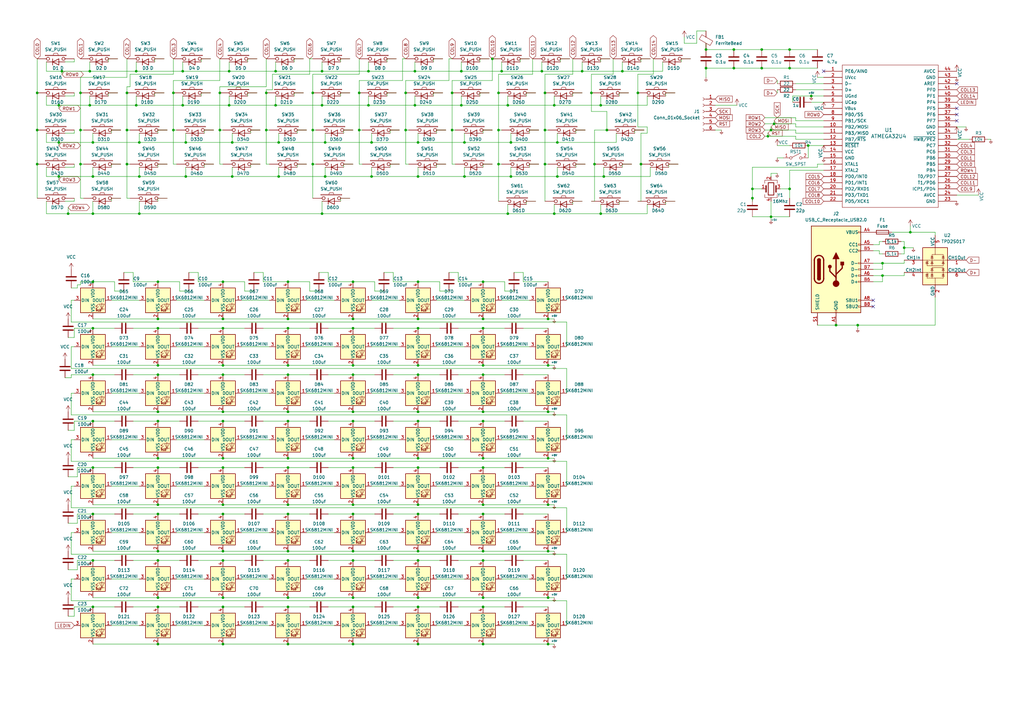
<source format=kicad_sch>
(kicad_sch (version 20230121) (generator eeschema)
  (paper "A3")
  (lib_symbols
    (symbol "Connector:Conn_01x06_Socket" (pin_names (offset 1.016) hide)
      (property "Reference" "J" (at 0 7.62 0))
      (property "Value" "Conn_01x06_Socket" (at 0 -10.16 0))
      (symbol "Conn_01x06_Socket_1_1"
        (pin passive line (at -5.08 5.08 0) (length 3.81) (name "Pin_1") (number "1"))
        (pin passive line (at -5.08 2.54 0) (length 3.81) (name "Pin_2") (number "2"))
        (pin passive line (at -5.08 0 0) (length 3.81) (name "Pin_3") (number "3"))
        (pin passive line (at -5.08 -2.54 0) (length 3.81) (name "Pin_4") (number "4"))
        (pin passive line (at -5.08 -5.08 0) (length 3.81) (name "Pin_5") (number "5"))
        (pin passive line (at -5.08 -7.62 0) (length 3.81) (name "Pin_6") (number "6"))
      )
    )
    (symbol "Connector:USB_C_Receptacle_USB2.0" (pin_names (offset 1.016))
      (property "Reference" "J" (at -10.16 19.05 0))
      (property "Value" "USB_C_Receptacle_USB2.0" (at 19.05 19.05 0))
      (symbol "USB_C_Receptacle_USB2.0_1_1"
        (pin passive line (at 0 -22.86 90) (length 5.08) (name "GND") (number "A1"))
        (pin passive line (at 0 -22.86 90) (length 5.08) hide (name "GND") (number "A12"))
        (pin passive line (at 15.24 15.24 180) (length 5.08) (name "VBUS") (number "A4"))
        (pin bidirectional line (at 15.24 10.16 180) (length 5.08) (name "CC1") (number "A5"))
        (pin bidirectional line (at 15.24 -2.54 180) (length 5.08) (name "D+") (number "A6"))
        (pin bidirectional line (at 15.24 2.54 180) (length 5.08) (name "D-") (number "A7"))
        (pin bidirectional line (at 15.24 -12.7 180) (length 5.08) (name "SBU1") (number "A8"))
        (pin passive line (at 15.24 15.24 180) (length 5.08) hide (name "VBUS") (number "A9"))
        (pin passive line (at 0 -22.86 90) (length 5.08) hide (name "GND") (number "B1"))
        (pin passive line (at 0 -22.86 90) (length 5.08) hide (name "GND") (number "B12"))
        (pin passive line (at 15.24 15.24 180) (length 5.08) hide (name "VBUS") (number "B4"))
        (pin bidirectional line (at 15.24 7.62 180) (length 5.08) (name "CC2") (number "B5"))
        (pin bidirectional line (at 15.24 -5.08 180) (length 5.08) (name "D+") (number "B6"))
        (pin bidirectional line (at 15.24 0 180) (length 5.08) (name "D-") (number "B7"))
        (pin bidirectional line (at 15.24 -15.24 180) (length 5.08) (name "SBU2") (number "B8"))
        (pin passive line (at 15.24 15.24 180) (length 5.08) hide (name "VBUS") (number "B9"))
        (pin passive line (at -7.62 -22.86 90) (length 5.08) (name "SHIELD") (number "S1"))
      )
    )
    (symbol "Device:C" (pin_numbers hide) (pin_names (offset 0.254))
      (property "Reference" "C" (at 0.635 2.54 0))
      (property "Value" "C" (at 0.635 -2.54 0))
      (symbol "C_1_1"
        (pin passive line (at 0 3.81 270) (length 2.794) (name "~") (number "1"))
        (pin passive line (at 0 -3.81 90) (length 2.794) (name "~") (number "2"))
      )
    )
    (symbol "Device:Crystal_GND24" (pin_names (offset 1.016) hide)
      (property "Reference" "Y" (at 3.175 5.08 0))
      (property "Value" "Crystal_GND24" (at 3.175 3.175 0))
      (symbol "Crystal_GND24_1_1"
        (pin passive line (at -3.81 0 0) (length 1.27) (name "1") (number "1"))
        (pin passive line (at 0 5.08 270) (length 1.27) (name "2") (number "2"))
        (pin passive line (at 3.81 0 180) (length 1.27) (name "3") (number "3"))
        (pin passive line (at 0 -5.08 90) (length 1.27) (name "4") (number "4"))
      )
    )
    (symbol "Device:D" (pin_numbers hide) (pin_names (offset 1.016) hide)
      (property "Reference" "D" (at 0 2.54 0))
      (property "Value" "D" (at 0 -2.54 0))
      (symbol "D_1_1"
        (pin passive line (at -3.81 0 0) (length 2.54) (name "K") (number "1"))
        (pin passive line (at 3.81 0 180) (length 2.54) (name "A") (number "2"))
      )
    )
    (symbol "Device:FerriteBead" (pin_numbers hide) (pin_names (offset 0))
      (property "Reference" "FB" (at -3.81 0.635 90))
      (property "Value" "FerriteBead" (at 3.81 0 90))
      (symbol "FerriteBead_1_1"
        (pin passive line (at 0 3.81 270) (length 2.54) (name "~") (number "1"))
        (pin passive line (at 0 -3.81 90) (length 2.54) (name "~") (number "2"))
      )
    )
    (symbol "Device:Fuse" (pin_numbers hide) (pin_names (offset 0))
      (property "Reference" "F" (at 2.032 0 90))
      (property "Value" "Fuse" (at -1.905 0 90))
      (symbol "Fuse_1_1"
        (pin passive line (at 0 3.81 270) (length 1.27) (name "~") (number "1"))
        (pin passive line (at 0 -3.81 90) (length 1.27) (name "~") (number "2"))
      )
    )
    (symbol "Device:R" (pin_numbers hide) (pin_names (offset 0))
      (property "Reference" "R" (at 2.032 0 90))
      (property "Value" "R" (at 0 0 90))
      (symbol "R_1_1"
        (pin passive line (at 0 3.81 270) (length 1.27) (name "~") (number "1"))
        (pin passive line (at 0 -3.81 90) (length 1.27) (name "~") (number "2"))
      )
    )
    (symbol "Keyboard Parts:ATMEGA32U4" (pin_names (offset 1.016))
      (property "Reference" "U" (at 0 -31.75 0))
      (property "Value" "ATMEGA32U4" (at 0 31.75 0))
      (symbol "ATMEGA32U4_1_1"
        (pin bidirectional line (at -26.67 26.67 0) (length 7.62) (name "PE6/AIN0") (number "1"))
        (pin bidirectional line (at -26.67 3.81 0) (length 7.62) (name "PB2/MOSI") (number "10"))
        (pin bidirectional line (at -26.67 1.27 0) (length 7.62) (name "PB3/MISO") (number "11"))
        (pin bidirectional line (at -26.67 -1.27 0) (length 7.62) (name "PB7/~{RTS}") (number "12"))
        (pin input line (at -26.67 -3.81 0) (length 7.62) (name "~{RESET}") (number "13"))
        (pin power_in line (at -26.67 -6.35 0) (length 7.62) (name "VCC") (number "14"))
        (pin power_in line (at -26.67 -8.89 0) (length 7.62) (name "GND") (number "15"))
        (pin input line (at -26.67 -11.43 0) (length 7.62) (name "XTAL1") (number "16"))
        (pin output line (at -26.67 -13.97 0) (length 7.62) (name "XTAL2") (number "17"))
        (pin bidirectional line (at -26.67 -16.51 0) (length 7.62) (name "PD0/INT0") (number "18"))
        (pin bidirectional line (at -26.67 -19.05 0) (length 7.62) (name "PD1/INT1") (number "19"))
        (pin power_in line (at -26.67 24.13 0) (length 7.62) (name "UVcc") (number "2"))
        (pin bidirectional line (at -26.67 -21.59 0) (length 7.62) (name "PD2/RXD1") (number "20"))
        (pin bidirectional line (at -26.67 -24.13 0) (length 7.62) (name "PD3/TXD1") (number "21"))
        (pin bidirectional line (at -26.67 -26.67 0) (length 7.62) (name "PD5/XCK1") (number "22"))
        (pin power_in line (at 27.94 -26.67 180) (length 7.62) (name "GND") (number "23"))
        (pin power_in line (at 27.94 -24.13 180) (length 7.62) (name "AVCC") (number "24"))
        (pin bidirectional line (at 27.94 -21.59 180) (length 7.62) (name "ICP1/PD4") (number "25"))
        (pin bidirectional line (at 27.94 -19.05 180) (length 7.62) (name "T1/PD6") (number "26"))
        (pin bidirectional line (at 27.94 -16.51 180) (length 7.62) (name "T0/PD7") (number "27"))
        (pin bidirectional line (at 27.94 -13.97 180) (length 7.62) (name "PB4") (number "28"))
        (pin bidirectional line (at 27.94 -11.43 180) (length 7.62) (name "PB5") (number "29"))
        (pin bidirectional line (at -26.67 21.59 0) (length 7.62) (name "D-") (number "3"))
        (pin bidirectional line (at 27.94 -8.89 180) (length 7.62) (name "PB6") (number "30"))
        (pin bidirectional line (at 27.94 -6.35 180) (length 7.62) (name "PC6") (number "31"))
        (pin bidirectional line (at 27.94 -3.81 180) (length 7.62) (name "PC7") (number "32"))
        (pin bidirectional line (at 27.94 -1.27 180) (length 7.62) (name "~{HWB/PE2}") (number "33"))
        (pin power_in line (at 27.94 1.27 180) (length 7.62) (name "VCC") (number "34"))
        (pin power_in line (at 27.94 3.81 180) (length 7.62) (name "GND") (number "35"))
        (pin bidirectional line (at 27.94 6.35 180) (length 7.62) (name "PF7") (number "36"))
        (pin bidirectional line (at 27.94 8.89 180) (length 7.62) (name "PF6") (number "37"))
        (pin bidirectional line (at 27.94 11.43 180) (length 7.62) (name "PF5") (number "38"))
        (pin bidirectional line (at 27.94 13.97 180) (length 7.62) (name "PF4") (number "39"))
        (pin bidirectional line (at -26.67 19.05 0) (length 7.62) (name "D+") (number "4"))
        (pin bidirectional line (at 27.94 16.51 180) (length 7.62) (name "PF1") (number "40"))
        (pin bidirectional line (at 27.94 19.05 180) (length 7.62) (name "PF0") (number "41"))
        (pin input line (at 27.94 21.59 180) (length 7.62) (name "AREF") (number "42"))
        (pin power_in line (at 27.94 24.13 180) (length 7.62) (name "GND") (number "43"))
        (pin power_in line (at 27.94 26.67 180) (length 7.62) (name "AVCC") (number "44"))
        (pin power_in line (at -26.67 16.51 0) (length 7.62) (name "UGnd") (number "5"))
        (pin input line (at -26.67 13.97 0) (length 7.62) (name "UCap") (number "6"))
        (pin input line (at -26.67 11.43 0) (length 7.62) (name "VBus") (number "7"))
        (pin bidirectional line (at -26.67 8.89 0) (length 7.62) (name "PB0/SS") (number "8"))
        (pin bidirectional line (at -26.67 6.35 0) (length 7.62) (name "PB1/SCK") (number "9"))
      )
    )
    (symbol "Keyboard Parts:GND" (power) (pin_names (offset 0))
      (property "Value" "GND" (at 0 -2.54 0))
      (symbol "GND_0_0"
        (pin power_in line (at 0 0 90) (length 0) hide (name "+5V") (number "1"))
      )
    )
    (symbol "Keyboard Parts:SW_PUSH" (pin_numbers hide) (pin_names (offset 1.016) hide)
      (property "Reference" "SW" (at 3.81 2.794 0))
      (property "Value" "SW_PUSH" (at 0 -2.032 0))
      (symbol "SW_PUSH_0_1"
        (pin passive inverted (at -7.62 0 0) (length 5.08) (name "1") (number "1"))
        (pin passive inverted (at 7.62 0 180) (length 5.08) (name "2") (number "2"))
      )
    )
    (symbol "LED:SK6812MINI" (pin_names (offset 0.254))
      (property "Reference" "D" (at 5.08 5.715 0))
      (property "Value" "SK6812MINI" (at 1.27 -5.715 0))
      (symbol "SK6812MINI_0_0"
        (text "RGB" (at 2.286 -4.191 0) (effects (font (size 0.762 0.762))))
      )
      (symbol "SK6812MINI_1_1"
        (pin output line (at 7.62 0 180) (length 2.54) (name "DOUT") (number "1"))
        (pin power_in line (at 0 -7.62 90) (length 2.54) (name "VSS") (number "2"))
        (pin input line (at -7.62 0 0) (length 2.54) (name "DIN") (number "3"))
        (pin power_in line (at 0 7.62 270) (length 2.54) (name "VDD") (number "4"))
      )
    )
    (symbol "Power_Protection:TPD2S017" (pin_names (offset 0))
      (property "Reference" "U" (at 2.54 8.89 0))
      (property "Value" "TPD2S017" (at 2.54 -8.89 0))
      (symbol "TPD2S017_1_1"
        (pin passive line (at 12.7 2.54 180) (length 7.62) (name "CH1Out") (number "1"))
        (pin power_in line (at 0 -12.7 90) (length 5.08) (name "GND") (number "2"))
        (pin passive line (at -12.7 2.54 0) (length 7.62) (name "CH1In") (number "3"))
        (pin passive line (at -12.7 -2.54 0) (length 7.62) (name "CH2Int") (number "4"))
        (pin power_in line (at 0 12.7 270) (length 5.08) (name "VCC") (number "5"))
        (pin passive line (at 12.7 -2.54 180) (length 7.62) (name "CH2Out") (number "6"))
      )
    )
    (symbol "Switch:SW_SPST" (pin_names (offset 0) hide)
      (property "Reference" "SW" (at 0 3.175 0))
      (property "Value" "SW_SPST" (at 0 -2.54 0))
      (symbol "SW_SPST_1_1"
        (pin passive line (at -5.08 0 0) (length 2.54) (name "A") (number "1"))
        (pin passive line (at 5.08 0 180) (length 2.54) (name "B") (number "2"))
      )
    )
    (symbol "power:VCC" (power) (pin_names (offset 0))
      (property "Value" "VCC" (at 0 3.81 0))
      (symbol "VCC_1_1"
        (pin power_in line (at 0 0 90) (length 0) hide (name "VCC") (number "1"))
      )
    )
  )
  (junction (at 118.11 149.86))
  (junction (at 224.79 130.81))
  (junction (at 118.11 264.16))
  (junction (at 64.77 248.92))
  (junction (at 91.44 245.11))
  (junction (at 57.15 58.42))
  (junction (at 289.56 27.94))
  (junction (at 198.12 149.86))
  (junction (at 64.77 168.91))
  (junction (at 224.79 168.91))
  (junction (at 90.17 38.1))
  (junction (at 91.44 248.92))
  (junction (at 224.79 207.01))
  (junction (at 144.78 168.91))
  (junction (at 91.44 210.82))
  (junction (at 113.03 29.21))
  (junction (at 246.38 43.18))
  (junction (at 185.42 38.1))
  (junction (at 91.44 149.86))
  (junction (at 144.78 172.72))
  (junction (at 198.12 130.81))
  (junction (at 262.89 67.31))
  (junction (at 308.61 81.28))
  (junction (at 93.98 43.18))
  (junction (at 118.11 172.72))
  (junction (at 171.45 172.72))
  (junction (at 224.79 187.96))
  (junction (at 198.12 226.06))
  (junction (at 152.4 72.39))
  (junction (at 171.45 248.92))
  (junction (at 64.77 187.96))
  (junction (at 166.37 53.34))
  (junction (at 33.02 67.31))
  (junction (at 238.76 29.21))
  (junction (at 118.11 248.92))
  (junction (at 91.44 191.77))
  (junction (at 91.44 207.01))
  (junction (at 247.65 72.39))
  (junction (at 76.2 58.42))
  (junction (at 171.45 58.42))
  (junction (at 171.45 226.06))
  (junction (at 171.45 245.11))
  (junction (at 33.02 38.1))
  (junction (at 93.98 29.21))
  (junction (at 323.85 77.47))
  (junction (at 38.1 210.82))
  (junction (at 300.99 20.32))
  (junction (at 323.85 20.32))
  (junction (at 152.4 58.42))
  (junction (at 224.79 226.06))
  (junction (at 64.77 210.82))
  (junction (at 91.44 172.72))
  (junction (at 133.35 72.39))
  (junction (at 312.42 20.32))
  (junction (at 316.23 53.34))
  (junction (at 144.78 245.11))
  (junction (at 144.78 130.81))
  (junction (at 198.12 115.57))
  (junction (at 76.2 72.39))
  (junction (at 208.28 43.18))
  (junction (at 198.12 168.91))
  (junction (at 25.4 29.21))
  (junction (at 171.45 115.57))
  (junction (at 314.96 55.88))
  (junction (at 308.61 77.47))
  (junction (at 38.1 115.57))
  (junction (at 36.83 43.18))
  (junction (at 52.07 53.34))
  (junction (at 15.24 38.1))
  (junction (at 118.11 187.96))
  (junction (at 224.79 264.16))
  (junction (at 227.33 87.63))
  (junction (at 185.42 53.34))
  (junction (at 171.45 264.16))
  (junction (at 38.1 72.39))
  (junction (at 171.45 130.81))
  (junction (at 171.45 168.91))
  (junction (at 128.27 53.34))
  (junction (at 316.23 88.9))
  (junction (at 224.79 245.11))
  (junction (at 171.45 207.01))
  (junction (at 64.77 191.77))
  (junction (at 190.5 72.39))
  (junction (at 128.27 38.1))
  (junction (at 246.38 87.63))
  (junction (at 170.18 29.21))
  (junction (at 261.62 38.1))
  (junction (at 144.78 226.06))
  (junction (at 171.45 153.67))
  (junction (at 198.12 207.01))
  (junction (at 331.47 59.69))
  (junction (at 118.11 207.01))
  (junction (at 118.11 245.11))
  (junction (at 118.11 115.57))
  (junction (at 91.44 130.81))
  (junction (at 57.15 87.63))
  (junction (at 144.78 134.62))
  (junction (at 144.78 115.57))
  (junction (at 38.1 248.92))
  (junction (at 91.44 153.67))
  (junction (at 289.56 20.32))
  (junction (at 38.1 229.87))
  (junction (at 91.44 187.96))
  (junction (at 36.83 29.21))
  (junction (at 198.12 248.92))
  (junction (at 118.11 226.06))
  (junction (at 255.27 29.21))
  (junction (at 198.12 264.16))
  (junction (at 205.74 29.21))
  (junction (at 144.78 248.92))
  (junction (at 128.27 67.31))
  (junction (at 332.74 39.37))
  (junction (at 223.52 67.31))
  (junction (at 64.77 149.86))
  (junction (at 91.44 229.87))
  (junction (at 114.3 72.39))
  (junction (at 189.23 29.21))
  (junction (at 118.11 153.67))
  (junction (at 208.28 87.63))
  (junction (at 64.77 153.67))
  (junction (at 52.07 38.1))
  (junction (at 201.93 24.13))
  (junction (at 248.92 53.34))
  (junction (at 38.1 191.77))
  (junction (at 118.11 130.81))
  (junction (at 209.55 58.42))
  (junction (at 38.1 172.72))
  (junction (at 198.12 229.87))
  (junction (at 64.77 245.11))
  (junction (at 227.33 43.18))
  (junction (at 361.95 113.03))
  (junction (at 74.93 29.21))
  (junction (at 91.44 168.91))
  (junction (at 171.45 187.96))
  (junction (at 109.22 38.1))
  (junction (at 132.08 29.21))
  (junction (at 223.52 38.1))
  (junction (at 118.11 168.91))
  (junction (at 147.32 53.34))
  (junction (at 38.1 153.67))
  (junction (at 27.94 87.63))
  (junction (at 323.85 27.94))
  (junction (at 144.78 264.16))
  (junction (at 24.13 58.42))
  (junction (at 91.44 264.16))
  (junction (at 144.78 187.96))
  (junction (at 198.12 153.67))
  (junction (at 38.1 58.42))
  (junction (at 312.42 27.94))
  (junction (at 171.45 149.86))
  (junction (at 55.88 29.21))
  (junction (at 300.99 27.94))
  (junction (at 317.5 50.8))
  (junction (at 171.45 229.87))
  (junction (at 228.6 72.39))
  (junction (at 224.79 149.86))
  (junction (at 64.77 134.62))
  (junction (at 118.11 229.87))
  (junction (at 132.08 87.63))
  (junction (at 144.78 191.77))
  (junction (at 64.77 115.57))
  (junction (at 144.78 153.67))
  (junction (at 64.77 130.81))
  (junction (at 171.45 210.82))
  (junction (at 198.12 245.11))
  (junction (at 170.18 43.18))
  (junction (at 55.88 43.18))
  (junction (at 118.11 210.82))
  (junction (at 204.47 53.34))
  (junction (at 198.12 172.72))
  (junction (at 204.47 38.1))
  (junction (at 52.07 67.31))
  (junction (at 71.12 38.1))
  (junction (at 373.38 95.25))
  (junction (at 113.03 43.18))
  (junction (at 38.1 134.62))
  (junction (at 190.5 58.42))
  (junction (at 91.44 134.62))
  (junction (at 151.13 43.18))
  (junction (at 171.45 134.62))
  (junction (at 209.55 72.39))
  (junction (at 90.17 53.34))
  (junction (at 144.78 229.87))
  (junction (at 64.77 207.01))
  (junction (at 147.32 38.1))
  (junction (at 109.22 53.34))
  (junction (at 198.12 210.82))
  (junction (at 133.35 58.42))
  (junction (at 171.45 72.39))
  (junction (at 118.11 134.62))
  (junction (at 198.12 187.96))
  (junction (at 228.6 58.42))
  (junction (at 57.15 72.39))
  (junction (at 144.78 149.86))
  (junction (at 15.24 53.34))
  (junction (at 171.45 191.77))
  (junction (at 64.77 229.87))
  (junction (at 114.3 58.42))
  (junction (at 243.84 67.31))
  (junction (at 342.9 133.35))
  (junction (at 91.44 115.57))
  (junction (at 64.77 264.16))
  (junction (at 198.12 134.62))
  (junction (at 351.79 133.35))
  (junction (at 33.02 53.34))
  (junction (at 64.77 172.72))
  (junction (at 95.25 58.42))
  (junction (at 204.47 67.31))
  (junction (at 74.93 43.18))
  (junction (at 91.44 226.06))
  (junction (at 361.95 107.95))
  (junction (at 132.08 43.18))
  (junction (at 15.24 67.31))
  (junction (at 223.52 53.34))
  (junction (at 242.57 38.1))
  (junction (at 38.1 87.63))
  (junction (at 71.12 53.34))
  (junction (at 198.12 191.77))
  (junction (at 118.11 191.77))
  (junction (at 370.84 101.6))
  (junction (at 64.77 226.06))
  (junction (at 95.25 72.39))
  (junction (at 166.37 38.1))
  (junction (at 24.13 43.18))
  (junction (at 24.13 72.39))
  (junction (at 222.25 29.21))
  (junction (at 151.13 29.21))
  (junction (at 189.23 43.18))
  (junction (at 144.78 207.01))
  (junction (at 144.78 210.82))
  (no_connect (at 358.14 125.73))
  (no_connect (at 358.14 123.19))
  (no_connect (at 392.43 44.45))
  (no_connect (at 392.43 46.99))
  (no_connect (at 392.43 49.53))
  (no_connect (at 337.82 29.21))
  (no_connect (at 392.43 34.29))
  (wire (pts (xy 57.15 82.55) (xy 57.15 87.63)))
  (wire (pts (xy 143.51 81.28) (xy 139.7 81.28)))
  (wire (pts (xy 45.72 81.28) (xy 45.72 82.55)))
  (wire (pts (xy 209.55 58.42) (xy 190.5 58.42)))
  (wire (pts (xy 52.07 38.1) (xy 52.07 53.34)))
  (wire (pts (xy 30.48 82.55) (xy 30.48 81.28)))
  (wire (pts (xy 33.02 115.57) (xy 38.1 115.57)))
  (wire (pts (xy 71.12 53.34) (xy 72.39 53.34)))
  (wire (pts (xy 331.47 59.69) (xy 331.47 64.77)))
  (wire (pts (xy 401.32 80.01) (xy 392.43 80.01)))
  (wire (pts (xy 29.21 189.23) (xy 29.21 180.34)))
  (wire (pts (xy 109.22 53.34) (xy 110.49 53.34)))
  (wire (pts (xy 246.38 43.18) (xy 227.33 43.18)))
  (wire (pts (xy 125.73 199.39) (xy 137.16 199.39)))
  (wire (pts (xy 107.95 191.77) (xy 118.11 191.77)))
  (wire (pts (xy 227.33 39.37) (xy 227.33 43.18)))
  (wire (pts (xy 317.5 50.8) (xy 326.39 50.8)))
  (wire (pts (xy 171.45 72.39) (xy 190.5 72.39)))
  (wire (pts (xy 170.18 29.21) (xy 151.13 29.21)))
  (wire (pts (xy 109.22 24.13) (xy 109.22 35.56)))
  (wire (pts (xy 232.41 208.28) (xy 29.21 208.28)))
  (wire (pts (xy 361.95 113.03) (xy 370.84 113.03)))
  (wire (pts (xy 161.29 153.67) (xy 171.45 153.67)))
  (wire (pts (xy 33.02 38.1) (xy 33.02 53.34)))
  (wire (pts (xy 209.55 54.61) (xy 209.55 58.42)))
  (wire (pts (xy 38.1 191.77) (xy 46.99 191.77)))
  (wire (pts (xy 101.6 24.13) (xy 101.6 25.4)))
  (wire (pts (xy 246.38 39.37) (xy 246.38 43.18)))
  (wire (pts (xy 152.4 54.61) (xy 152.4 58.42)))
  (wire (pts (xy 161.29 172.72) (xy 171.45 172.72)))
  (wire (pts (xy 205.74 142.24) (xy 217.17 142.24)))
  (wire (pts (xy 53.34 35.56) (xy 52.07 35.56)))
  (wire (pts (xy 314.96 54.61) (xy 314.96 55.88)))
  (wire (pts (xy 187.96 115.57) (xy 198.12 115.57)))
  (wire (pts (xy 232.41 237.49) (xy 232.41 227.33)))
  (wire (pts (xy 90.17 35.56) (xy 90.17 38.1)))
  (wire (pts (xy 134.62 115.57) (xy 134.62 111.76)))
  (wire (pts (xy 118.11 115.57) (xy 127 115.57)))
  (wire (pts (xy 48.26 38.1) (xy 44.45 38.1)))
  (wire (pts (xy 64.77 130.81) (xy 91.44 130.81)))
  (wire (pts (xy 361.95 110.49) (xy 361.95 107.95)))
  (wire (pts (xy 64.77 229.87) (xy 73.66 229.87)))
  (wire (pts (xy 91.44 229.87) (xy 100.33 229.87)))
  (wire (pts (xy 160.02 67.31) (xy 160.02 68.58)))
  (wire (pts (xy 33.02 67.31) (xy 34.29 67.31)))
  (wire (pts (xy 326.39 53.34) (xy 326.39 54.61)))
  (wire (pts (xy 198.12 172.72) (xy 207.01 172.72)))
  (wire (pts (xy 360.68 99.06) (xy 360.68 100.33)))
  (wire (pts (xy 243.84 67.31) (xy 243.84 82.55)))
  (wire (pts (xy 71.12 53.34) (xy 71.12 67.31)))
  (wire (pts (xy 158.75 38.1) (xy 158.75 39.37)))
  (wire (pts (xy 383.54 121.92) (xy 383.54 133.35)))
  (wire (pts (xy 373.38 95.25) (xy 373.38 92.71)))
  (wire (pts (xy 187.96 115.57) (xy 187.96 111.76)))
  (wire (pts (xy 48.26 24.13) (xy 44.45 24.13)))
  (wire (pts (xy 24.13 58.42) (xy 19.05 58.42)))
  (wire (pts (xy 151.13 43.18) (xy 132.08 43.18)))
  (wire (pts (xy 38.1 172.72) (xy 46.99 172.72)))
  (wire (pts (xy 81.28 115.57) (xy 91.44 115.57)))
  (wire (pts (xy 214.63 248.92) (xy 224.79 248.92)))
  (wire (pts (xy 152.4 142.24) (xy 163.83 142.24)))
  (wire (pts (xy 76.2 72.39) (xy 76.2 68.58)))
  (wire (pts (xy 318.77 64.77) (xy 321.31 64.77)))
  (wire (pts (xy 217.17 24.13) (xy 213.36 24.13)))
  (wire (pts (xy 205.74 218.44) (xy 217.17 218.44)))
  (wire (pts (xy 99.06 199.39) (xy 110.49 199.39)))
  (wire (pts (xy 198.12 153.67) (xy 207.01 153.67)))
  (wire (pts (xy 325.12 41.91) (xy 325.12 39.37)))
  (wire (pts (xy 198.12 187.96) (xy 224.79 187.96)))
  (wire (pts (xy 144.78 264.16) (xy 171.45 264.16)))
  (wire (pts (xy 152.4 72.39) (xy 152.4 68.58)))
  (wire (pts (xy 33.02 81.28) (xy 34.29 81.28)))
  (wire (pts (xy 71.12 30.48) (xy 53.34 30.48)))
  (wire (pts (xy 223.52 30.48) (xy 223.52 38.1)))
  (wire (pts (xy 90.17 24.13) (xy 90.17 33.02)))
  (wire (pts (xy 293.37 53.34) (xy 295.91 53.34)))
  (wire (pts (xy 243.84 53.34) (xy 243.84 67.31)))
  (wire (pts (xy 209.55 72.39) (xy 209.55 68.58)))
  (wire (pts (xy 259.08 67.31) (xy 255.27 67.31)))
  (wire (pts (xy 223.52 30.48) (xy 234.95 30.48)))
  (wire (pts (xy 152.4 123.19) (xy 163.83 123.19)))
  (wire (pts (xy 198.12 191.77) (xy 207.01 191.77)))
  (wire (pts (xy 204.47 30.48) (xy 218.44 30.48)))
  (wire (pts (xy 215.9 38.1) (xy 215.9 39.37)))
  (wire (pts (xy 214.63 191.77) (xy 224.79 191.77)))
  (wire (pts (xy 219.71 38.1) (xy 215.9 38.1)))
  (wire (pts (xy 38.1 72.39) (xy 38.1 68.58)))
  (wire (pts (xy 171.45 72.39) (xy 171.45 68.58)))
  (wire (pts (xy 250.19 24.13) (xy 246.38 24.13)))
  (wire (pts (xy 152.4 256.54) (xy 163.83 256.54)))
  (wire (pts (xy 118.11 134.62) (xy 127 134.62)))
  (wire (pts (xy 198.12 207.01) (xy 224.79 207.01)))
  (wire (pts (xy 74.93 43.18) (xy 55.88 43.18)))
  (wire (pts (xy 36.83 25.4) (xy 36.83 29.21)))
  (wire (pts (xy 198.12 229.87) (xy 207.01 229.87)))
  (wire (pts (xy 161.29 248.92) (xy 171.45 248.92)))
  (wire (pts (xy 214.63 172.72) (xy 224.79 172.72)))
  (wire (pts (xy 214.63 115.57) (xy 224.79 115.57)))
  (wire (pts (xy 187.96 153.67) (xy 198.12 153.67)))
  (wire (pts (xy 30.48 68.58) (xy 30.48 67.31)))
  (wire (pts (xy 189.23 39.37) (xy 189.23 43.18)))
  (wire (pts (xy 247.65 72.39) (xy 247.65 68.58)))
  (wire (pts (xy 124.46 24.13) (xy 120.65 24.13)))
  (wire (pts (xy 125.73 180.34) (xy 137.16 180.34)))
  (wire (pts (xy 133.35 54.61) (xy 133.35 58.42)))
  (wire (pts (xy 83.82 67.31) (xy 83.82 68.58)))
  (wire (pts (xy 118.11 187.96) (xy 144.78 187.96)))
  (wire (pts (xy 139.7 81.28) (xy 139.7 82.55)))
  (wire (pts (xy 182.88 67.31) (xy 179.07 67.31)))
  (wire (pts (xy 265.43 52.07) (xy 265.43 54.61)))
  (wire (pts (xy 223.52 67.31) (xy 224.79 67.31)))
  (wire (pts (xy 227.33 43.18) (xy 208.28 43.18)))
  (wire (pts (xy 224.79 226.06) (xy 227.33 226.06)))
  (wire (pts (xy 223.52 67.31) (xy 223.52 82.55)))
  (wire (pts (xy 118.11 130.81) (xy 144.78 130.81)))
  (wire (pts (xy 185.42 38.1) (xy 185.42 53.34)))
  (wire (pts (xy 118.11 207.01) (xy 144.78 207.01)))
  (wire (pts (xy 114.3 72.39) (xy 133.35 72.39)))
  (wire (pts (xy 38.1 115.57) (xy 46.99 115.57)))
  (wire (pts (xy 201.93 67.31) (xy 198.12 67.31)))
  (wire (pts (xy 160.02 53.34) (xy 160.02 54.61)))
  (wire (pts (xy 30.48 134.62) (xy 38.1 134.62)))
  (wire (pts (xy 64.77 53.34) (xy 64.77 54.61)))
  (wire (pts (xy 64.77 264.16) (xy 91.44 264.16)))
  (wire (pts (xy 132.08 39.37) (xy 132.08 43.18)))
  (wire (pts (xy 74.93 25.4) (xy 74.93 29.21)))
  (wire (pts (xy 317.5 49.53) (xy 317.5 50.8)))
  (wire (pts (xy 196.85 24.13) (xy 196.85 25.4)))
  (wire (pts (xy 111.76 30.48) (xy 111.76 36.83)))
  (wire (pts (xy 177.8 38.1) (xy 177.8 39.37)))
  (wire (pts (xy 198.12 130.81) (xy 224.79 130.81)))
  (wire (pts (xy 38.1 134.62) (xy 46.99 134.62)))
  (wire (pts (xy 144.78 130.81) (xy 171.45 130.81)))
  (wire (pts (xy 198.12 115.57) (xy 207.01 115.57)))
  (wire (pts (xy 57.15 54.61) (xy 57.15 58.42)))
  (wire (pts (xy 26.67 82.55) (xy 30.48 82.55)))
  (wire (pts (xy 109.22 35.56) (xy 90.17 35.56)))
  (wire (pts (xy 38.1 58.42) (xy 24.13 58.42)))
  (wire (pts (xy 308.61 68.58) (xy 308.61 77.47)))
  (wire (pts (xy 342.9 133.35) (xy 351.79 133.35)))
  (wire (pts (xy 238.76 29.21) (xy 255.27 29.21)))
  (wire (pts (xy 190.5 72.39) (xy 190.5 68.58)))
  (wire (pts (xy 205.74 180.34) (xy 217.17 180.34)))
  (wire (pts (xy 46.99 119.38) (xy 50.8 119.38)))
  (wire (pts (xy 101.6 38.1) (xy 101.6 39.37)))
  (wire (pts (xy 38.1 87.63) (xy 27.94 87.63)))
  (wire (pts (xy 71.12 67.31) (xy 72.39 67.31)))
  (wire (pts (xy 218.44 24.13) (xy 218.44 30.48)))
  (wire (pts (xy 29.21 237.49) (xy 30.48 237.49)))
  (wire (pts (xy 93.98 39.37) (xy 93.98 43.18)))
  (wire (pts (xy 147.32 33.02) (xy 147.32 38.1)))
  (wire (pts (xy 104.14 111.76) (xy 107.95 111.76)))
  (wire (pts (xy 265.43 54.61) (xy 262.89 54.61)))
  (wire (pts (xy 240.03 67.31) (xy 236.22 67.31)))
  (wire (pts (xy 151.13 25.4) (xy 151.13 29.21)))
  (wire (pts (xy 151.13 29.21) (xy 132.08 29.21)))
  (wire (pts (xy 232.41 199.39) (xy 232.41 189.23)))
  (wire (pts (xy 26.67 68.58) (xy 30.48 68.58)))
  (wire (pts (xy 257.81 82.55) (xy 254 82.55)))
  (wire (pts (xy 45.72 218.44) (xy 57.15 218.44)))
  (wire (pts (xy 143.51 38.1) (xy 139.7 38.1)))
  (wire (pts (xy 64.77 248.92) (xy 73.66 248.92)))
  (wire (pts (xy 255.27 67.31) (xy 255.27 68.58)))
  (wire (pts (xy 171.45 153.67) (xy 180.34 153.67)))
  (wire (pts (xy 64.77 191.77) (xy 73.66 191.77)))
  (wire (pts (xy 308.61 77.47) (xy 308.61 81.28)))
  (wire (pts (xy 95.25 54.61) (xy 95.25 58.42)))
  (wire (pts (xy 38.1 149.86) (xy 64.77 149.86)))
  (wire (pts (xy 326.39 50.8) (xy 326.39 52.07)))
  (wire (pts (xy 316.23 52.07) (xy 316.23 53.34)))
  (wire (pts (xy 240.03 53.34) (xy 236.22 53.34)))
  (wire (pts (xy 19.05 68.58) (xy 19.05 72.39)))
  (wire (pts (xy 132.08 87.63) (xy 57.15 87.63)))
  (wire (pts (xy 19.05 72.39) (xy 24.13 72.39)))
  (wire (pts (xy 182.88 53.34) (xy 179.07 53.34)))
  (wire (pts (xy 205.74 29.21) (xy 222.25 29.21)))
  (wire (pts (xy 113.03 39.37) (xy 113.03 43.18)))
  (wire (pts (xy 171.45 134.62) (xy 180.34 134.62)))
  (wire (pts (xy 95.25 72.39) (xy 114.3 72.39)))
  (wire (pts (xy 358.14 110.49) (xy 361.95 110.49)))
  (wire (pts (xy 29.21 123.19) (xy 30.48 123.19)))
  (wire (pts (xy 190.5 58.42) (xy 171.45 58.42)))
  (wire (pts (xy 229.87 24.13) (xy 229.87 25.4)))
  (wire (pts (xy 185.42 38.1) (xy 185.42 33.02)))
  (wire (pts (xy 227.33 83.82) (xy 227.33 87.63)))
  (wire (pts (xy 125.73 237.49) (xy 137.16 237.49)))
  (wire (pts (xy 207.01 115.57) (xy 207.01 119.38)))
  (wire (pts (xy 118.11 248.92) (xy 127 248.92)))
  (wire (pts (xy 152.4 237.49) (xy 163.83 237.49)))
  (wire (pts (xy 383.54 95.25) (xy 383.54 96.52)))
  (wire (pts (xy 369.57 99.06) (xy 370.84 99.06)))
  (wire (pts (xy 63.5 24.13) (xy 63.5 25.4)))
  (wire (pts (xy 64.77 187.96) (xy 91.44 187.96)))
  (wire (pts (xy 273.05 82.55) (xy 273.05 83.82)))
  (wire (pts (xy 31.75 195.58) (xy 27.94 195.58)))
  (wire (pts (xy 52.07 31.75) (xy 33.02 31.75)))
  (wire (pts (xy 318.77 38.1) (xy 318.77 36.83)))
  (wire (pts (xy 358.14 107.95) (xy 361.95 107.95)))
  (wire (pts (xy 331.47 59.69) (xy 337.82 59.69)))
  (wire (pts (xy 217.17 53.34) (xy 217.17 54.61)))
  (wire (pts (xy 326.39 57.15) (xy 337.82 57.15)))
  (wire (pts (xy 147.32 67.31) (xy 148.59 67.31)))
  (wire (pts (xy 127 115.57) (xy 127 119.38)))
  (wire (pts (xy 113.03 29.21) (xy 93.98 29.21)))
  (wire (pts (xy 198.12 264.16) (xy 224.79 264.16)))
  (wire (pts (xy 29.21 170.18) (xy 29.21 161.29)))
  (wire (pts (xy 64.77 210.82) (xy 73.66 210.82)))
  (wire (pts (xy 261.62 30.48) (xy 267.97 30.48)))
  (wire (pts (xy 64.77 207.01) (xy 91.44 207.01)))
  (wire (pts (xy 316.23 53.34) (xy 326.39 53.34)))
  (wire (pts (xy 33.02 53.34) (xy 34.29 53.34)))
  (wire (pts (xy 170.18 25.4) (xy 170.18 29.21)))
  (wire (pts (xy 111.76 36.83) (xy 109.22 36.83)))
  (wire (pts (xy 82.55 38.1) (xy 82.55 39.37)))
  (wire (pts (xy 38.1 130.81) (xy 64.77 130.81)))
  (wire (pts (xy 151.13 39.37) (xy 151.13 43.18)))
  (wire (pts (xy 76.2 58.42) (xy 57.15 58.42)))
  (wire (pts (xy 265.43 87.63) (xy 246.38 87.63)))
  (wire (pts (xy 93.98 29.21) (xy 74.93 29.21)))
  (wire (pts (xy 323.85 77.47) (xy 323.85 81.28)))
  (wire (pts (xy 100.33 115.57) (xy 100.33 119.38)))
  (wire (pts (xy 189.23 25.4) (xy 189.23 29.21)))
  (wire (pts (xy 220.98 53.34) (xy 217.17 53.34)))
  (wire (pts (xy 274.32 67.31) (xy 274.32 68.58)))
  (wire (pts (xy 147.32 38.1) (xy 147.32 53.34)))
  (wire (pts (xy 127 30.48) (xy 111.76 30.48)))
  (wire (pts (xy 29.21 208.28) (xy 29.21 199.39)))
  (wire (pts (xy 179.07 53.34) (xy 179.07 54.61)))
  (wire (pts (xy 64.77 115.57) (xy 73.66 115.57)))
  (wire (pts (xy 171.45 229.87) (xy 180.34 229.87)))
  (wire (pts (xy 31.75 214.63) (xy 27.94 214.63)))
  (wire (pts (xy 27.94 85.09) (xy 27.94 87.63)))
  (wire (pts (xy 81.28 210.82) (xy 91.44 210.82)))
  (wire (pts (xy 107.95 115.57) (xy 107.95 111.76)))
  (wire (pts (xy 72.39 199.39) (xy 83.82 199.39)))
  (wire (pts (xy 54.61 191.77) (xy 64.77 191.77)))
  (wire (pts (xy 105.41 24.13) (xy 101.6 24.13)))
  (wire (pts (xy 95.25 58.42) (xy 76.2 58.42)))
  (wire (pts (xy 125.73 218.44) (xy 137.16 218.44)))
  (wire (pts (xy 52.07 24.13) (xy 52.07 31.75)))
  (wire (pts (xy 128.27 38.1) (xy 128.27 53.34)))
  (wire (pts (xy 52.07 35.56) (xy 52.07 38.1)))
  (wire (pts (xy 161.29 229.87) (xy 171.45 229.87)))
  (wire (pts (xy 134.62 229.87) (xy 144.78 229.87)))
  (wire (pts (xy 134.62 191.77) (xy 144.78 191.77)))
  (wire (pts (xy 54.61 229.87) (xy 64.77 229.87)))
  (wire (pts (xy 31.75 229.87) (xy 31.75 233.68)))
  (wire (pts (xy 217.17 67.31) (xy 217.17 68.58)))
  (wire (pts (xy 166.37 53.34) (xy 166.37 67.31)))
  (wire (pts (xy 19.05 39.37) (xy 19.05 43.18)))
  (wire (pts (xy 166.37 38.1) (xy 166.37 53.34)))
  (wire (pts (xy 128.27 24.13) (xy 127 24.13)))
  (wire (pts (xy 45.72 67.31) (xy 45.72 68.58)))
  (wire (pts (xy 128.27 67.31) (xy 129.54 67.31)))
  (wire (pts (xy 232.41 161.29) (xy 232.41 151.13)))
  (wire (pts (xy 234.95 82.55) (xy 234.95 83.82)))
  (wire (pts (xy 308.61 68.58) (xy 335.28 68.58)))
  (wire (pts (xy 134.62 115.57) (xy 144.78 115.57)))
  (wire (pts (xy 187.96 191.77) (xy 198.12 191.77)))
  (wire (pts (xy 107.95 248.92) (xy 118.11 248.92)))
  (wire (pts (xy 232.41 227.33) (xy 29.21 227.33)))
  (wire (pts (xy 121.92 67.31) (xy 121.92 68.58)))
  (wire (pts (xy 114.3 72.39) (xy 114.3 68.58)))
  (wire (pts (xy 31.75 210.82) (xy 38.1 210.82)))
  (wire (pts (xy 130.81 111.76) (xy 134.62 111.76)))
  (wire (pts (xy 91.44 191.77) (xy 100.33 191.77)))
  (wire (pts (xy 266.7 72.39) (xy 266.7 68.58)))
  (wire (pts (xy 323.85 69.85) (xy 323.85 77.47)))
  (wire (pts (xy 64.77 134.62) (xy 73.66 134.62)))
  (wire (pts (xy 91.44 187.96) (xy 118.11 187.96)))
  (wire (pts (xy 198.12 134.62) (xy 207.01 134.62)))
  (wire (pts (xy 90.17 53.34) (xy 91.44 53.34)))
  (wire (pts (xy 326.39 48.26) (xy 326.39 49.53)))
  (wire (pts (xy 24.13 72.39) (xy 38.1 72.39)))
  (wire (pts (xy 54.61 115.57) (xy 54.61 111.76)))
  (wire (pts (xy 30.48 25.4) (xy 30.48 24.13)))
  (wire (pts (xy 242.57 30.48) (xy 251.46 30.48)))
  (wire (pts (xy 64.77 226.06) (xy 91.44 226.06)))
  (wire (pts (xy 171.45 207.01) (xy 198.12 207.01)))
  (wire (pts (xy 370.84 113.03) (xy 370.84 111.76)))
  (wire (pts (xy 278.13 67.31) (xy 274.32 67.31)))
  (wire (pts (xy 90.17 53.34) (xy 90.17 67.31)))
  (wire (pts (xy 215.9 82.55) (xy 215.9 83.82)))
  (wire (pts (xy 67.31 24.13) (xy 63.5 24.13)))
  (wire (pts (xy 153.67 119.38) (xy 157.48 119.38)))
  (wire (pts (xy 325.12 39.37) (xy 332.74 39.37)))
  (wire (pts (xy 68.58 67.31) (xy 64.77 67.31)))
  (wire (pts (xy 30.48 252.73) (xy 27.94 252.73)))
  (wire (pts (xy 64.77 67.31) (xy 64.77 68.58)))
  (wire (pts (xy 361.95 99.06) (xy 360.68 99.06)))
  (wire (pts (xy 91.44 130.81) (xy 118.11 130.81)))
  (wire (pts (xy 29.21 218.44) (xy 30.48 218.44)))
  (wire (pts (xy 166.37 53.34) (xy 167.64 53.34)))
  (wire (pts (xy 132.08 82.55) (xy 132.08 87.63)))
  (wire (pts (xy 360.68 100.33) (xy 358.14 100.33)))
  (wire (pts (xy 228.6 72.39) (xy 228.6 68.58)))
  (wire (pts (xy 187.96 134.62) (xy 198.12 134.62)))
  (wire (pts (xy 30.48 172.72) (xy 30.48 176.53)))
  (wire (pts (xy 29.21 246.38) (xy 29.21 237.49)))
  (wire (pts (xy 214.63 134.62) (xy 224.79 134.62)))
  (wire (pts (xy 68.58 53.34) (xy 64.77 53.34)))
  (wire (pts (xy 405.13 57.15) (xy 406.4 57.15)))
  (wire (pts (xy 326.39 54.61) (xy 337.82 54.61)))
  (wire (pts (xy 55.88 39.37) (xy 55.88 43.18)))
  (wire (pts (xy 29.21 132.08) (xy 29.21 123.19)))
  (wire (pts (xy 323.85 27.94) (xy 335.28 27.94)))
  (wire (pts (xy 118.11 264.16) (xy 144.78 264.16)))
  (wire (pts (xy 71.12 38.1) (xy 71.12 53.34)))
  (wire (pts (xy 99.06 161.29) (xy 110.49 161.29)))
  (wire (pts (xy 312.42 27.94) (xy 323.85 27.94)))
  (wire (pts (xy 232.41 189.23) (xy 29.21 189.23)))
  (wire (pts (xy 332.74 41.91) (xy 337.82 41.91)))
  (wire (pts (xy 232.41 132.08) (xy 29.21 132.08)))
  (wire (pts (xy 73.66 115.57) (xy 73.66 119.38)))
  (wire (pts (xy 30.48 248.92) (xy 38.1 248.92)))
  (wire (pts (xy 208.28 43.18) (xy 189.23 43.18)))
  (wire (pts (xy 361.95 107.95) (xy 370.84 107.95)))
  (wire (pts (xy 342.9 133.35) (xy 335.28 133.35)))
  (wire (pts (xy 31.75 229.87) (xy 38.1 229.87)))
  (wire (pts (xy 179.07 199.39) (xy 190.5 199.39)))
  (wire (pts (xy 31.75 116.84) (xy 31.75 118.11)))
  (wire (pts (xy 29.21 151.13) (xy 29.21 142.24)))
  (wire (pts (xy 26.67 25.4) (xy 30.48 25.4)))
  (wire (pts (xy 171.45 210.82) (xy 180.34 210.82)))
  (wire (pts (xy 246.38 87.63) (xy 227.33 87.63)))
  (wire (pts (xy 72.39 218.44) (xy 83.82 218.44)))
  (wire (pts (xy 300.99 20.32) (xy 312.42 20.32)))
  (wire (pts (xy 118.11 149.86) (xy 144.78 149.86)))
  (wire (pts (xy 107.95 229.87) (xy 118.11 229.87)))
  (wire (pts (xy 318.77 59.69) (xy 323.85 59.69)))
  (wire (pts (xy 262.89 67.31) (xy 262.89 82.55)))
  (wire (pts (xy 72.39 161.29) (xy 83.82 161.29)))
  (wire (pts (xy 170.18 43.18) (xy 151.13 43.18)))
  (wire (pts (xy 55.88 43.18) (xy 36.83 43.18)))
  (wire (pts (xy 74.93 39.37) (xy 74.93 43.18)))
  (wire (pts (xy 276.86 38.1) (xy 273.05 38.1)))
  (wire (pts (xy 33.02 116.84) (xy 31.75 116.84)))
  (wire (pts (xy 125.73 142.24) (xy 137.16 142.24)))
  (wire (pts (xy 242.57 38.1) (xy 242.57 45.72)))
  (wire (pts (xy 118.11 172.72) (xy 127 172.72)))
  (wire (pts (xy 99.06 180.34) (xy 110.49 180.34)))
  (wire (pts (xy 15.24 24.13) (xy 15.24 38.1)))
  (wire (pts (xy 71.12 33.02) (xy 71.12 38.1)))
  (wire (pts (xy 45.72 256.54) (xy 57.15 256.54)))
  (wire (pts (xy 360.68 102.87) (xy 358.14 102.87)))
  (wire (pts (xy 90.17 33.02) (xy 71.12 33.02)))
  (wire (pts (xy 81.28 229.87) (xy 91.44 229.87)))
  (wire (pts (xy 224.79 168.91) (xy 227.33 168.91)))
  (wire (pts (xy 144.78 67.31) (xy 140.97 67.31)))
  (wire (pts (xy 54.61 153.67) (xy 64.77 153.67)))
  (wire (pts (xy 289.56 27.94) (xy 289.56 31.75)))
  (wire (pts (xy 190.5 54.61) (xy 190.5 58.42)))
  (wire (pts (xy 38.1 187.96) (xy 64.77 187.96)))
  (wire (pts (xy 29.21 161.29) (xy 30.48 161.29)))
  (wire (pts (xy 90.17 38.1) (xy 90.17 53.34)))
  (wire (pts (xy 144.78 134.62) (xy 153.67 134.62)))
  (wire (pts (xy 200.66 24.13) (xy 196.85 24.13)))
  (wire (pts (xy 316.23 82.55) (xy 316.23 88.9)))
  (wire (pts (xy 118.11 210.82) (xy 127 210.82)))
  (wire (pts (xy 31.75 233.68) (xy 27.94 233.68)))
  (wire (pts (xy 234.95 38.1) (xy 234.95 39.37)))
  (wire (pts (xy 90.17 67.31) (xy 91.44 67.31)))
  (wire (pts (xy 198.12 226.06) (xy 224.79 226.06)))
  (wire (pts (xy 147.32 30.48) (xy 128.27 30.48)))
  (wire (pts (xy 30.48 248.92) (xy 30.48 252.73)))
  (wire (pts (xy 68.58 81.28) (xy 64.77 81.28)))
  (wire (pts (xy 99.06 142.24) (xy 110.49 142.24)))
  (wire (pts (xy 147.32 24.13) (xy 147.32 30.48)))
  (wire (pts (xy 72.39 123.19) (xy 83.82 123.19)))
  (wire (pts (xy 81.28 153.67) (xy 91.44 153.67)))
  (wire (pts (xy 318.77 33.02) (xy 318.77 34.29)))
  (wire (pts (xy 38.1 72.39) (xy 57.15 72.39)))
  (wire (pts (xy 273.05 38.1) (xy 273.05 39.37)))
  (wire (pts (xy 320.04 77.47) (xy 323.85 77.47)))
  (wire (pts (xy 276.86 82.55) (xy 273.05 82.55)))
  (wire (pts (xy 64.77 81.28) (xy 64.77 82.55)))
  (wire (pts (xy 308.61 77.47) (xy 312.42 77.47)))
  (wire (pts (xy 179.07 218.44) (xy 190.5 218.44)))
  (wire (pts (xy 316.23 88.9) (xy 316.23 90.17)))
  (wire (pts (xy 87.63 67.31) (xy 83.82 67.31)))
  (wire (pts (xy 189.23 29.21) (xy 170.18 29.21)))
  (wire (pts (xy 261.62 38.1) (xy 261.62 52.07)))
  (wire (pts (xy 54.61 210.82) (xy 64.77 210.82)))
  (wire (pts (xy 254 82.55) (xy 254 83.82)))
  (wire (pts (xy 224.79 187.96) (xy 227.33 187.96)))
  (wire (pts (xy 118.11 191.77) (xy 127 191.77)))
  (wire (pts (xy 139.7 38.1) (xy 139.7 39.37)))
  (wire (pts (xy 179.07 256.54) (xy 190.5 256.54)))
  (wire (pts (xy 252.73 54.61) (xy 252.73 58.42)))
  (wire (pts (xy 113.03 43.18) (xy 93.98 43.18)))
  (wire (pts (xy 326.39 55.88) (xy 326.39 57.15)))
  (wire (pts (xy 33.02 31.75) (xy 33.02 38.1)))
  (wire (pts (xy 208.28 83.82) (xy 208.28 87.63)))
  (wire (pts (xy 54.61 134.62) (xy 64.77 134.62)))
  (wire (pts (xy 223.52 38.1) (xy 223.52 53.34)))
  (wire (pts (xy 128.27 53.34) (xy 128.27 67.31)))
  (wire (pts (xy 289.56 27.94) (xy 300.99 27.94)))
  (wire (pts (xy 93.98 43.18) (xy 74.93 43.18)))
  (wire (pts (xy 204.47 67.31) (xy 204.47 82.55)))
  (wire (pts (xy 223.52 53.34) (xy 223.52 67.31)))
  (wire (pts (xy 57.15 72.39) (xy 57.15 68.58)))
  (wire (pts (xy 300.99 27.94) (xy 312.42 27.94)))
  (wire (pts (xy 45.72 237.49) (xy 57.15 237.49)))
  (wire (pts (xy 246.38 87.63) (xy 246.38 83.82)))
  (wire (pts (xy 45.72 199.39) (xy 57.15 199.39)))
  (wire (pts (xy 30.48 176.53) (xy 27.94 176.53)))
  (wire (pts (xy 25.4 29.21) (xy 25.4 30.48)))
  (wire (pts (xy 335.28 31.75) (xy 337.82 31.75)))
  (wire (pts (xy 30.48 134.62) (xy 30.48 138.43)))
  (wire (pts (xy 189.23 43.18) (xy 170.18 43.18)))
  (wire (pts (xy 238.76 82.55) (xy 234.95 82.55)))
  (wire (pts (xy 72.39 256.54) (xy 83.82 256.54)))
  (wire (pts (xy 252.73 58.42) (xy 228.6 58.42)))
  (wire (pts (xy 99.06 237.49) (xy 110.49 237.49)))
  (wire (pts (xy 67.31 38.1) (xy 63.5 38.1)))
  (wire (pts (xy 109.22 53.34) (xy 109.22 67.31)))
  (wire (pts (xy 54.61 111.76) (xy 50.8 111.76)))
  (wire (pts (xy 185.42 53.34) (xy 185.42 67.31)))
  (wire (pts (xy 77.47 111.76) (xy 81.28 111.76)))
  (wire (pts (xy 118.11 229.87) (xy 127 229.87)))
  (wire (pts (xy 64.77 245.11) (xy 91.44 245.11)))
  (wire (pts (xy 30.48 53.34) (xy 30.48 54.61)))
  (wire (pts (xy 205.74 25.4) (xy 205.74 29.21)))
  (wire (pts (xy 262.89 54.61) (xy 262.89 67.31)))
  (wire (pts (xy 201.93 24.13) (xy 201.93 33.02)))
  (wire (pts (xy 120.65 38.1) (xy 120.65 39.37)))
  (wire (pts (xy 323.85 20.32) (xy 335.28 20.32)))
  (wire (pts (xy 33.02 115.57) (xy 33.02 116.84)))
  (wire (pts (xy 370.84 104.14) (xy 370.84 101.6)))
  (wire (pts (xy 187.96 248.92) (xy 198.12 248.92)))
  (wire (pts (xy 265.43 43.18) (xy 246.38 43.18)))
  (wire (pts (xy 283.21 24.13) (xy 279.4 24.13)))
  (wire (pts (xy 52.07 67.31) (xy 52.07 81.28)))
  (wire (pts (xy 224.79 130.81) (xy 227.33 130.81)))
  (wire (pts (xy 133.35 58.42) (xy 114.3 58.42)))
  (wire (pts (xy 128.27 67.31) (xy 128.27 81.28)))
  (wire (pts (xy 38.1 54.61) (xy 38.1 58.42)))
  (wire (pts (xy 30.48 138.43) (xy 27.94 138.43)))
  (wire (pts (xy 247.65 72.39) (xy 266.7 72.39)))
  (wire (pts (xy 279.4 24.13) (xy 279.4 25.4)))
  (wire (pts (xy 147.32 53.34) (xy 147.32 67.31)))
  (wire (pts (xy 38.1 207.01) (xy 64.77 207.01)))
  (wire (pts (xy 165.1 33.02) (xy 165.1 24.13)))
  (wire (pts (xy 251.46 24.13) (xy 251.46 30.48)))
  (wire (pts (xy 171.45 172.72) (xy 180.34 172.72)))
  (wire (pts (xy 312.42 20.32) (xy 323.85 20.32)))
  (wire (pts (xy 55.88 25.4) (xy 55.88 29.21)))
  (wire (pts (xy 326.39 49.53) (xy 337.82 49.53)))
  (wire (pts (xy 134.62 210.82) (xy 144.78 210.82)))
  (wire (pts (xy 52.07 53.34) (xy 52.07 67.31)))
  (wire (pts (xy 360.68 104.14) (xy 360.68 102.87)))
  (wire (pts (xy 109.22 36.83) (xy 109.22 38.1)))
  (wire (pts (xy 38.1 153.67) (xy 46.99 153.67)))
  (wire (pts (xy 280.67 17.78) (xy 285.75 17.78)))
  (wire (pts (xy 31.75 118.11) (xy 29.21 118.11)))
  (wire (pts (xy 45.72 180.34) (xy 57.15 180.34)))
  (wire (pts (xy 91.44 245.11) (xy 118.11 245.11)))
  (wire (pts (xy 260.35 53.34) (xy 260.35 54.61)))
  (wire (pts (xy 205.74 161.29) (xy 217.17 161.29)))
  (wire (pts (xy 181.61 24.13) (xy 177.8 24.13)))
  (wire (pts (xy 45.72 123.19) (xy 57.15 123.19)))
  (wire (pts (xy 24.13 72.39) (xy 24.13 73.66)))
  (wire (pts (xy 83.82 53.34) (xy 83.82 54.61)))
  (wire (pts (xy 15.24 67.31) (xy 15.24 81.28)))
  (wire (pts (xy 107.95 153.67) (xy 118.11 153.67)))
  (wire (pts (xy 179.07 237.49) (xy 190.5 237.49)))
  (wire (pts (xy 36.83 39.37) (xy 36.83 43.18)))
  (wire (pts (xy 144.78 168.91) (xy 171.45 168.91)))
  (wire (pts (xy 152.4 72.39) (xy 171.45 72.39)))
  (wire (pts (xy 45.72 53.34) (xy 45.72 54.61)))
  (wire (pts (xy 266.7 24.13) (xy 262.89 24.13)))
  (wire (pts (xy 238.76 38.1) (xy 234.95 38.1)))
  (wire (pts (xy 198.12 248.92) (xy 207.01 248.92)))
  (wire (pts (xy 190.5 72.39) (xy 209.55 72.39)))
  (wire (pts (xy 81.28 172.72) (xy 91.44 172.72)))
  (wire (pts (xy 316.23 71.12) (xy 316.23 72.39)))
  (wire (pts (xy 285.75 17.78) (xy 285.75 12.7)))
  (wire (pts (xy 29.21 227.33) (xy 29.21 218.44)))
  (wire (pts (xy 30.48 39.37) (xy 30.48 38.1)))
  (wire (pts (xy 232.41 218.44) (xy 232.41 208.28)))
  (wire (pts (xy 316.23 88.9) (xy 323.85 88.9)))
  (wire (pts (xy 38.1 226.06) (xy 64.77 226.06)))
  (wire (pts (xy 140.97 67.31) (xy 140.97 68.58)))
  (wire (pts (xy 267.97 24.13) (xy 267.97 30.48)))
  (wire (pts (xy 73.66 119.38) (xy 77.47 119.38)))
  (wire (pts (xy 214.63 229.87) (xy 224.79 229.87)))
  (wire (pts (xy 144.78 187.96) (xy 171.45 187.96)))
  (wire (pts (xy 107.95 134.62) (xy 118.11 134.62)))
  (wire (pts (xy 205.74 237.49) (xy 217.17 237.49)))
  (wire (pts (xy 205.74 123.19) (xy 217.17 123.19)))
  (wire (pts (xy 171.45 187.96) (xy 198.12 187.96)))
  (wire (pts (xy 248.92 53.34) (xy 243.84 53.34)))
  (wire (pts (xy 132.08 43.18) (xy 113.03 43.18)))
  (wire (pts (xy 152.4 218.44) (xy 163.83 218.44)))
  (wire (pts (xy 171.45 248.92) (xy 180.34 248.92)))
  (wire (pts (xy 179.07 67.31) (xy 179.07 68.58)))
  (wire (pts (xy 91.44 210.82) (xy 100.33 210.82)))
  (wire (pts (xy 171.45 245.11) (xy 198.12 245.11)))
  (wire (pts (xy 358.14 113.03) (xy 361.95 113.03)))
  (wire (pts (xy 332.74 39.37) (xy 337.82 39.37)))
  (wire (pts (xy 201.93 24.13) (xy 204.47 24.13)))
  (wire (pts (xy 91.44 149.86) (xy 118.11 149.86)))
  (wire (pts (xy 102.87 53.34) (xy 102.87 54.61)))
  (wire (pts (xy 161.29 115.57) (xy 161.29 111.76)))
  (wire (pts (xy 19.05 54.61) (xy 19.05 58.42)))
  (wire (pts (xy 121.92 53.34) (xy 121.92 54.61)))
  (wire (pts (xy 118.11 245.11) (xy 144.78 245.11)))
  (wire (pts (xy 165.1 24.13) (xy 166.37 24.13)))
  (wire (pts (xy 198.12 168.91) (xy 224.79 168.91)))
  (wire (pts (xy 38.1 264.16) (xy 64.77 264.16)))
  (wire (pts (xy 45.72 161.29) (xy 57.15 161.29)))
  (wire (pts (xy 255.27 29.21) (xy 271.78 29.21)))
  (wire (pts (xy 57.15 87.63) (xy 38.1 87.63)))
  (wire (pts (xy 31.75 210.82) (xy 31.75 214.63)))
  (wire (pts (xy 204.47 53.34) (xy 205.74 53.34)))
  (wire (pts (xy 128.27 53.34) (xy 129.54 53.34)))
  (wire (pts (xy 81.28 248.92) (xy 91.44 248.92)))
  (wire (pts (xy 76.2 72.39) (xy 95.25 72.39)))
  (wire (pts (xy 152.4 199.39) (xy 163.83 199.39)))
  (wire (pts (xy 209.55 72.39) (xy 228.6 72.39)))
  (wire (pts (xy 15.24 38.1) (xy 15.24 53.34)))
  (wire (pts (xy 208.28 39.37) (xy 208.28 43.18)))
  (wire (pts (xy 163.83 53.34) (xy 160.02 53.34)))
  (wire (pts (xy 45.72 142.24) (xy 57.15 142.24)))
  (wire (pts (xy 370.84 107.95) (xy 370.84 106.68)))
  (wire (pts (xy 313.69 50.8) (xy 317.5 50.8)))
  (wire (pts (xy 373.38 95.25) (xy 383.54 95.25)))
  (wire (pts (xy 232.41 180.34) (xy 232.41 170.18)))
  (wire (pts (xy 113.03 25.4) (xy 113.03 29.21)))
  (wire (pts (xy 285.75 12.7) (xy 289.56 12.7)))
  (wire (pts (xy 143.51 24.13) (xy 139.7 24.13)))
  (wire (pts (xy 128.27 30.48) (xy 128.27 38.1)))
  (wire (pts (xy 132.08 29.21) (xy 113.03 29.21)))
  (wire (pts (xy 308.61 88.9) (xy 316.23 88.9)))
  (wire (pts (xy 187.96 172.72) (xy 198.12 172.72)))
  (wire (pts (xy 52.07 67.31) (xy 53.34 67.31)))
  (wire (pts (xy 105.41 38.1) (xy 101.6 38.1)))
  (wire (pts (xy 158.75 24.13) (xy 158.75 25.4)))
  (wire (pts (xy 33.02 67.31) (xy 33.02 81.28)))
  (wire (pts (xy 171.45 58.42) (xy 152.4 58.42)))
  (wire (pts (xy 29.21 142.24) (xy 30.48 142.24)))
  (wire (pts (xy 224.79 207.01) (xy 227.33 207.01)))
  (wire (pts (xy 36.83 29.21) (xy 25.4 29.21)))
  (wire (pts (xy 91.44 226.06) (xy 118.11 226.06)))
  (wire (pts (xy 166.37 67.31) (xy 167.64 67.31)))
  (wire (pts (xy 181.61 38.1) (xy 177.8 38.1)))
  (wire (pts (xy 161.29 210.82) (xy 171.45 210.82)))
  (wire (pts (xy 144.78 153.67) (xy 153.67 153.67)))
  (wire (pts (xy 227.33 87.63) (xy 208.28 87.63)))
  (wire (pts (xy 201.93 53.34) (xy 198.12 53.34)))
  (wire (pts (xy 224.79 245.11) (xy 227.33 245.11)))
  (wire (pts (xy 242.57 45.72) (xy 248.92 45.72)))
  (wire (pts (xy 144.78 172.72) (xy 153.67 172.72)))
  (wire (pts (xy 180.34 119.38) (xy 184.15 119.38)))
  (wire (pts (xy 86.36 24.13) (xy 82.55 24.13)))
  (wire (pts (xy 200.66 38.1) (xy 196.85 38.1)))
  (wire (pts (xy 214.63 210.82) (xy 224.79 210.82)))
  (wire (pts (xy 179.07 142.24) (xy 190.5 142.24)))
  (wire (pts (xy 184.15 24.13) (xy 185.42 24.13)))
  (wire (pts (xy 234.95 24.13) (xy 234.95 30.48)))
  (wire (pts (xy 184.15 111.76) (xy 187.96 111.76)))
  (wire (pts (xy 383.54 133.35) (xy 351.79 133.35)))
  (wire (pts (xy 214.63 115.57) (xy 214.63 111.76)))
  (wire (pts (xy 207.01 119.38) (xy 210.82 119.38)))
  (wire (pts (xy 179.07 123.19) (xy 190.5 123.19)))
  (wire (pts (xy 232.41 170.18) (xy 29.21 170.18)))
  (wire (pts (xy 19.05 82.55) (xy 19.05 87.63)))
  (wire (pts (xy 25.4 29.21) (xy 19.05 29.21)))
  (wire (pts (xy 232.41 246.38) (xy 29.21 246.38)))
  (wire (pts (xy 107.95 172.72) (xy 118.11 172.72)))
  (wire (pts (xy 265.43 83.82) (xy 265.43 87.63)))
  (wire (pts (xy 144.78 191.77) (xy 153.67 191.77)))
  (wire (pts (xy 52.07 53.34) (xy 53.34 53.34)))
  (wire (pts (xy 313.69 48.26) (xy 326.39 48.26)))
  (wire (pts (xy 255.27 25.4) (xy 255.27 29.21)))
  (wire (pts (xy 392.43 57.15) (xy 397.51 57.15)))
  (wire (pts (xy 76.2 54.61) (xy 76.2 58.42)))
  (wire (pts (xy 224.79 149.86) (xy 227.33 149.86)))
  (wire (pts (xy 152.4 180.34) (xy 163.83 180.34)))
  (wire (pts (xy 152.4 161.29) (xy 163.83 161.29)))
  (wire (pts (xy 171.45 168.91) (xy 198.12 168.91)))
  (wire (pts (xy 38.1 153.67) (xy 29.21 153.67)))
  (wire (pts (xy 171.45 191.77) (xy 180.34 191.77)))
  (wire (pts (xy 171.45 115.57) (xy 180.34 115.57)))
  (wire (pts (xy 125.73 53.34) (xy 121.92 53.34)))
  (wire (pts (xy 30.48 54.61) (xy 26.67 54.61)))
  (wire (pts (xy 185.42 33.02) (xy 201.93 33.02)))
  (wire (pts (xy 38.1 229.87) (xy 46.99 229.87)))
  (wire (pts (xy 198.12 149.86) (xy 224.79 149.86)))
  (wire (pts (xy 222.25 29.21) (xy 238.76 29.21)))
  (wire (pts (xy 318.77 71.12) (xy 316.23 71.12)))
  (wire (pts (xy 15.24 53.34) (xy 15.24 67.31)))
  (wire (pts (xy 19.05 29.21) (xy 19.05 25.4)))
  (wire (pts (xy 53.34 30.48) (xy 53.34 35.56)))
  (wire (pts (xy 232.41 142.24) (xy 232.41 132.08)))
  (wire (pts (xy 144.78 149.86) (xy 171.45 149.86)))
  (wire (pts (xy 124.46 38.1) (xy 120.65 38.1)))
  (wire (pts (xy 205.74 29.21) (xy 189.23 29.21)))
  (wire (pts (xy 118.11 168.91) (xy 144.78 168.91)))
  (wire (pts (xy 93.98 25.4) (xy 93.98 29.21)))
  (wire (pts (xy 133.35 72.39) (xy 152.4 72.39)))
  (wire (pts (xy 210.82 111.76) (xy 214.63 111.76)))
  (wire (pts (xy 106.68 53.34) (xy 102.87 53.34)))
  (wire (pts (xy 64.77 168.91) (xy 91.44 168.91)))
  (wire (pts (xy 177.8 24.13) (xy 177.8 25.4)))
  (wire (pts (xy 109.22 67.31) (xy 110.49 67.31)))
  (wire (pts (xy 205.74 199.39) (xy 217.17 199.39)))
  (wire (pts (xy 180.34 115.57) (xy 180.34 119.38)))
  (wire (pts (xy 144.78 245.11) (xy 171.45 245.11)))
  (wire (pts (xy 162.56 24.13) (xy 158.75 24.13)))
  (wire (pts (xy 323.85 69.85) (xy 337.82 69.85)))
  (wire (pts (xy 49.53 81.28) (xy 45.72 81.28)))
  (wire (pts (xy 198.12 245.11) (xy 224.79 245.11)))
  (wire (pts (xy 257.81 38.1) (xy 254 38.1)))
  (wire (pts (xy 144.78 248.92) (xy 153.67 248.92)))
  (wire (pts (xy 351.79 133.35) (xy 351.79 134.62)))
  (wire (pts (xy 196.85 38.1) (xy 196.85 39.37)))
  (wire (pts (xy 147.32 33.02) (xy 165.1 33.02)))
  (wire (pts (xy 144.78 226.06) (xy 171.45 226.06)))
  (wire (pts (xy 54.61 248.92) (xy 64.77 248.92)))
  (wire (pts (xy 102.87 67.31) (xy 102.87 68.58)))
  (wire (pts (xy 107.95 210.82) (xy 118.11 210.82)))
  (wire (pts (xy 187.96 229.87) (xy 198.12 229.87)))
  (wire (pts (xy 157.48 111.76) (xy 161.29 111.76)))
  (wire (pts (xy 132.08 25.4) (xy 132.08 29.21)))
  (wire (pts (xy 246.38 24.13) (xy 246.38 25.4)))
  (wire (pts (xy 91.44 168.91) (xy 118.11 168.91)))
  (wire (pts (xy 261.62 30.48) (xy 261.62 38.1)))
  (wire (pts (xy 38.1 248.92) (xy 46.99 248.92)))
  (wire (pts (xy 71.12 24.13) (xy 71.12 30.48)))
  (wire (pts (xy 313.69 55.88) (xy 314.96 55.88)))
  (wire (pts (xy 238.76 25.4) (xy 238.76 29.21)))
  (wire (pts (xy 152.4 58.42) (xy 133.35 58.42)))
  (wire (pts (xy 26.67 39.37) (xy 30.48 39.37)))
  (wire (pts (xy 29.21 151.13) (xy 232.41 151.13)))
  (wire (pts (xy 31.75 191.77) (xy 38.1 191.77)))
  (wire (pts (xy 179.07 180.34) (xy 190.5 180.34)))
  (wire (pts (xy 153.67 115.57) (xy 153.67 119.38)))
  (wire (pts (xy 118.11 226.06) (xy 144.78 226.06)))
  (wire (pts (xy 63.5 38.1) (xy 63.5 39.37)))
  (wire (pts (xy 147.32 53.34) (xy 148.59 53.34)))
  (wire (pts (xy 170.18 39.37) (xy 170.18 43.18)))
  (wire (pts (xy 24.13 43.18) (xy 24.13 44.45)))
  (wire (pts (xy 72.39 142.24) (xy 83.82 142.24)))
  (wire (pts (xy 185.42 53.34) (xy 186.69 53.34)))
  (wire (pts (xy 224.79 264.16) (xy 227.33 264.16)))
  (wire (pts (xy 262.89 82.55) (xy 261.62 82.55)))
  (wire (pts (xy 369.57 104.14) (xy 370.84 104.14)))
  (wire (pts (xy 179.07 161.29) (xy 190.5 161.29)))
  (wire (pts (xy 81.28 134.62) (xy 91.44 134.62)))
  (wire (pts (xy 100.33 119.38) (xy 104.14 119.38)))
  (wire (pts (xy 139.7 24.13) (xy 139.7 25.4)))
  (wire (pts (xy 91.44 115.57) (xy 100.33 115.57)))
  (wire (pts (xy 271.78 25.4) (xy 271.78 29.21)))
  (wire (pts (xy 243.84 82.55) (xy 242.57 82.55)))
  (wire (pts (xy 242.57 30.48) (xy 242.57 38.1)))
  (wire (pts (xy 248.92 45.72) (xy 248.92 53.34)))
  (wire (pts (xy 44.45 38.1) (xy 44.45 39.37)))
  (wire (pts (xy 44.45 24.13) (xy 44.45 25.4)))
  (wire (pts (xy 125.73 256.54) (xy 137.16 256.54)))
  (wire (pts (xy 198.12 67.31) (xy 198.12 68.58)))
  (wire (pts (xy 261.62 52.07) (xy 265.43 52.07)))
  (wire (pts (xy 162.56 38.1) (xy 158.75 38.1)))
  (wire (pts (xy 95.25 72.39) (xy 95.25 68.58)))
  (wire (pts (xy 198.12 210.82) (xy 207.01 210.82)))
  (wire (pts (xy 171.45 149.86) (xy 198.12 149.86)))
  (wire (pts (xy 144.78 207.01) (xy 171.45 207.01)))
  (wire (pts (xy 125.73 67.31) (xy 121.92 67.31)))
  (wire (pts (xy 144.78 115.57) (xy 153.67 115.57)))
  (wire (pts (xy 82.55 24.13) (xy 82.55 25.4)))
  (wire (pts (xy 166.37 38.1) (xy 166.37 33.02)))
  (wire (pts (xy 57.15 72.39) (xy 76.2 72.39)))
  (wire (pts (xy 223.52 53.34) (xy 224.79 53.34)))
  (wire (pts (xy 166.37 33.02) (xy 184.15 33.02)))
  (wire (pts (xy 204.47 53.34) (xy 204.47 67.31)))
  (wire (pts (xy 49.53 53.34) (xy 45.72 53.34)))
  (wire (pts (xy 289.56 17.78) (xy 289.56 20.32)))
  (wire (pts (xy 24.13 43.18) (xy 19.05 43.18)))
  (wire (pts (xy 91.44 248.92) (xy 100.33 248.92)))
  (wire (pts (xy 52.07 81.28) (xy 53.34 81.28)))
  (wire (pts (xy 64.77 172.72) (xy 73.66 172.72)))
  (wire (pts (xy 81.28 191.77) (xy 91.44 191.77)))
  (wire (pts (xy 99.06 218.44) (xy 110.49 218.44)))
  (wire (pts (xy 228.6 54.61) (xy 228.6 58.42)))
  (wire (pts (xy 29.21 154.94) (xy 26.67 154.94)))
  (wire (pts (xy 326.39 34.29) (xy 337.82 34.29)))
  (wire (pts (xy 205.74 256.54) (xy 217.17 256.54)))
  (wire (pts (xy 289.56 20.32) (xy 300.99 20.32)))
  (wire (pts (xy 74.93 29.21) (xy 55.88 29.21)))
  (wire (pts (xy 220.98 67.31) (xy 217.17 67.31)))
  (wire (pts (xy 184.15 33.02) (xy 184.15 24.13)))
  (wire (pts (xy 91.44 153.67) (xy 100.33 153.67)))
  (wire (pts (xy 254 38.1) (xy 254 39.37)))
  (wire (pts (xy 125.73 161.29) (xy 137.16 161.29)))
  (wire (pts (xy 144.78 210.82) (xy 153.67 210.82)))
  (wire (pts (xy 236.22 67.31) (xy 236.22 68.58)))
  (wire (pts (xy 293.37 43.18) (xy 302.26 43.18)))
  (wire (pts (xy 134.62 172.72) (xy 144.78 172.72)))
  (wire (pts (xy 109.22 38.1) (xy 109.22 53.34)))
  (wire (pts (xy 171.45 130.81) (xy 198.12 130.81)))
  (wire (pts (xy 228.6 58.42) (xy 209.55 58.42)))
  (wire (pts (xy 373.38 95.25) (xy 365.76 95.25)))
  (wire (pts (xy 81.28 115.57) (xy 81.28 111.76)))
  (wire (pts (xy 236.22 53.34) (xy 236.22 54.61)))
  (wire (pts (xy 91.44 172.72) (xy 100.33 172.72)))
  (wire (pts (xy 361.95 115.57) (xy 361.95 113.03)))
  (wire (pts (xy 54.61 172.72) (xy 64.77 172.72)))
  (wire (pts (xy 228.6 72.39) (xy 247.65 72.39)))
  (wire (pts (xy 57.15 58.42) (xy 38.1 58.42)))
  (wire (pts (xy 27.94 87.63) (xy 19.05 87.63)))
  (wire (pts (xy 87.63 53.34) (xy 83.82 53.34)))
  (wire (pts (xy 161.29 134.62) (xy 171.45 134.62)))
  (wire (pts (xy 264.16 53.34) (xy 260.35 53.34)))
  (wire (pts (xy 396.24 52.07) (xy 392.43 52.07)))
  (wire (pts (xy 204.47 67.31) (xy 205.74 67.31)))
  (wire (pts (xy 64.77 153.67) (xy 73.66 153.67)))
  (wire (pts (xy 313.69 53.34) (xy 316.23 53.34)))
  (wire (pts (xy 38.1 168.91) (xy 64.77 168.91)))
  (wire (pts (xy 49.53 67.31) (xy 45.72 67.31)))
  (wire (pts (xy 214.63 153.67) (xy 224.79 153.67)))
  (wire (pts (xy 31.75 191.77) (xy 31.75 195.58)))
  (wire (pts (xy 91.44 134.62) (xy 100.33 134.62)))
  (wire (pts (xy 161.29 115.57) (xy 171.45 115.57)))
  (wire (pts (xy 361.95 104.14) (xy 360.68 104.14)))
  (wire (pts (xy 219.71 82.55) (xy 215.9 82.55)))
  (wire (pts (xy 185.42 67.31) (xy 186.69 67.31)))
  (wire (pts (xy 114.3 58.42) (xy 95.25 58.42)))
  (wire (pts (xy 171.45 54.61) (xy 171.45 58.42)))
  (wire (pts (xy 29.21 180.34) (xy 30.48 180.34)))
  (wire (pts (xy 91.44 207.01) (xy 118.11 207.01)))
  (wire (pts (xy 64.77 149.86) (xy 91.44 149.86)))
  (wire (pts (xy 24.13 58.42) (xy 24.13 59.69)))
  (wire (pts (xy 127 24.13) (xy 127 30.48)))
  (wire (pts (xy 144.78 53.34) (xy 140.97 53.34)))
  (wire (pts (xy 127 119.38) (xy 130.81 119.38)))
  (wire (pts (xy 133.35 72.39) (xy 133.35 68.58)))
  (wire (pts (xy 308.61 81.28) (xy 308.61 82.55)))
  (wire (pts (xy 171.45 226.06) (xy 198.12 226.06)))
  (wire (pts (xy 232.41 256.54) (xy 232.41 246.38)))
  (wire (pts (xy 370.84 101.6) (xy 374.65 101.6)))
  (wire (pts (xy 144.78 229.87) (xy 153.67 229.87)))
  (wire (pts (xy 208.28 87.63) (xy 132.08 87.63)))
  (wire (pts (xy 213.36 24.13) (xy 213.36 25.4)))
  (wire (pts (xy 125.73 123.19) (xy 137.16 123.19)))
  (wire (pts (xy 99.06 123.19) (xy 110.49 123.19)))
  (wire (pts (xy 134.62 134.62) (xy 144.78 134.62)))
  (wire (pts (xy 335.28 67.31) (xy 337.82 67.31)))
  (wire (pts (xy 262.89 24.13) (xy 262.89 25.4)))
  (wire (pts (xy 233.68 24.13) (xy 229.87 24.13)))
  (wire (pts (xy 134.62 248.92) (xy 144.78 248.92)))
  (wire (pts (xy 55.88 29.21) (xy 36.83 29.21)))
  (wire (pts (xy 38.1 82.55) (xy 38.1 87.63)))
  (wire (pts (xy 72.39 180.34) (xy 83.82 180.34)))
  (wire (pts (xy 30.48 172.72) (xy 38.1 172.72)))
  (wire (pts (xy 106.68 67.31) (xy 102.87 67.31)))
  (wire (pts (xy 107.95 115.57) (xy 118.11 115.57)))
  (wire (pts (xy 46.99 115.57) (xy 46.99 119.38)))
  (wire (pts (xy 314.96 55.88) (xy 326.39 55.88)))
  (wire (pts (xy 280.67 15.24) (xy 280.67 17.78)))
  (wire (pts (xy 163.83 67.31) (xy 160.02 67.31)))
  (wire (pts (xy 38.1 245.11) (xy 64.77 245.11)))
  (wire (pts (xy 370.84 99.06) (xy 370.84 101.6)))
  (wire (pts (xy 171.45 264.16) (xy 198.12 264.16)))
  (wire (pts (xy 204.47 38.1) (xy 204.47 53.34)))
  (wire (pts (xy 265.43 39.37) (xy 265.43 43.18)))
  (wire (pts (xy 161.29 191.77) (xy 171.45 191.77)))
  (wire (pts (xy 204.47 30.48) (xy 204.47 38.1)))
  (wire (pts (xy 29.21 199.39) (xy 30.48 199.39)))
  (wire (pts (xy 120.65 24.13) (xy 120.65 25.4)))
  (wire (pts (xy 326.39 36.83) (xy 337.82 36.83)))
  (wire (pts (xy 86.36 38.1) (xy 82.55 38.1)))
  (wire (pts (xy 36.83 43.18) (xy 24.13 43.18)))
  (wire (pts (xy 140.97 53.34) (xy 140.97 54.61)))
  (wire (pts (xy 72.39 237.49) (xy 83.82 237.49)))
  (wire (pts (xy 134.62 153.67) (xy 144.78 153.67)))
  (wire (pts (xy 335.28 68.58) (xy 335.28 67.31)))
  (wire (pts (xy 38.1 210.82) (xy 46.99 210.82)))
  (wire (pts (xy 118.11 153.67) (xy 127 153.67)))
  (wire (pts (xy 54.61 115.57) (xy 64.77 115.57)))
  (wire (pts (xy 326.39 52.07) (xy 337.82 52.07)))
  (wire (pts (xy 358.14 115.57) (xy 361.95 115.57)))
  (wire (pts (xy 198.12 53.34) (xy 198.12 54.61)))
  (wire (pts (xy 187.96 210.82) (xy 198.12 210.82)))
  (wire (pts (xy 33.02 53.34) (xy 33.02 67.31)))
  (wire (pts (xy 91.44 264.16) (xy 118.11 264.16)))
  (wire (pts (xy 99.06 256.54) (xy 110.49 256.54)))
  (wire (pts (xy 222.25 25.4) (xy 222.25 29.21)))
  (wire (pts (xy 29.21 153.67) (xy 29.21 154.94)))
  (wire (pts (xy 114.3 54.61) (xy 114.3 58.42)))
  (global_label "COL10" (shape bidirectional) (at 201.93 24.13 90) (property "Intersheetrefs" "${INTERSHEET_REFS}" (effects hide)))
  (global_label "D-" (shape input) (at 318.77 33.02 180) (property "Intersheetrefs" "${INTERSHEET_REFS}" (effects hide)))
  (global_label "COL13" (shape bidirectional) (at 251.46 24.13 90) (property "Intersheetrefs" "${INTERSHEET_REFS}" (effects hide)))
  (global_label "COL3" (shape bidirectional) (at 71.12 24.13 90) (property "Intersheetrefs" "${INTERSHEET_REFS}" (effects hide)))
  (global_label "MISO" (shape input) (at 293.37 40.64 0) (property "Intersheetrefs" "${INTERSHEET_REFS}" (effects hide)))
  (global_label "COL5" (shape bidirectional) (at 109.22 24.13 90) (property "Intersheetrefs" "${INTERSHEET_REFS}" (effects hide)))
  (global_label "COL8" (shape bidirectional) (at 166.37 24.13 90) (property "Intersheetrefs" "${INTERSHEET_REFS}" (effects hide)))
  (global_label "COL5" (shape input) (at 337.82 72.39 180) (property "Intersheetrefs" "${INTERSHEET_REFS}" (effects hide)))
  (global_label "COL11" (shape input) (at 392.43 74.93 0) (property "Intersheetrefs" "${INTERSHEET_REFS}" (effects hide)))
  (global_label "COL8" (shape input) (at 337.82 80.01 180) (property "Intersheetrefs" "${INTERSHEET_REFS}" (effects hide)))
  (global_label "SCK" (shape input) (at 318.77 48.26 90) (property "Intersheetrefs" "${INTERSHEET_REFS}" (effects hide)))
  (global_label "COL4" (shape input) (at 392.43 59.69 0) (property "Intersheetrefs" "${INTERSHEET_REFS}" (effects hide)))
  (global_label "COL0" (shape input) (at 392.43 67.31 0) (property "Intersheetrefs" "${INTERSHEET_REFS}" (effects hide)))
  (global_label "ROW2" (shape bidirectional) (at 24.13 59.69 0) (property "Intersheetrefs" "${INTERSHEET_REFS}" (effects hide)))
  (global_label "COL2" (shape input) (at 313.69 55.88 180) (property "Intersheetrefs" "${INTERSHEET_REFS}" (effects hide)))
  (global_label "ROW0" (shape input) (at 337.82 46.99 180) (property "Intersheetrefs" "${INTERSHEET_REFS}" (effects hide)))
  (global_label "ROW0" (shape bidirectional) (at 25.4 30.48 0) (property "Intersheetrefs" "${INTERSHEET_REFS}" (effects hide)))
  (global_label "ROW4" (shape input) (at 392.43 69.85 0) (property "Intersheetrefs" "${INTERSHEET_REFS}" (effects hide)))
  (global_label "COL14" (shape bidirectional) (at 267.97 24.13 90) (property "Intersheetrefs" "${INTERSHEET_REFS}" (effects hide)))
  (global_label "MOSI" (shape input) (at 317.5 49.53 0) (property "Intersheetrefs" "${INTERSHEET_REFS}" (effects hide)))
  (global_label "COL12" (shape bidirectional) (at 234.95 24.13 90) (property "Intersheetrefs" "${INTERSHEET_REFS}" (effects hide)))
  (global_label "COL10" (shape input) (at 337.82 82.55 180) (property "Intersheetrefs" "${INTERSHEET_REFS}" (effects hide)))
  (global_label "COL3" (shape input) (at 392.43 62.23 0) (property "Intersheetrefs" "${INTERSHEET_REFS}" (effects hide)))
  (global_label "SCK" (shape input) (at 293.37 45.72 0) (property "Intersheetrefs" "${INTERSHEET_REFS}" (effects hide)))
  (global_label "ROW1" (shape input) (at 313.69 48.26 180) (property "Intersheetrefs" "${INTERSHEET_REFS}" (effects hide)))
  (global_label "RST" (shape input) (at 293.37 50.8 0) (property "Intersheetrefs" "${INTERSHEET_REFS}" (effects hide)))
  (global_label "LEDIN" (shape input) (at 30.48 256.54 180) (property "Intersheetrefs" "${INTERSHEET_REFS}" (effects hide)))
  (global_label "COL6" (shape input) (at 337.82 74.93 180) (property "Intersheetrefs" "${INTERSHEET_REFS}" (effects hide)))
  (global_label "MISO" (shape input) (at 316.23 52.07 0) (property "Intersheetrefs" "${INTERSHEET_REFS}" (effects hide)))
  (global_label "ROW1" (shape bidirectional) (at 24.13 44.45 0) (property "Intersheetrefs" "${INTERSHEET_REFS}" (effects hide)))
  (global_label "COL1" (shape input) (at 392.43 64.77 0) (property "Intersheetrefs" "${INTERSHEET_REFS}" (effects hide)))
  (global_label "D+" (shape input) (at 318.77 38.1 180) (property "Intersheetrefs" "${INTERSHEET_REFS}" (effects hide)))
  (global_label "COL6" (shape bidirectional) (at 127 24.13 90) (property "Intersheetrefs" "${INTERSHEET_REFS}" (effects hide)))
  (global_label "COL0" (shape bidirectional) (at 15.24 24.13 90) (property "Intersheetrefs" "${INTERSHEET_REFS}" (effects hide)))
  (global_label "COL14" (shape input) (at 392.43 39.37 0) (property "Intersheetrefs" "${INTERSHEET_REFS}" (effects hide)))
  (global_label "COL13" (shape input) (at 392.43 36.83 0) (property "Intersheetrefs" "${INTERSHEET_REFS}" (effects hide)))
  (global_label "MOSI" (shape input) (at 293.37 48.26 0) (property "Intersheetrefs" "${INTERSHEET_REFS}" (effects hide)))
  (global_label "RST" (shape input) (at 314.96 54.61 0) (property "Intersheetrefs" "${INTERSHEET_REFS}" (effects hide)))
  (global_label "COL11" (shape bidirectional) (at 218.44 24.13 90) (property "Intersheetrefs" "${INTERSHEET_REFS}" (effects hide)))
  (global_label "D-" (shape input) (at 396.24 106.68 0) (property "Intersheetrefs" "${INTERSHEET_REFS}" (effects hide)))
  (global_label "COL1" (shape bidirectional) (at 33.02 24.13 90) (property "Intersheetrefs" "${INTERSHEET_REFS}" (effects hide)))
  (global_label "COL9" (shape input) (at 392.43 77.47 0) (property "Intersheetrefs" "${INTERSHEET_REFS}" (effects hide)))
  (global_label "COL9" (shape bidirectional) (at 185.42 24.13 90) (property "Intersheetrefs" "${INTERSHEET_REFS}" (effects hide)))
  (global_label "LEDIN" (shape input) (at 392.43 41.91 0) (property "Intersheetrefs" "${INTERSHEET_REFS}" (effects hide)))
  (global_label "COL4" (shape bidirectional) (at 90.17 24.13 90) (property "Intersheetrefs" "${INTERSHEET_REFS}" (effects hide)))
  (global_label "ROW3" (shape bidirectional) (at 24.13 73.66 0) (property "Intersheetrefs" "${INTERSHEET_REFS}" (effects hide)))
  (global_label "ROW4" (shape bidirectional) (at 27.94 85.09 0) (property "Intersheetrefs" "${INTERSHEET_REFS}" (effects hide)))
  (global_label "COL7" (shape input) (at 337.82 77.47 180) (property "Intersheetrefs" "${INTERSHEET_REFS}" (effects hide)))
  (global_label "D+" (shape input) (at 396.24 111.76 0) (property "Intersheetrefs" "${INTERSHEET_REFS}" (effects hide)))
  (global_label "ROW2" (shape input) (at 313.69 50.8 180) (property "Intersheetrefs" "${INTERSHEET_REFS}" (effects hide)))
  (global_label "ROW3" (shape input) (at 313.69 53.34 180) (property "Intersheetrefs" "${INTERSHEET_REFS}" (effects hide)))
  (global_label "COL2" (shape bidirectional) (at 52.07 24.13 90) (property "Intersheetrefs" "${INTERSHEET_REFS}" (effects hide)))
  (global_label "COL12" (shape input) (at 392.43 72.39 0) (property "Intersheetrefs" "${INTERSHEET_REFS}" (effects hide)))
  (global_label "COL7" (shape bidirectional) (at 147.32 24.13 90) (property "Intersheetrefs" "${INTERSHEET_REFS}" (effects hide)))
  (symbol (lib_id "Keyboard Parts:SW_PUSH") (at 269.24 82.55 0) (unit 1)
    (property "Reference" "SW64" (at 269.24 76.2 0))
    (property "Value" "SW_PUSH" (at 269.24 78.74 0))
  )
  (symbol (lib_id "power:VCC") (at 401.32 80.01 0) (unit 1)
    (property "Reference" "#PWR011" (effects hide))
    (property "Value" "VCC" (at 402.59 82.55 90) (effects (justify left)))
  )
  (symbol (lib_id "Device:C") (at 27.94 229.87 0) (unit 1)
    (property "Reference" "C22" (at 31.75 228.6 0) (effects (justify left)))
    (property "Value" "100uf" (at 31.75 231.14 0) (effects (justify left)))
    (property "Footprint" "Capacitor_SMD:C_0201_0603Metric" (effects hide))
  )
  (symbol (lib_id "Device:C") (at 210.82 172.72 270) (unit 1)
    (property "Reference" "C38" (at 210.82 165.1 90))
    (property "Value" "100uf" (at 210.82 167.64 90))
    (property "Footprint" "Capacitor_SMD:C_0201_0603Metric" (effects hide))
  )
  (symbol (lib_id "LED:SK6812MINI") (at 38.1 180.34 0) (unit 1)
    (property "Reference" "D89" (at 50.8 176.6921 0))
    (property "Value" "SK6812MINI" (at 50.8 179.2321 0))
    (property "Footprint" "Library:LED_SK6812MINI_PLCC4_3.5x3.5mm_P1.75mmRMUSE" (effects hide))
    (property "Datasheet" "https://cdn-shop.adafruit.com/product-files/2686/SK6812MINI_REV.01-1-2.pdf" (effects hide))
  )
  (symbol (lib_id "Keyboard Parts:SW_PUSH") (at 242.57 24.13 0) (unit 1)
    (property "Reference" "SW13" (at 242.57 17.78 0))
    (property "Value" "SW_PUSH" (at 242.57 20.32 0))
  )
  (symbol (lib_id "Device:D") (at 232.41 54.61 0) (unit 1)
    (property "Reference" "D41" (at 232.41 57.15 0))
    (property "Value" "D" (at 234.95 57.15 0))
    (property "Sim.Device" "D" (effects hide))
    (property "Sim.Pins" "1=K 2=A" (effects hide))
  )
  (symbol (lib_id "Device:D") (at 193.04 39.37 0) (unit 1)
    (property "Reference" "D25" (at 193.04 41.91 0))
    (property "Value" "D" (at 195.58 41.91 0))
    (property "Sim.Device" "D" (effects hide))
    (property "Sim.Pins" "1=K 2=A" (effects hide))
  )
  (symbol (lib_id "Device:C") (at 50.8 229.87 270) (unit 1)
    (property "Reference" "C59" (at 50.8 222.25 90))
    (property "Value" "100uf" (at 50.8 224.79 90))
    (property "Footprint" "Capacitor_SMD:C_0201_0603Metric" (effects hide))
  )
  (symbol (lib_id "LED:SK6812MINI") (at 118.11 199.39 0) (unit 1)
    (property "Reference" "D100" (at 130.81 195.7421 0))
    (property "Value" "SK6812MINI" (at 130.81 198.2821 0))
    (property "Footprint" "Library:LED_SK6812MINI_PLCC4_3.5x3.5mm_P1.75mmRMUSE" (effects hide))
    (property "Datasheet" "https://cdn-shop.adafruit.com/product-files/2686/SK6812MINI_REV.01-1-2.pdf" (effects hide))
  )
  (symbol (lib_id "Keyboard Parts:SW_PUSH") (at 156.21 53.34 0) (unit 1)
    (property "Reference" "SW37" (at 156.21 46.99 0))
    (property "Value" "SW_PUSH" (at 156.21 49.53 0))
  )
  (symbol (lib_id "power:VCC") (at 27.94 130.81 0) (unit 1)
    (property "Reference" "#PWR025" (effects hide))
    (property "Value" "VCC" (at 27.94 125.73 0))
  )
  (symbol (lib_id "Device:C") (at 77.47 248.92 270) (unit 1)
    (property "Reference" "C71" (at 77.47 241.3 90))
    (property "Value" "100uf" (at 77.47 243.84 90))
    (property "Footprint" "Capacitor_SMD:C_0201_0603Metric" (effects hide))
  )
  (symbol (lib_id "LED:SK6812MINI") (at 171.45 237.49 0) (unit 1)
    (property "Reference" "D118" (at 184.15 233.8421 0))
    (property "Value" "SK6812MINI" (at 184.15 236.3821 0))
    (property "Footprint" "Library:LED_SK6812MINI_PLCC4_3.5x3.5mm_P1.75mmRMUSE" (effects hide))
    (property "Datasheet" "https://cdn-shop.adafruit.com/product-files/2686/SK6812MINI_REV.01-1-2.pdf" (effects hide))
  )
  (symbol (lib_id "Device:D") (at 232.41 68.58 0) (unit 1)
    (property "Reference" "D54" (at 232.41 71.12 0))
    (property "Value" "D" (at 234.95 71.12 0))
    (property "Sim.Device" "D" (effects hide))
    (property "Sim.Pins" "1=K 2=A" (effects hide))
  )
  (symbol (lib_id "LED:SK6812MINI") (at 144.78 161.29 0) (unit 1)
    (property "Reference" "D85" (at 157.48 157.6421 0))
    (property "Value" "SK6812MINI" (at 157.48 160.1821 0))
    (property "Footprint" "Library:LED_SK6812MINI_PLCC4_3.5x3.5mm_P1.75mmRMUSE" (effects hide))
    (property "Datasheet" "https://cdn-shop.adafruit.com/product-files/2686/SK6812MINI_REV.01-1-2.pdf" (effects hide))
  )
  (symbol (lib_id "Keyboard Parts:SW_PUSH") (at 232.41 67.31 0) (unit 1)
    (property "Reference" "SW54" (at 232.41 60.96 0))
    (property "Value" "SW_PUSH" (at 232.41 63.5 0))
  )
  (symbol (lib_id "LED:SK6812MINI") (at 224.79 218.44 0) (unit 1)
    (property "Reference" "D112" (at 237.49 214.7921 0))
    (property "Value" "SK6812MINI" (at 237.49 217.3321 0))
    (property "Footprint" "Library:LED_SK6812MINI_PLCC4_3.5x3.5mm_P1.75mmRMUSE" (effects hide))
    (property "Datasheet" "https://cdn-shop.adafruit.com/product-files/2686/SK6812MINI_REV.01-1-2.pdf" (effects hide))
  )
  (symbol (lib_id "Device:C") (at 184.15 210.82 270) (unit 1)
    (property "Reference" "C53" (at 184.15 203.2 90))
    (property "Value" "100uf" (at 184.15 205.74 90))
    (property "Footprint" "Capacitor_SMD:C_0201_0603Metric" (effects hide))
  )
  (symbol (lib_id "Keyboard Parts:SW_PUSH") (at 78.74 38.1 0) (unit 1)
    (property "Reference" "SW19" (at 78.74 31.75 0))
    (property "Value" "SW_PUSH" (at 78.74 34.29 0))
  )
  (symbol (lib_id "Device:D") (at 60.96 82.55 0) (unit 1)
    (property "Reference" "D59" (at 60.96 85.09 0))
    (property "Value" "D" (at 63.5 85.09 0))
    (property "Sim.Device" "D" (effects hide))
    (property "Sim.Pins" "1=K 2=A" (effects hide))
  )
  (symbol (lib_id "LED:SK6812MINI") (at 91.44 123.19 0) (unit 1)
    (property "Reference" "D67" (at 104.14 119.5421 0))
    (property "Value" "SK6812MINI" (at 104.14 122.0821 0))
    (property "Footprint" "Library:LED_SK6812MINI_PLCC4_3.5x3.5mm_P1.75mmRMUSE" (effects hide))
    (property "Datasheet" "https://cdn-shop.adafruit.com/product-files/2686/SK6812MINI_REV.01-1-2.pdf" (effects hide))
  )
  (symbol (lib_id "Device:D") (at 135.89 82.55 0) (unit 1)
    (property "Reference" "D60" (at 135.89 85.09 0))
    (property "Value" "D" (at 138.43 85.09 0))
    (property "Sim.Device" "D" (effects hide))
    (property "Sim.Pins" "1=K 2=A" (effects hide))
  )
  (symbol (lib_id "Keyboard Parts:SW_PUSH") (at 173.99 24.13 0) (unit 1)
    (property "Reference" "SW9" (at 173.99 17.78 0))
    (property "Value" "SW_PUSH" (at 173.99 20.32 0))
  )
  (symbol (lib_id "Device:C") (at 184.15 153.67 270) (unit 1)
    (property "Reference" "C36" (at 184.15 146.05 90))
    (property "Value" "100uf" (at 184.15 148.59 90))
    (property "Footprint" "Capacitor_SMD:C_0201_0603Metric" (effects hide))
  )
  (symbol (lib_id "Keyboard Parts:SW_PUSH") (at 80.01 67.31 0) (unit 1)
    (property "Reference" "SW46" (at 80.01 60.96 0))
    (property "Value" "SW_PUSH" (at 80.01 63.5 0))
  )
  (symbol (lib_id "LED:SK6812MINI") (at 224.79 256.54 0) (unit 1)
    (property "Reference" "D128" (at 237.49 252.8921 0))
    (property "Value" "SK6812MINI" (at 237.49 255.4321 0))
    (property "Footprint" "Library:LED_SK6812MINI_PLCC4_3.5x3.5mm_P1.75mmRMUSE" (effects hide))
    (property "Datasheet" "https://cdn-shop.adafruit.com/product-files/2686/SK6812MINI_REV.01-1-2.pdf" (effects hide))
  )
  (symbol (lib_id "Device:C") (at 289.56 24.13 0) (unit 1)
    (property "Reference" "C3" (at 293.37 22.86 0) (effects (justify left)))
    (property "Value" "0.1u" (at 293.37 25.4 0) (effects (justify left)))
  )
  (symbol (lib_id "Device:C") (at 77.47 115.57 0) (unit 1)
    (property "Reference" "C10" (at 81.28 114.3 0) (effects (justify left)))
    (property "Value" "100uf" (at 81.28 116.84 0) (effects (justify left)))
    (property "Footprint" "Capacitor_SMD:C_0201_0603Metric" (effects hide))
  )
  (symbol (lib_id "LED:SK6812MINI") (at 118.11 256.54 0) (unit 1)
    (property "Reference" "D124" (at 130.81 252.8921 0))
    (property "Value" "SK6812MINI" (at 130.81 255.4321 0))
    (property "Footprint" "Library:LED_SK6812MINI_PLCC4_3.5x3.5mm_P1.75mmRMUSE" (effects hide))
    (property "Datasheet" "https://cdn-shop.adafruit.com/product-files/2686/SK6812MINI_REV.01-1-2.pdf" (effects hide))
  )
  (symbol (lib_id "power:VCC") (at 27.94 226.06 0) (unit 1)
    (property "Reference" "#PWR030" (effects hide))
    (property "Value" "VCC" (at 27.94 220.98 0))
  )
  (symbol (lib_id "Keyboard Parts:SW_PUSH") (at 22.86 24.13 0) (unit 1)
    (property "Reference" "SW1" (at 22.86 17.78 0))
    (property "Value" "SW_PUSH" (at 22.86 20.32 0))
  )
  (symbol (lib_id "Device:D") (at 250.19 83.82 0) (unit 1)
    (property "Reference" "D63" (at 250.19 86.36 0))
    (property "Value" "D" (at 252.73 86.36 0))
    (property "Sim.Device" "D" (effects hide))
    (property "Sim.Pins" "1=K 2=A" (effects hide))
  )
  (symbol (lib_id "Keyboard Parts:SW_PUSH") (at 40.64 38.1 0) (unit 1)
    (property "Reference" "SW17" (at 40.64 31.75 0))
    (property "Value" "SW_PUSH" (at 40.64 34.29 0))
  )
  (symbol (lib_id "Device:D") (at 40.64 39.37 0) (unit 1)
    (property "Reference" "D17" (at 40.64 41.91 0))
    (property "Value" "D" (at 43.18 41.91 0))
    (property "Sim.Device" "D" (effects hide))
    (property "Sim.Pins" "1=K 2=A" (effects hide))
  )
  (symbol (lib_id "Device:R") (at 365.76 104.14 90) (unit 1)
    (property "Reference" "R6" (at 365.76 101.6 90))
    (property "Value" "5.1k" (at 365.76 104.14 90))
  )
  (symbol (lib_id "LED:SK6812MINI") (at 224.79 161.29 0) (unit 1)
    (property "Reference" "D88" (at 237.49 157.6421 0))
    (property "Value" "SK6812MINI" (at 237.49 160.1821 0))
    (property "Footprint" "Library:LED_SK6812MINI_PLCC4_3.5x3.5mm_P1.75mmRMUSE" (effects hide))
    (property "Datasheet" "https://cdn-shop.adafruit.com/product-files/2686/SK6812MINI_REV.01-1-2.pdf" (effects hide))
  )
  (symbol (lib_id "LED:SK6812MINI") (at 118.11 142.24 0) (unit 1)
    (property "Reference" "D76" (at 130.81 138.5921 0))
    (property "Value" "SK6812MINI" (at 130.81 141.1321 0))
    (property "Footprint" "Library:LED_SK6812MINI_PLCC4_3.5x3.5mm_P1.75mmRMUSE" (effects hide))
    (property "Datasheet" "https://cdn-shop.adafruit.com/product-files/2686/SK6812MINI_REV.01-1-2.pdf" (effects hide))
  )
  (symbol (lib_id "Keyboard Parts:GND") (at 289.56 31.75 0) (unit 1)
    (property "Reference" "#PWR08" (effects hide))
    (property "Value" "GND" (effects hide))
  )
  (symbol (lib_id "Keyboard Parts:GND") (at 227.33 207.01 0) (unit 1)
    (property "Reference" "#PWR036" (effects hide))
    (property "Value" "GND" (at 227.33 205.74 0) (effects (font (size 0.762 0.762))))
  )
  (symbol (lib_id "Device:C") (at 50.8 191.77 270) (unit 1)
    (property "Reference" "C45" (at 50.8 184.15 90))
    (property "Value" "100uf" (at 50.8 186.69 90))
    (property "Footprint" "Capacitor_SMD:C_0201_0603Metric" (effects hide))
  )
  (symbol (lib_id "LED:SK6812MINI") (at 38.1 161.29 0) (unit 1)
    (property "Reference" "D81" (at 50.8 157.6421 0))
    (property "Value" "SK6812MINI" (at 50.8 160.1821 0))
    (property "Footprint" "Library:LED_SK6812MINI_PLCC4_3.5x3.5mm_P1.75mmRMUSE" (effects hide))
    (property "Datasheet" "https://cdn-shop.adafruit.com/product-files/2686/SK6812MINI_REV.01-1-2.pdf" (effects hide))
  )
  (symbol (lib_id "LED:SK6812MINI") (at 198.12 142.24 0) (unit 1)
    (property "Reference" "D79" (at 210.82 138.5921 0))
    (property "Value" "SK6812MINI" (at 210.82 141.1321 0))
    (property "Footprint" "Library:LED_SK6812MINI_PLCC4_3.5x3.5mm_P1.75mmRMUSE" (effects hide))
    (property "Datasheet" "https://cdn-shop.adafruit.com/product-files/2686/SK6812MINI_REV.01-1-2.pdf" (effects hide))
  )
  (symbol (lib_id "LED:SK6812MINI") (at 144.78 123.19 0) (unit 1)
    (property "Reference" "D69" (at 157.48 119.5421 0))
    (property "Value" "SK6812MINI" (at 157.48 122.0821 0))
    (property "Footprint" "Library:LED_SK6812MINI_PLCC4_3.5x3.5mm_P1.75mmRMUSE" (effects hide))
    (property "Datasheet" "https://cdn-shop.adafruit.com/product-files/2686/SK6812MINI_REV.01-1-2.pdf" (effects hide))
  )
  (symbol (lib_id "Device:D") (at 41.91 68.58 0) (unit 1)
    (property "Reference" "D44" (at 41.91 71.12 0))
    (property "Value" "D" (at 44.45 71.12 0))
    (property "Sim.Device" "D" (effects hide))
    (property "Sim.Pins" "1=K 2=A" (effects hide))
  )
  (symbol (lib_id "Device:D") (at 118.11 54.61 0) (unit 1)
    (property "Reference" "D35" (at 118.11 57.15 0))
    (property "Value" "D" (at 120.65 57.15 0))
    (property "Sim.Device" "D" (effects hide))
    (property "Sim.Pins" "1=K 2=A" (effects hide))
  )
  (symbol (lib_id "LED:SK6812MINI") (at 118.11 237.49 0) (unit 1)
    (property "Reference" "D116" (at 130.81 233.8421 0))
    (property "Value" "SK6812MINI" (at 130.81 236.3821 0))
    (property "Footprint" "Library:LED_SK6812MINI_PLCC4_3.5x3.5mm_P1.75mmRMUSE" (effects hide))
    (property "Datasheet" "https://cdn-shop.adafruit.com/product-files/2686/SK6812MINI_REV.01-1-2.pdf" (effects hide))
  )
  (symbol (lib_id "Device:C") (at 130.81 115.57 0) (unit 1)
    (property "Reference" "C12" (at 134.62 114.3 0) (effects (justify left)))
    (property "Value" "100uf" (at 134.62 116.84 0) (effects (justify left)))
    (property "Footprint" "Capacitor_SMD:C_0201_0603Metric" (effects hide))
  )
  (symbol (lib_id "LED:SK6812MINI") (at 91.44 180.34 0) (unit 1)
    (property "Reference" "D91" (at 104.14 176.6921 0))
    (property "Value" "SK6812MINI" (at 104.14 179.2321 0))
    (property "Footprint" "Library:LED_SK6812MINI_PLCC4_3.5x3.5mm_P1.75mmRMUSE" (effects hide))
    (property "Datasheet" "https://cdn-shop.adafruit.com/product-files/2686/SK6812MINI_REV.01-1-2.pdf" (effects hide))
  )
  (symbol (lib_id "Keyboard Parts:SW_PUSH") (at 118.11 53.34 0) (unit 1)
    (property "Reference" "SW35" (at 118.11 46.99 0))
    (property "Value" "SW_PUSH" (at 118.11 49.53 0))
  )
  (symbol (lib_id "LED:SK6812MINI") (at 38.1 142.24 0) (unit 1)
    (property "Reference" "D73" (at 50.8 138.5921 0))
    (property "Value" "SK6812MINI" (at 50.8 141.1321 0))
    (property "Footprint" "Library:LED_SK6812MINI_PLCC4_3.5x3.5mm_P1.75mmRMUSE" (effects hide))
    (property "Datasheet" "https://cdn-shop.adafruit.com/product-files/2686/SK6812MINI_REV.01-1-2.pdf" (effects hide))
  )
  (symbol (lib_id "Device:R") (at 401.32 57.15 270) (unit 1)
    (property "Reference" "R3" (at 401.32 54.61 90))
    (property "Value" "10k" (at 401.32 57.15 90))
  )
  (symbol (lib_id "Device:C") (at 323.85 85.09 0) (unit 1)
    (property "Reference" "C2" (at 326.39 83.82 0) (effects (justify left)))
    (property "Value" "22p" (at 326.39 86.36 0) (effects (justify left)))
  )
  (symbol (lib_id "Device:C") (at 210.82 134.62 270) (unit 1)
    (property "Reference" "C30" (at 210.82 127 90))
    (property "Value" "100uf" (at 210.82 129.54 90))
    (property "Footprint" "Capacitor_SMD:C_0201_0603Metric" (effects hide))
  )
  (symbol (lib_id "Power_Protection:TPD2S017") (at 383.54 109.22 0) (unit 1)
    (property "Reference" "U2" (at 387.1661 96.52 0) (effects (justify left)))
    (property "Value" "TPD2S017" (at 386.08 99.06 0) (effects (justify left)))
    (property "Footprint" "Package_TO_SOT_SMD:SOT-23-6" (effects hide))
    (property "Datasheet" "http://www.ti.com/lit/ds/symlink/tpd2s017.pdf" (effects hide))
  )
  (symbol (lib_id "Device:C") (at 104.14 115.57 0) (unit 1)
    (property "Reference" "C11" (at 107.95 114.3 0) (effects (justify left)))
    (property "Value" "100uf" (at 107.95 116.84 0) (effects (justify left)))
    (property "Footprint" "Capacitor_SMD:C_0201_0603Metric" (effects hide))
  )
  (symbol (lib_id "Keyboard Parts:SW_PUSH") (at 173.99 38.1 0) (unit 1)
    (property "Reference" "SW24" (at 173.99 31.75 0))
    (property "Value" "SW_PUSH" (at 173.99 34.29 0))
  )
  (symbol (lib_id "Device:D") (at 80.01 68.58 0) (unit 1)
    (property "Reference" "D46" (at 80.01 71.12 0))
    (property "Value" "D" (at 82.55 71.12 0))
    (property "Sim.Device" "D" (effects hide))
    (property "Sim.Pins" "1=K 2=A" (effects hide))
  )
  (symbol (lib_id "Device:D") (at 137.16 68.58 0) (unit 1)
    (property "Reference" "D49" (at 137.16 71.12 0))
    (property "Value" "D" (at 139.7 71.12 0))
    (property "Sim.Device" "D" (effects hide))
    (property "Sim.Pins" "1=K 2=A" (effects hide))
  )
  (symbol (lib_id "Device:D") (at 209.55 25.4 0) (unit 1)
    (property "Reference" "D11" (at 209.55 27.94 0))
    (property "Value" "D" (at 212.09 27.94 0))
    (property "Sim.Device" "D" (effects hide))
    (property "Sim.Pins" "1=K 2=A" (effects hide))
  )
  (symbol (lib_id "Device:C") (at 77.47 172.72 270) (unit 1)
    (property "Reference" "C43" (at 77.47 165.1 90))
    (property "Value" "100uf" (at 77.47 167.64 90))
    (property "Footprint" "Capacitor_SMD:C_0201_0603Metric" (effects hide))
  )
  (symbol (lib_id "Device:D") (at 256.54 54.61 0) (unit 1)
    (property "Reference" "D42" (at 256.54 57.15 0))
    (property "Value" "D" (at 259.08 57.15 0))
    (property "Sim.Device" "D" (effects hide))
    (property "Sim.Pins" "1=K 2=A" (effects hide))
  )
  (symbol (lib_id "Keyboard Parts:GND") (at 227.33 168.91 0) (unit 1)
    (property "Reference" "#PWR034" (effects hide))
    (property "Value" "GND" (at 227.33 167.64 0) (effects (font (size 0.762 0.762))))
  )
  (symbol (lib_id "Device:D") (at 22.86 68.58 0) (unit 1)
    (property "Reference" "D43" (at 22.86 71.12 0))
    (property "Value" "D" (at 25.4 71.12 0))
    (property "Sim.Device" "D" (effects hide))
    (property "Sim.Pins" "1=K 2=A" (effects hide))
  )
  (symbol (lib_id "Keyboard Parts:SW_PUSH") (at 137.16 67.31 0) (unit 1)
    (property "Reference" "SW49" (at 137.16 60.96 0))
    (property "Value" "SW_PUSH" (at 137.16 63.5 0))
  )
  (symbol (lib_id "LED:SK6812MINI") (at 144.78 218.44 0) (unit 1)
    (property "Reference" "D109" (at 157.48 214.7921 0))
    (property "Value" "SK6812MINI" (at 157.48 217.3321 0))
    (property "Footprint" "Library:LED_SK6812MINI_PLCC4_3.5x3.5mm_P1.75mmRMUSE" (effects hide))
    (property "Datasheet" "https://cdn-shop.adafruit.com/product-files/2686/SK6812MINI_REV.01-1-2.pdf" (effects hide))
  )
  (symbol (lib_id "Device:C") (at 130.81 248.92 270) (unit 1)
    (property "Reference" "C69" (at 130.81 241.3 90))
    (property "Value" "100uf" (at 130.81 243.84 90))
    (property "Footprint" "Capacitor_SMD:C_0201_0603Metric" (effects hide))
  )
  (symbol (lib_id "Device:C") (at 210.82 248.92 270) (unit 1)
    (property "Reference" "C66" (at 210.82 241.3 90))
    (property "Value" "100uf" (at 210.82 243.84 90))
    (property "Footprint" "Capacitor_SMD:C_0201_0603Metric" (effects hide))
  )
  (symbol (lib_id "Device:C") (at 184.15 172.72 270) (unit 1)
    (property "Reference" "C39" (at 184.15 165.1 90))
    (property "Value" "100uf" (at 184.15 167.64 90))
    (property "Footprint" "Capacitor_SMD:C_0201_0603Metric" (effects hide))
  )
  (symbol (lib_id "Keyboard Parts:SW_PUSH") (at 137.16 53.34 0) (unit 1)
    (property "Reference" "SW36" (at 137.16 46.99 0))
    (property "Value" "SW_PUSH" (at 137.16 49.53 0))
  )
  (symbol (lib_id "Device:D") (at 173.99 39.37 0) (unit 1)
    (property "Reference" "D24" (at 173.99 41.91 0))
    (property "Value" "D" (at 176.53 41.91 0))
    (property "Sim.Device" "D" (effects hide))
    (property "Sim.Pins" "1=K 2=A" (effects hide))
  )
  (symbol (lib_id "Device:D") (at 213.36 54.61 0) (unit 1)
    (property "Reference" "D40" (at 213.36 57.15 0))
    (property "Value" "D" (at 215.9 57.15 0))
    (property "Sim.Device" "D" (effects hide))
    (property "Sim.Pins" "1=K 2=A" (effects hide))
  )
  (symbol (lib_id "LED:SK6812MINI") (at 91.44 161.29 0) (unit 1)
    (property "Reference" "D83" (at 104.14 157.6421 0))
    (property "Value" "SK6812MINI" (at 104.14 160.1821 0))
    (property "Footprint" "Library:LED_SK6812MINI_PLCC4_3.5x3.5mm_P1.75mmRMUSE" (effects hide))
    (property "Datasheet" "https://cdn-shop.adafruit.com/product-files/2686/SK6812MINI_REV.01-1-2.pdf" (effects hide))
  )
  (symbol (lib_id "Device:C") (at 77.47 134.62 270) (unit 1)
    (property "Reference" "C25" (at 77.47 127 90))
    (property "Value" "100uf" (at 77.47 129.54 90))
    (property "Footprint" "Capacitor_SMD:C_0201_0603Metric" (effects hide))
  )
  (symbol (lib_id "Keyboard Parts:SW_PUSH") (at 60.96 81.28 0) (unit 1)
    (property "Reference" "SW59" (at 60.96 74.93 0))
    (property "Value" "SW_PUSH" (at 60.96 77.47 0))
  )
  (symbol (lib_id "Device:C") (at 157.48 134.62 270) (unit 1)
    (property "Reference" "C28" (at 157.48 127 90))
    (property "Value" "100uf" (at 157.48 129.54 90))
    (property "Footprint" "Capacitor_SMD:C_0201_0603Metric" (effects hide))
  )
  (symbol (lib_id "Keyboard Parts:SW_PUSH") (at 135.89 81.28 0) (unit 1)
    (property "Reference" "SW60" (at 135.89 74.93 0))
    (property "Value" "SW_PUSH" (at 135.89 77.47 0))
  )
  (symbol (lib_id "Keyboard Parts:SW_PUSH") (at 41.91 53.34 0) (unit 1)
    (property "Reference" "SW31" (at 41.91 46.99 0))
    (property "Value" "SW_PUSH" (at 41.91 49.53 0))
  )
  (symbol (lib_id "Device:C") (at 104.14 248.92 270) (unit 1)
    (property "Reference" "C70" (at 104.14 241.3 90))
    (property "Value" "100uf" (at 104.14 243.84 90))
    (property "Footprint" "Capacitor_SMD:C_0201_0603Metric" (effects hide))
  )
  (symbol (lib_id "Device:C") (at 323.85 24.13 0) (unit 1)
    (property "Reference" "C6" (at 327.66 22.86 0) (effects (justify left)))
    (property "Value" "0.1u" (at 327.66 25.4 0) (effects (justify left)))
  )
  (symbol (lib_id "LED:SK6812MINI") (at 198.12 237.49 0) (unit 1)
    (property "Reference" "D119" (at 210.82 233.8421 0))
    (property "Value" "SK6812MINI" (at 210.82 236.3821 0))
    (property "Footprint" "Library:LED_SK6812MINI_PLCC4_3.5x3.5mm_P1.75mmRMUSE" (effects hide))
    (property "Datasheet" "https://cdn-shop.adafruit.com/product-files/2686/SK6812MINI_REV.01-1-2.pdf" (effects hide))
  )
  (symbol (lib_id "Device:C") (at 50.8 134.62 270) (unit 1)
    (property "Reference" "C24" (at 50.8 127 90))
    (property "Value" "100uf" (at 50.8 129.54 90))
    (property "Footprint" "Capacitor_SMD:C_0201_0603Metric" (effects hide))
  )
  (symbol (lib_id "LED:SK6812MINI") (at 224.79 237.49 0) (unit 1)
    (property "Reference" "D120" (at 237.49 233.8421 0))
    (property "Value" "SK6812MINI" (at 237.49 236.3821 0))
    (property "Footprint" "Library:LED_SK6812MINI_PLCC4_3.5x3.5mm_P1.75mmRMUSE" (effects hide))
    (property "Datasheet" "https://cdn-shop.adafruit.com/product-files/2686/SK6812MINI_REV.01-1-2.pdf" (effects hide))
  )
  (symbol (lib_id "Keyboard Parts:SW_PUSH") (at 22.86 38.1 0) (unit 1)
    (property "Reference" "SW16" (at 22.86 31.75 0))
    (property "Value" "SW_PUSH" (at 22.86 34.29 0))
  )
  (symbol (lib_id "Keyboard Parts:SW_PUSH") (at 270.51 67.31 0) (unit 1)
    (property "Reference" "SW56" (at 270.51 60.96 0))
    (property "Value" "SW_PUSH" (at 270.51 63.5 0))
  )
  (symbol (lib_id "power:VCC") (at 392.43 29.21 0) (unit 1)
    (property "Reference" "#PWR010" (effects hide))
    (property "Value" "VCC" (at 393.7 31.75 90) (effects (justify left)))
  )
  (symbol (lib_id "power:VCC") (at 318.77 59.69 0) (unit 1)
    (property "Reference" "#PWR04" (effects hide))
    (property "Value" "VCC" (at 321.31 58.42 0))
  )
  (symbol (lib_id "Device:C") (at 77.47 210.82 270) (unit 1)
    (property "Reference" "C57" (at 77.47 203.2 90))
    (property "Value" "100uf" (at 77.47 205.74 90))
    (property "Footprint" "Capacitor_SMD:C_0201_0603Metric" (effects hide))
  )
  (symbol (lib_id "Device:C") (at 328.93 41.91 270) (unit 1)
    (property "Reference" "C8" (at 326.39 40.64 90))
    (property "Value" "1u" (at 326.39 43.18 90))
  )
  (symbol (lib_id "Device:D") (at 173.99 25.4 0) (unit 1)
    (property "Reference" "D9" (at 173.99 27.94 0))
    (property "Value" "D" (at 176.53 27.94 0))
    (property "Sim.Device" "D" (effects hide))
    (property "Sim.Pins" "1=K 2=A" (effects hide))
  )
  (symbol (lib_id "Device:D") (at 269.24 83.82 0) (unit 1)
    (property "Reference" "D64" (at 269.24 86.36 0))
    (property "Value" "D" (at 271.78 86.36 0))
    (property "Sim.Device" "D" (effects hide))
    (property "Sim.Pins" "1=K 2=A" (effects hide))
  )
  (symbol (lib_id "Device:D") (at 251.46 68.58 0) (unit 1)
    (property "Reference" "D55" (at 251.46 71.12 0))
    (property "Value" "D" (at 254 71.12 0))
    (property "Sim.Device" "D" (effects hide))
    (property "Sim.Pins" "1=K 2=A" (effects hide))
  )
  (symbol (lib_id "LED:SK6812MINI") (at 171.45 218.44 0) (unit 1)
    (property "Reference" "D110" (at 184.15 214.7921 0))
    (property "Value" "SK6812MINI" (at 184.15 217.3321 0))
    (property "Footprint" "Library:LED_SK6812MINI_PLCC4_3.5x3.5mm_P1.75mmRMUSE" (effects hide))
    (property "Datasheet" "https://cdn-shop.adafruit.com/product-files/2686/SK6812MINI_REV.01-1-2.pdf" (effects hide))
  )
  (symbol (lib_id "Device:D") (at 80.01 54.61 0) (unit 1)
    (property "Reference" "D33" (at 80.01 57.15 0))
    (property "Value" "D" (at 82.55 57.15 0))
    (property "Sim.Device" "D" (effects hide))
    (property "Sim.Pins" "1=K 2=A" (effects hide))
  )
  (symbol (lib_id "Device:C") (at 50.8 248.92 270) (unit 1)
    (property "Reference" "C72" (at 50.8 241.3 90))
    (property "Value" "100uf" (at 50.8 243.84 90))
    (property "Footprint" "Capacitor_SMD:C_0201_0603Metric" (effects hide))
  )
  (symbol (lib_id "LED:SK6812MINI") (at 64.77 161.29 0) (unit 1)
    (property "Reference" "D82" (at 77.47 157.6421 0))
    (property "Value" "SK6812MINI" (at 77.47 160.1821 0))
    (property "Footprint" "Library:LED_SK6812MINI_PLCC4_3.5x3.5mm_P1.75mmRMUSE" (effects hide))
    (property "Datasheet" "https://cdn-shop.adafruit.com/product-files/2686/SK6812MINI_REV.01-1-2.pdf" (effects hide))
  )
  (symbol (lib_id "Keyboard Parts:SW_PUSH") (at 212.09 38.1 0) (unit 1)
    (property "Reference" "SW26" (at 212.09 31.75 0))
    (property "Value" "SW_PUSH" (at 212.09 34.29 0))
  )
  (symbol (lib_id "Device:D") (at 194.31 68.58 0) (unit 1)
    (property "Reference" "D52" (at 194.31 71.12 0))
    (property "Value" "D" (at 196.85 71.12 0))
    (property "Sim.Device" "D" (effects hide))
    (property "Sim.Pins" "1=K 2=A" (effects hide))
  )
  (symbol (lib_id "power:VCC") (at 337.82 44.45 0) (unit 1)
    (property "Reference" "#PWR013" (effects hide))
    (property "Value" "VCC" (at 334.01 44.45 0) (effects (justify left)))
  )
  (symbol (lib_id "Device:C") (at 210.82 115.57 0) (unit 1)
    (property "Reference" "C15" (at 214.63 114.3 0) (effects (justify left)))
    (property "Value" "100uf" (at 214.63 116.84 0) (effects (justify left)))
    (property "Footprint" "Capacitor_SMD:C_0201_0603Metric" (effects hide))
  )
  (symbol (lib_id "Device:D") (at 226.06 25.4 0) (unit 1)
    (property "Reference" "D12" (at 226.06 27.94 0))
    (property "Value" "D" (at 228.6 27.94 0))
    (property "Sim.Device" "D" (effects hide))
    (property "Sim.Pins" "1=K 2=A" (effects hide))
  )
  (symbol (lib_id "Device:C") (at 104.14 210.82 270) (unit 1)
    (property "Reference" "C56" (at 104.14 203.2 90))
    (property "Value" "100uf" (at 104.14 205.74 90))
    (property "Footprint" "Capacitor_SMD:C_0201_0603Metric" (effects hide))
  )
  (symbol (lib_id "Device:R") (at 322.58 34.29 270) (unit 1)
    (property "Reference" "R1" (at 322.58 31.75 90))
    (property "Value" "22" (at 322.58 34.29 90))
  )
  (symbol (lib_id "LED:SK6812MINI") (at 118.11 161.29 0) (unit 1)
    (property "Reference" "D84" (at 130.81 157.6421 0))
    (property "Value" "SK6812MINI" (at 130.81 160.1821 0))
    (property "Footprint" "Library:LED_SK6812MINI_PLCC4_3.5x3.5mm_P1.75mmRMUSE" (effects hide))
    (property "Datasheet" "https://cdn-shop.adafruit.com/product-files/2686/SK6812MINI_REV.01-1-2.pdf" (effects hide))
  )
  (symbol (lib_id "LED:SK6812MINI") (at 38.1 218.44 0) (unit 1)
    (property "Reference" "D105" (at 50.8 214.7921 0))
    (property "Value" "SK6812MINI" (at 50.8 217.3321 0))
    (property "Footprint" "Library:LED_SK6812MINI_PLCC4_3.5x3.5mm_P1.75mmRMUSE" (effects hide))
    (property "Datasheet" "https://cdn-shop.adafruit.com/product-files/2686/SK6812MINI_REV.01-1-2.pdf" (effects hide))
  )
  (symbol (lib_id "Device:D") (at 22.86 39.37 0) (unit 1)
    (property "Reference" "D16" (at 22.86 41.91 0))
    (property "Value" "D" (at 25.4 41.91 0))
    (property "Sim.Device" "D" (effects hide))
    (property "Sim.Pins" "1=K 2=A" (effects hide))
  )
  (symbol (lib_id "Device:D") (at 22.86 25.4 0) (unit 1)
    (property "Reference" "D1" (at 22.86 27.94 0))
    (property "Value" "D" (at 25.4 27.94 0))
    (property "Sim.Device" "D" (effects hide))
    (property "Sim.Pins" "1=K 2=A" (effects hide))
  )
  (symbol (lib_id "Device:C") (at 104.14 229.87 270) (unit 1)
    (property "Reference" "C61" (at 104.14 222.25 90))
    (property "Value" "100uf" (at 104.14 224.79 90))
    (property "Footprint" "Capacitor_SMD:C_0201_0603Metric" (effects hide))
  )
  (symbol (lib_id "Device:D") (at 231.14 39.37 0) (unit 1)
    (property "Reference" "D27" (at 231.14 41.91 0))
    (property "Value" "D" (at 233.68 41.91 0))
    (property "Sim.Device" "D" (effects hide))
    (property "Sim.Pins" "1=K 2=A" (effects hide))
  )
  (symbol (lib_id "Keyboard Parts:GND") (at 318.77 71.12 0) (mirror y) (unit 1)
    (property "Reference" "#PWR07" (effects hide))
    (property "Value" "GND" (effects hide))
  )
  (symbol (lib_id "Device:D") (at 212.09 39.37 0) (unit 1)
    (property "Reference" "D26" (at 212.09 41.91 0))
    (property "Value" "D" (at 214.63 41.91 0))
    (property "Sim.Device" "D" (effects hide))
    (property "Sim.Pins" "1=K 2=A" (effects hide))
  )
  (symbol (lib_id "Keyboard Parts:GND") (at 227.33 264.16 0) (unit 1)
    (property "Reference" "#PWR039" (effects hide))
    (property "Value" "GND" (at 227.33 262.89 0) (effects (font (size 0.762 0.762))))
  )
  (symbol (lib_id "Device:D") (at 259.08 25.4 0) (unit 1)
    (property "Reference" "D14" (at 259.08 27.94 0))
    (property "Value" "D" (at 261.62 27.94 0))
    (property "Sim.Device" "D" (effects hide))
    (property "Sim.Pins" "1=K 2=A" (effects hide))
  )
  (symbol (lib_id "LED:SK6812MINI") (at 38.1 123.19 0) (unit 1)
    (property "Reference" "D65" (at 50.8 119.5421 0))
    (property "Value" "SK6812MINI" (at 50.8 122.0821 0))
    (property "Footprint" "Library:LED_SK6812MINI_PLCC4_3.5x3.5mm_P1.75mmRMUSE" (effects hide))
    (property "Datasheet" "https://cdn-shop.adafruit.com/product-files/2686/SK6812MINI_REV.01-1-2.pdf" (effects hide))
  )
  (symbol (lib_id "LED:SK6812MINI") (at 198.12 218.44 0) (unit 1)
    (property "Reference" "D111" (at 210.82 214.7921 0))
    (property "Value" "SK6812MINI" (at 210.82 217.3321 0))
    (property "Footprint" "Library:LED_SK6812MINI_PLCC4_3.5x3.5mm_P1.75mmRMUSE" (effects hide))
    (property "Datasheet" "https://cdn-shop.adafruit.com/product-files/2686/SK6812MINI_REV.01-1-2.pdf" (effects hide))
  )
  (symbol (lib_id "power:VCC") (at 27.94 187.96 0) (unit 1)
    (property "Reference" "#PWR028" (effects hide))
    (property "Value" "VCC" (at 27.94 182.88 0))
  )
  (symbol (lib_id "Device:D") (at 242.57 25.4 0) (unit 1)
    (property "Reference" "D13" (at 242.57 27.94 0))
    (property "Value" "D" (at 245.11 27.94 0))
    (property "Sim.Device" "D" (effects hide))
    (property "Sim.Pins" "1=K 2=A" (effects hide))
  )
  (symbol (lib_id "Keyboard Parts:SW_PUSH") (at 231.14 82.55 0) (unit 1)
    (property "Reference" "SW62" (at 231.14 76.2 0))
    (property "Value" "SW_PUSH" (at 231.14 78.74 0))
  )
  (symbol (lib_id "Device:C") (at 210.82 191.77 270) (unit 1)
    (property "Reference" "C51" (at 210.82 184.15 90))
    (property "Value" "100uf" (at 210.82 186.69 90))
    (property "Footprint" "Capacitor_SMD:C_0201_0603Metric" (effects hide))
  )
  (symbol (lib_id "Device:D") (at 194.31 54.61 0) (unit 1)
    (property "Reference" "D39" (at 194.31 57.15 0))
    (property "Value" "D" (at 196.85 57.15 0))
    (property "Sim.Device" "D" (effects hide))
    (property "Sim.Pins" "1=K 2=A" (effects hide))
  )
  (symbol (lib_id "Keyboard Parts:SW_PUSH") (at 99.06 53.34 0) (unit 1)
    (property "Reference" "SW34" (at 99.06 46.99 0))
    (property "Value" "SW_PUSH" (at 99.06 49.53 0))
  )
  (symbol (lib_id "power:VCC") (at 29.21 110.49 0) (unit 1)
    (property "Reference" "#PWR024" (effects hide))
    (property "Value" "VCC" (at 29.21 105.41 0))
  )
  (symbol (lib_id "Keyboard Parts:SW_PUSH") (at 59.69 38.1 0) (unit 1)
    (property "Reference" "SW18" (at 59.69 31.75 0))
    (property "Value" "SW_PUSH" (at 59.69 34.29 0))
  )
  (symbol (lib_id "LED:SK6812MINI") (at 64.77 237.49 0) (unit 1)
    (property "Reference" "D114" (at 77.47 233.8421 0))
    (property "Value" "SK6812MINI" (at 77.47 236.3821 0))
    (property "Footprint" "Library:LED_SK6812MINI_PLCC4_3.5x3.5mm_P1.75mmRMUSE" (effects hide))
    (property "Datasheet" "https://cdn-shop.adafruit.com/product-files/2686/SK6812MINI_REV.01-1-2.pdf" (effects hide))
  )
  (symbol (lib_id "LED:SK6812MINI") (at 171.45 123.19 0) (unit 1)
    (property "Reference" "D70" (at 184.15 119.5421 0))
    (property "Value" "SK6812MINI" (at 184.15 122.0821 0))
    (property "Footprint" "Library:LED_SK6812MINI_PLCC4_3.5x3.5mm_P1.75mmRMUSE" (effects hide))
    (property "Datasheet" "https://cdn-shop.adafruit.com/product-files/2686/SK6812MINI_REV.01-1-2.pdf" (effects hide))
  )
  (symbol (lib_id "Device:C") (at 104.14 172.72 270) (unit 1)
    (property "Reference" "C42" (at 104.14 165.1 90))
    (property "Value" "100uf" (at 104.14 167.64 90))
    (property "Footprint" "Capacitor_SMD:C_0201_0603Metric" (effects hide))
  )
  (symbol (lib_id "Keyboard Parts:SW_PUSH") (at 256.54 53.34 0) (unit 1)
    (property "Reference" "SW42" (at 256.54 46.99 0))
    (property "Value" "SW_PUSH" (at 256.54 49.53 0))
  )
  (symbol (lib_id "Device:C") (at 157.48 210.82 270) (unit 1)
    (property "Reference" "C54" (at 157.48 203.2 90))
    (property "Value" "100uf" (at 157.48 205.74 90))
    (property "Footprint" "Capacitor_SMD:C_0201_0603Metric" (effects hide))
  )
  (symbol (lib_id "Keyboard Parts:SW_PUSH") (at 213.36 67.31 0) (unit 1)
    (property "Reference" "SW53" (at 213.36 60.96 0))
    (property "Value" "SW_PUSH" (at 213.36 63.5 0))
  )
  (symbol (lib_id "Keyboard Parts:SW_PUSH") (at 212.09 82.55 0) (unit 1)
    (property "Reference" "SW61" (at 212.09 76.2 0))
    (property "Value" "SW_PUSH" (at 212.09 78.74 0))
  )
  (symbol (lib_id "Device:C") (at 77.47 191.77 270) (unit 1)
    (property "Reference" "C46" (at 77.47 184.15 90))
    (property "Value" "100uf" (at 77.47 186.69 90))
    (property "Footprint" "Capacitor_SMD:C_0201_0603Metric" (effects hide))
  )
  (symbol (lib_id "Keyboard Parts:SW_PUSH") (at 226.06 24.13 0) (unit 1)
    (property "Reference" "SW12" (at 226.06 17.78 0))
    (property "Value" "SW_PUSH" (at 226.06 20.32 0))
  )
  (symbol (lib_id "Device:C") (at 130.81 153.67 270) (unit 1)
    (property "Reference" "C34" (at 130.81 146.05 90))
    (property "Value" "100uf" (at 130.81 148.59 90))
    (property "Footprint" "Capacitor_SMD:C_0201_0603Metric" (effects hide))
  )
  (symbol (lib_id "Device:D") (at 137.16 54.61 0) (unit 1)
    (property "Reference" "D36" (at 137.16 57.15 0))
    (property "Value" "D" (at 139.7 57.15 0))
    (property "Sim.Device" "D" (effects hide))
    (property "Sim.Pins" "1=K 2=A" (effects hide))
  )
  (symbol (lib_id "Keyboard Parts:SW_PUSH") (at 175.26 67.31 0) (unit 1)
    (property "Reference" "SW51" (at 175.26 60.96 0))
    (property "Value" "SW_PUSH" (at 175.26 63.5 0))
  )
  (symbol (lib_id "Keyboard Parts:GND") (at 227.33 130.81 0) (unit 1)
    (property "Reference" "#PWR032" (effects hide))
    (property "Value" "GND" (at 227.33 129.54 0) (effects (font (size 0.762 0.762))))
  )
  (symbol (lib_id "Device:D") (at 78.74 25.4 0) (unit 1)
    (property "Reference" "D4" (at 78.74 27.94 0))
    (property "Value" "D" (at 81.28 27.94 0))
    (property "Sim.Device" "D" (effects hide))
    (property "Sim.Pins" "1=K 2=A" (effects hide))
  )
  (symbol (lib_id "Device:D") (at 213.36 68.58 0) (unit 1)
    (property "Reference" "D53" (at 213.36 71.12 0))
    (property "Value" "D" (at 215.9 71.12 0))
    (property "Sim.Device" "D" (effects hide))
    (property "Sim.Pins" "1=K 2=A" (effects hide))
  )
  (symbol (lib_id "Device:D") (at 97.79 39.37 0) (unit 1)
    (property "Reference" "D20" (at 97.79 41.91 0))
    (property "Value" "D" (at 100.33 41.91 0))
    (property "Sim.Device" "D" (effects hide))
    (property "Sim.Pins" "1=K 2=A" (effects hide))
  )
  (symbol (lib_id "Device:C") (at 26.67 151.13 0) (unit 1)
    (property "Reference" "C18" (at 30.48 149.86 0) (effects (justify left)))
    (property "Value" "100uf" (at 30.48 152.4 0) (effects (justify left)))
    (property "Footprint" "Capacitor_SMD:C_0201_0603Metric" (effects hide))
  )
  (symbol (lib_id "Keyboard Parts:SW_PUSH") (at 78.74 24.13 0) (unit 1)
    (property "Reference" "SW4" (at 78.74 17.78 0))
    (property "Value" "SW_PUSH" (at 78.74 20.32 0))
  )
  (symbol (lib_id "LED:SK6812MINI") (at 144.78 256.54 0) (unit 1)
    (property "Reference" "D125" (at 157.48 252.8921 0))
    (property "Value" "SK6812MINI" (at 157.48 255.4321 0))
    (property "Footprint" "Library:LED_SK6812MINI_PLCC4_3.5x3.5mm_P1.75mmRMUSE" (effects hide))
    (property "Datasheet" "https://cdn-shop.adafruit.com/product-files/2686/SK6812MINI_REV.01-1-2.pdf" (effects hide))
  )
  (symbol (lib_id "LED:SK6812MINI") (at 171.45 161.29 0) (unit 1)
    (property "Reference" "D86" (at 184.15 157.6421 0))
    (property "Value" "SK6812MINI" (at 184.15 160.1821 0))
    (property "Footprint" "Library:LED_SK6812MINI_PLCC4_3.5x3.5mm_P1.75mmRMUSE" (effects hide))
    (property "Datasheet" "https://cdn-shop.adafruit.com/product-files/2686/SK6812MINI_REV.01-1-2.pdf" (effects hide))
  )
  (symbol (lib_id "Keyboard Parts:SW_PUSH") (at 259.08 24.13 0) (unit 1)
    (property "Reference" "SW14" (at 259.08 17.78 0))
    (property "Value" "SW_PUSH" (at 259.08 20.32 0))
  )
  (symbol (lib_id "power:VCC") (at 302.26 43.18 0) (unit 1)
    (property "Reference" "#PWR023" (effects hide))
    (property "Value" "VCC" (at 304.8 43.18 0))
  )
  (symbol (lib_id "Keyboard Parts:SW_PUSH") (at 194.31 67.31 0) (unit 1)
    (property "Reference" "SW52" (at 194.31 60.96 0))
    (property "Value" "SW_PUSH" (at 194.31 63.5 0))
  )
  (symbol (lib_id "Keyboard Parts:GND") (at 316.23 90.17 0) (unit 1)
    (property "Reference" "#PWR06" (effects hide))
    (property "Value" "GND" (at 317.5 90.17 0) (effects (font (size 0.762 0.762))))
  )
  (symbol (lib_id "Keyboard Parts:SW_PUSH") (at 231.14 38.1 0) (unit 1)
    (property "Reference" "SW27" (at 231.14 31.75 0))
    (property "Value" "SW_PUSH" (at 231.14 34.29 0))
  )
  (symbol (lib_id "Keyboard Parts:SW_PUSH") (at 251.46 67.31 0) (unit 1)
    (property "Reference" "SW55" (at 251.46 60.96 0))
    (property "Value" "SW_PUSH" (at 251.46 63.5 0))
  )
  (symbol (lib_id "Keyboard Parts:SW_PUSH") (at 41.91 81.28 0) (unit 1)
    (property "Reference" "SW58" (at 41.91 74.93 0))
    (property "Value" "SW_PUSH" (at 41.91 77.47 0))
  )
  (symbol (lib_id "Device:C") (at 27.94 172.72 0) (unit 1)
    (property "Reference" "C19" (at 31.75 171.45 0) (effects (justify left)))
    (property "Value" "100uf" (at 31.75 173.99 0) (effects (justify left)))
    (property "Footprint" "Capacitor_SMD:C_0201_0603Metric" (effects hide))
  )
  (symbol (lib_id "Keyboard Parts:SW_PUSH") (at 275.59 24.13 0) (unit 1)
    (property "Reference" "SW15" (at 275.59 17.78 0))
    (property "Value" "SW_PUSH" (at 275.59 20.32 0))
  )
  (symbol (lib_id "Keyboard Parts:GND") (at 396.24 52.07 0) (mirror y) (unit 1)
    (property "Reference" "#PWR016" (effects hide))
    (property "Value" "GND" (effects hide))
  )
  (symbol (lib_id "Device:FerriteBead") (at 289.56 16.51 0) (unit 1)
    (property "Reference" "FB1" (at 293.37 15.1892 0) (effects (justify left)))
    (property "Value" "FerriteBead" (at 293.37 17.7292 0) (effects (justify left)))
    (property "Footprint" "Inductor_SMD:L_0805_2012Metric" (effects hide))
  )
  (symbol (lib_id "Device:C") (at 29.21 114.3 0) (unit 1)
    (property "Reference" "C16" (at 33.02 113.03 0) (effects (justify left)))
    (property "Value" "100uf" (at 33.02 115.57 0) (effects (justify left)))
    (property "Footprint" "Capacitor_SMD:C_0201_0603Metric" (effects hide))
  )
  (symbol (lib_id "Device:C") (at 104.14 153.67 270) (unit 1)
    (property "Reference" "C33" (at 104.14 146.05 90))
    (property "Value" "100uf" (at 104.14 148.59 90))
    (property "Footprint" "Capacitor_SMD:C_0201_0603Metric" (effects hide))
  )
  (symbol (lib_id "LED:SK6812MINI") (at 91.44 218.44 0) (unit 1)
    (property "Reference" "D107" (at 104.14 214.7921 0))
    (property "Value" "SK6812MINI" (at 104.14 217.3321 0))
    (property "Footprint" "Library:LED_SK6812MINI_PLCC4_3.5x3.5mm_P1.75mmRMUSE" (effects hide))
    (property "Datasheet" "https://cdn-shop.adafruit.com/product-files/2686/SK6812MINI_REV.01-1-2.pdf" (effects hide))
  )
  (symbol (lib_id "Device:D") (at 41.91 82.55 0) (unit 1)
    (property "Reference" "D58" (at 41.91 85.09 0))
    (property "Value" "D" (at 44.45 85.09 0))
    (property "Sim.Device" "D" (effects hide))
    (property "Sim.Pins" "1=K 2=A" (effects hide))
  )
  (symbol (lib_id "LED:SK6812MINI") (at 224.79 180.34 0) (unit 1)
    (property "Reference" "D96" (at 237.49 176.6921 0))
    (property "Value" "SK6812MINI" (at 237.49 179.2321 0))
    (property "Footprint" "Library:LED_SK6812MINI_PLCC4_3.5x3.5mm_P1.75mmRMUSE" (effects hide))
    (property "Datasheet" "https://cdn-shop.adafruit.com/product-files/2686/SK6812MINI_REV.01-1-2.pdf" (effects hide))
  )
  (symbol (lib_id "LED:SK6812MINI") (at 38.1 199.39 0) (unit 1)
    (property "Reference" "D97" (at 50.8 195.7421 0))
    (property "Value" "SK6812MINI" (at 50.8 198.2821 0))
    (property "Footprint" "Library:LED_SK6812MINI_PLCC4_3.5x3.5mm_P1.75mmRMUSE" (effects hide))
    (property "Datasheet" "https://cdn-shop.adafruit.com/product-files/2686/SK6812MINI_REV.01-1-2.pdf" (effects hide))
  )
  (symbol (lib_id "LED:SK6812MINI") (at 38.1 237.49 0) (unit 1)
    (property "Reference" "D113" (at 50.8 233.8421 0))
    (property "Value" "SK6812MINI" (at 50.8 236.3821 0))
    (property "Footprint" "Library:LED_SK6812MINI_PLCC4_3.5x3.5mm_P1.75mmRMUSE" (effects hide))
    (property "Datasheet" "https://cdn-shop.adafruit.com/product-files/2686/SK6812MINI_REV.01-1-2.pdf" (effects hide))
  )
  (symbol (lib_id "Keyboard Parts:SW_PUSH") (at 59.69 24.13 0) (unit 1)
    (property "Reference" "SW3" (at 59.69 17.78 0))
    (property "Value" "SW_PUSH" (at 59.69 20.32 0))
  )
  (symbol (lib_id "LED:SK6812MINI") (at 118.11 123.19 0) (unit 1)
    (property "Reference" "D68" (at 130.81 119.5421 0))
    (property "Value" "SK6812MINI" (at 130.81 122.0821 0))
    (property "Footprint" "Library:LED_SK6812MINI_PLCC4_3.5x3.5mm_P1.75mmRMUSE" (effects hide))
    (property "Datasheet" "https://cdn-shop.adafruit.com/product-files/2686/SK6812MINI_REV.01-1-2.pdf" (effects hide))
  )
  (symbol (lib_id "Keyboard Parts:GND") (at 227.33 226.06 0) (unit 1)
    (property "Reference" "#PWR037" (effects hide))
    (property "Value" "GND" (at 227.33 224.79 0) (effects (font (size 0.762 0.762))))
  )
  (symbol (lib_id "LED:SK6812MINI") (at 198.12 123.19 0) (unit 1)
    (property "Reference" "D71" (at 210.82 119.5421 0))
    (property "Value" "SK6812MINI" (at 210.82 122.0821 0))
    (property "Footprint" "Library:LED_SK6812MINI_PLCC4_3.5x3.5mm_P1.75mmRMUSE" (effects hide))
    (property "Datasheet" "https://cdn-shop.adafruit.com/product-files/2686/SK6812MINI_REV.01-1-2.pdf" (effects hide))
  )
  (symbol (lib_id "Device:D") (at 59.69 39.37 0) (unit 1)
    (property "Reference" "D18" (at 59.69 41.91 0))
    (property "Value" "D" (at 62.23 41.91 0))
    (property "Sim.Device" "D" (effects hide))
    (property "Sim.Pins" "1=K 2=A" (effects hide))
  )
  (symbol (lib_id "Keyboard Parts:GND") (at 351.79 134.62 0) (unit 1)
    (property "Reference" "#PWR02" (effects hide))
    (property "Value" "GND" (effects hide))
  )
  (symbol (lib_id "LED:SK6812MINI") (at 64.77 199.39 0) (unit 1)
    (property "Reference" "D98" (at 77.47 195.7421 0))
    (property "Value" "SK6812MINI" (at 77.47 198.2821 0))
    (property "Footprint" "Library:LED_SK6812MINI_PLCC4_3.5x3.5mm_P1.75mmRMUSE" (effects hide))
    (property "Datasheet" "https://cdn-shop.adafruit.com/product-files/2686/SK6812MINI_REV.01-1-2.pdf" (effects hide))
  )
  (symbol (lib_id "LED:SK6812MINI") (at 91.44 237.49 0) (unit 1)
    (property "Reference" "D115" (at 104.14 233.8421 0))
    (property "Value" "SK6812MINI" (at 104.14 236.3821 0))
    (property "Footprint" "Library:LED_SK6812MINI_PLCC4_3.5x3.5mm_P1.75mmRMUSE" (effects hide))
    (property "Datasheet" "https://cdn-shop.adafruit.com/product-files/2686/SK6812MINI_REV.01-1-2.pdf" (effects hide))
  )
  (symbol (lib_id "Keyboard Parts:SW_PUSH") (at 154.94 38.1 0) (unit 1)
    (property "Reference" "SW23" (at 154.94 31.75 0))
    (property "Value" "SW_PUSH" (at 154.94 34.29 0))
  )
  (symbol (lib_id "Keyboard Parts:GND") (at 392.43 82.55 0) (unit 1)
    (property "Reference" "#PWR018" (effects hide))
    (property "Value" "GND" (effects hide))
  )
  (symbol (lib_id "Device:D") (at 135.89 25.4 0) (unit 1)
    (property "Reference" "D7" (at 135.89 27.94 0))
    (property "Value" "D" (at 138.43 27.94 0))
    (property "Sim.Device" "D" (effects hide))
    (property "Sim.Pins" "1=K 2=A" (effects hide))
  )
  (symbol (lib_id "Keyboard Parts:SW_PUSH") (at 22.86 67.31 0) (unit 1)
    (property "Reference" "SW43" (at 21.59 60.96 0))
    (property "Value" "SW_PUSH" (at 22.86 63.5 0))
  )
  (symbol (lib_id "Keyboard Parts:SW_PUSH") (at 22.86 81.28 0) (unit 1)
    (property "Reference" "SW57" (at 21.59 74.93 0))
    (property "Value" "SW_PUSH" (at 22.86 77.47 0))
  )
  (symbol (lib_id "LED:SK6812MINI") (at 118.11 218.44 0) (unit 1)
    (property "Reference" "D108" (at 130.81 214.7921 0))
    (property "Value" "SK6812MINI" (at 130.81 217.3321 0))
    (property "Footprint" "Library:LED_SK6812MINI_PLCC4_3.5x3.5mm_P1.75mmRMUSE" (effects hide))
    (property "Datasheet" "https://cdn-shop.adafruit.com/product-files/2686/SK6812MINI_REV.01-1-2.pdf" (effects hide))
  )
  (symbol (lib_id "LED:SK6812MINI") (at 64.77 123.19 0) (unit 1)
    (property "Reference" "D66" (at 77.47 119.5421 0))
    (property "Value" "SK6812MINI" (at 77.47 122.0821 0))
    (property "Footprint" "Library:LED_SK6812MINI_PLCC4_3.5x3.5mm_P1.75mmRMUSE" (effects hide))
    (property "Datasheet" "https://cdn-shop.adafruit.com/product-files/2686/SK6812MINI_REV.01-1-2.pdf" (effects hide))
  )
  (symbol (lib_id "Device:C") (at 184.15 191.77 270) (unit 1)
    (property "Reference" "C50" (at 184.15 184.15 90))
    (property "Value" "100uf" (at 184.15 186.69 90))
    (property "Footprint" "Capacitor_SMD:C_0201_0603Metric" (effects hide))
  )
  (symbol (lib_id "LED:SK6812MINI") (at 91.44 142.24 0) (unit 1)
    (property "Reference" "D75" (at 104.14 138.5921 0))
    (property "Value" "SK6812MINI" (at 104.14 141.1321 0))
    (property "Footprint" "Library:LED_SK6812MINI_PLCC4_3.5x3.5mm_P1.75mmRMUSE" (effects hide))
    (property "Datasheet" "https://cdn-shop.adafruit.com/product-files/2686/SK6812MINI_REV.01-1-2.pdf" (effects hide))
  )
  (symbol (lib_id "Device:D") (at 118.11 68.58 0) (unit 1)
    (property "Reference" "D48" (at 118.11 71.12 0))
    (property "Value" "D" (at 120.65 71.12 0))
    (property "Sim.Device" "D" (effects hide))
    (property "Sim.Pins" "1=K 2=A" (effects hide))
  )
  (symbol (lib_id "LED:SK6812MINI") (at 64.77 142.24 0) (unit 1)
    (property "Reference" "D74" (at 77.47 138.5921 0))
    (property "Value" "SK6812MINI" (at 77.47 141.1321 0))
    (property "Footprint" "Library:LED_SK6812MINI_PLCC4_3.5x3.5mm_P1.75mmRMUSE" (effects hide))
    (property "Datasheet" "https://cdn-shop.adafruit.com/product-files/2686/SK6812MINI_REV.01-1-2.pdf" (effects hide))
  )
  (symbol (lib_id "Device:D") (at 22.86 82.55 0) (unit 1)
    (property "Reference" "D57" (at 22.86 85.09 0))
    (property "Value" "D" (at 25.4 85.09 0))
    (property "Sim.Device" "D" (effects hide))
    (property "Sim.Pins" "1=K 2=A" (effects hide))
  )
  (symbol (lib_id "Device:C") (at 300.99 24.13 0) (unit 1)
    (property "Reference" "C4" (at 304.8 22.86 0) (effects (justify left)))
    (property "Value" "0.1u" (at 304.8 25.4 0) (effects (justify left)))
  )
  (symbol (lib_id "Device:D") (at 250.19 39.37 0) (unit 1)
    (property "Reference" "D28" (at 250.19 41.91 0))
    (property "Value" "D" (at 252.73 41.91 0))
    (property "Sim.Device" "D" (effects hide))
    (property "Sim.Pins" "1=K 2=A" (effects hide))
  )
  (symbol (lib_id "Keyboard Parts:SW_PUSH") (at 250.19 82.55 0) (unit 1)
    (property "Reference" "SW63" (at 250.19 76.2 0))
    (property "Value" "SW_PUSH" (at 250.19 78.74 0))
  )
  (symbol (lib_id "Keyboard Parts:SW_PUSH") (at 213.36 53.34 0) (unit 1)
    (property "Reference" "SW40" (at 213.36 46.99 0))
    (property "Value" "SW_PUSH" (at 213.36 49.53 0))
  )
  (symbol (lib_id "Device:D") (at 275.59 25.4 0) (unit 1)
    (property "Reference" "D15" (at 275.59 27.94 0))
    (property "Value" "D" (at 278.13 27.94 0))
    (property "Sim.Device" "D" (effects hide))
    (property "Sim.Pins" "1=K 2=A" (effects hide))
  )
  (symbol (lib_id "Keyboard Parts:SW_PUSH") (at 269.24 38.1 0) (unit 1)
    (property "Reference" "SW29" (at 269.24 31.75 0))
    (property "Value" "SW_PUSH" (at 269.24 34.29 0))
  )
  (symbol (lib_id "Keyboard Parts:GND") (at 392.43 31.75 0) (mirror y) (unit 1)
    (property "Reference" "#PWR015" (effects hide))
    (property "Value" "GND" (effects hide))
  )
  (symbol (lib_id "Device:D") (at 156.21 54.61 0) (unit 1)
    (property "Reference" "D37" (at 156.21 57.15 0))
    (property "Value" "D" (at 158.75 57.15 0))
    (property "Sim.Device" "D" (effects hide))
    (property "Sim.Pins" "1=K 2=A" (effects hide))
  )
  (symbol (lib_id "LED:SK6812MINI") (at 171.45 180.34 0) (unit 1)
    (property "Reference" "D94" (at 184.15 176.6921 0))
    (property "Value" "SK6812MINI" (at 184.15 179.2321 0))
    (property "Footprint" "Library:LED_SK6812MINI_PLCC4_3.5x3.5mm_P1.75mmRMUSE" (effects hide))
    (property "Datasheet" "https://cdn-shop.adafruit.com/product-files/2686/SK6812MINI_REV.01-1-2.pdf" (effects hide))
  )
  (symbol (lib_id "LED:SK6812MINI") (at 224.79 123.19 0) (unit 1)
    (property "Reference" "D72" (at 237.49 119.5421 0))
    (property "Value" "SK6812MINI" (at 237.49 122.0821 0))
    (property "Footprint" "Library:LED_SK6812MINI_PLCC4_3.5x3.5mm_P1.75mmRMUSE" (effects hide))
    (property "Datasheet" "https://cdn-shop.adafruit.com/product-files/2686/SK6812MINI_REV.01-1-2.pdf" (effects hide))
  )
  (symbol (lib_id "Connector:Conn_01x06_Socket") (at 288.29 45.72 0) (mirror y) (unit 1)
    (property "Reference" "J1" (at 287.02 45.72 0) (effects (justify left)))
    (property "Value" "Conn_01x06_Socket" (at 287.02 48.26 0) (effects (justify left)))
    (property "Footprint" "Connector_Wire:SolderWire-0.1sqmm_1x06_P3.6mm_D0.4mm_OD1mm" (effects hide))
  )
  (symbol (lib_id "Device:D") (at 99.06 68.58 0) (unit 1)
    (property "Reference" "D47" (at 99.06 71.12 0))
    (property "Value" "D" (at 101.6 71.12 0))
    (property "Sim.Device" "D" (effects hide))
    (property "Sim.Pins" "1=K 2=A" (effects hide))
  )
  (symbol (lib_id "Device:Fuse") (at 361.95 95.25 90) (unit 1)
    (property "Reference" "F1" (at 361.95 90.17 90))
    (property "Value" "Fuse" (at 361.95 92.71 90))
    (property "Footprint" "Fuse:Fuse_0402_1005Metric" (effects hide))
  )
  (symbol (lib_id "Device:D") (at 99.06 54.61 0) (unit 1)
    (property "Reference" "D34" (at 99.06 57.15 0))
    (property "Value" "D" (at 101.6 57.15 0))
    (property "Sim.Device" "D" (effects hide))
    (property "Sim.Pins" "1=K 2=A" (effects hide))
  )
  (symbol (lib_id "Device:C") (at 77.47 229.87 270) (unit 1)
    (property "Reference" "C60" (at 77.47 222.25 90))
    (property "Value" "100uf" (at 77.47 224.79 90))
    (property "Footprint" "Capacitor_SMD:C_0201_0603Metric" (effects hide))
  )
  (symbol (lib_id "Keyboard Parts:ATMEGA32U4") (at 364.49 55.88 0) (unit 1)
    (property "Reference" "U1" (at 364.49 53.34 0) (effects (font (size 1.524 1.524))))
    (property "Value" "ATMEGA32U4" (at 364.49 55.88 0) (effects (font (size 1.524 1.524))))
  )
  (symbol (lib_id "Keyboard Parts:SW_PUSH") (at 40.64 24.13 0) (unit 1)
    (property "Reference" "SW2" (at 40.64 17.78 0))
    (property "Value" "SW_PUSH" (at 40.64 20.32 0))
  )
  (symbol (lib_id "Keyboard Parts:SW_PUSH") (at 156.21 67.31 0) (unit 1)
    (property "Reference" "SW50" (at 156.21 60.96 0))
    (property "Value" "SW_PUSH" (at 156.21 63.5 0))
  )
  (symbol (lib_id "Connector:USB_C_Receptacle_USB2.0") (at 342.9 110.49 0) (unit 1)
    (property "Reference" "J2" (at 342.9 87.63 0))
    (property "Value" "USB_C_Receptacle_USB2.0" (at 342.9 90.17 0))
    (property "Datasheet" "https://www.usb.org/sites/default/files/documents/usb_type-c.zip" (effects hide))
  )
  (symbol (lib_id "power:VCC") (at 373.38 92.71 0) (unit 1)
    (property "Reference" "#PWR01" (effects hide))
    (property "Value" "VCC" (at 375.92 92.71 0))
  )
  (symbol (lib_id "Device:D") (at 212.09 83.82 0) (unit 1)
    (property "Reference" "D61" (at 212.09 86.36 0))
    (property "Value" "D" (at 214.63 86.36 0))
    (property "Sim.Device" "D" (effects hide))
    (property "Sim.Pins" "1=K 2=A" (effects hide))
  )
  (symbol (lib_id "LED:SK6812MINI") (at 64.77 180.34 0) (unit 1)
    (property "Reference" "D90" (at 77.47 176.6921 0))
    (property "Value" "SK6812MINI" (at 77.47 179.2321 0))
    (property "Footprint" "Library:LED_SK6812MINI_PLCC4_3.5x3.5mm_P1.75mmRMUSE" (effects hide))
    (property "Datasheet" "https://cdn-shop.adafruit.com/product-files/2686/SK6812MINI_REV.01-1-2.pdf" (effects hide))
  )
  (symbol (lib_id "Device:C") (at 157.48 229.87 270) (unit 1)
    (property "Reference" "C63" (at 157.48 222.25 90))
    (property "Value" "100uf" (at 157.48 224.79 90))
    (property "Footprint" "Capacitor_SMD:C_0201_0603Metric" (effects hide))
  )
  (symbol (lib_id "LED:SK6812MINI") (at 198.12 256.54 0) (unit 1)
    (property "Reference" "D127" (at 210.82 252.8921 0))
    (property "Value" "SK6812MINI" (at 210.82 255.4321 0))
    (property "Footprint" "Library:LED_SK6812MINI_PLCC4_3.5x3.5mm_P1.75mmRMUSE" (effects hide))
    (property "Datasheet" "https://cdn-shop.adafruit.com/product-files/2686/SK6812MINI_REV.01-1-2.pdf" (effects hide))
  )
  (symbol (lib_id "Device:D") (at 40.64 25.4 0) (unit 1)
    (property "Reference" "D2" (at 40.64 27.94 0))
    (property "Value" "D" (at 43.18 27.94 0))
    (property "Sim.Device" "D" (effects hide))
    (property "Sim.Pins" "1=K 2=A" (effects hide))
  )
  (symbol (lib_id "power:VCC") (at 280.67 15.24 0) (unit 1)
    (property "Reference" "#PWR09" (effects hide))
    (property "Value" "VCC" (at 283.21 15.24 0))
  )
  (symbol (lib_id "Keyboard Parts:SW_PUSH") (at 135.89 24.13 0) (unit 1)
    (property "Reference" "SW7" (at 135.89 17.78 0))
    (property "Value" "SW_PUSH" (at 135.89 20.32 0))
  )
  (symbol (lib_id "Keyboard Parts:SW_PUSH") (at 154.94 24.13 0) (unit 1)
    (property "Reference" "SW8" (at 154.94 17.78 0))
    (property "Value" "SW_PUSH" (at 154.94 20.32 0))
  )
  (symbol (lib_id "LED:SK6812MINI") (at 64.77 218.44 0) (unit 1)
    (property "Reference" "D106" (at 77.47 214.7921 0))
    (property "Value" "SK6812MINI" (at 77.47 217.3321 0))
    (property "Footprint" "Library:LED_SK6812MINI_PLCC4_3.5x3.5mm_P1.75mmRMUSE" (effects hide))
    (property "Datasheet" "https://cdn-shop.adafruit.com/product-files/2686/SK6812MINI_REV.01-1-2.pdf" (effects hide))
  )
  (symbol (lib_id "Keyboard Parts:GND") (at 227.33 245.11 0) (unit 1)
    (property "Reference" "#PWR038" (effects hide))
    (property "Value" "GND" (at 227.33 243.84 0) (effects (font (size 0.762 0.762))))
  )
  (symbol (lib_id "Keyboard Parts:SW_PUSH") (at 60.96 53.34 0) (unit 1)
    (property "Reference" "SW32" (at 60.96 46.99 0))
    (property "Value" "SW_PUSH" (at 60.96 49.53 0))
  )
  (symbol (lib_id "Keyboard Parts:SW_PUSH") (at 118.11 67.31 0) (unit 1)
    (property "Reference" "SW48" (at 118.11 60.96 0))
    (property "Value" "SW_PUSH" (at 118.11 63.5 0))
  )
  (symbol (lib_id "Device:C") (at 210.82 229.87 270) (unit 1)
    (property "Reference" "C65" (at 210.82 222.25 90))
    (property "Value" "100uf" (at 210.82 224.79 90))
    (property "Footprint" "Capacitor_SMD:C_0201_0603Metric" (effects hide))
  )
  (symbol (lib_id "Device:D") (at 78.74 39.37 0) (unit 1)
    (property "Reference" "D19" (at 78.74 41.91 0))
    (property "Value" "D" (at 81.28 41.91 0))
    (property "Sim.Device" "D" (effects hide))
    (property "Sim.Pins" "1=K 2=A" (effects hide))
  )
  (symbol (lib_id "LED:SK6812MINI") (at 224.79 199.39 0) (unit 1)
    (property "Reference" "D104" (at 237.49 195.7421 0))
    (property "Value" "SK6812MINI" (at 237.49 198.2821 0))
    (property "Footprint" "Library:LED_SK6812MINI_PLCC4_3.5x3.5mm_P1.75mmRMUSE" (effects hide))
    (property "Datasheet" "https://cdn-shop.adafruit.com/product-files/2686/SK6812MINI_REV.01-1-2.pdf" (effects hide))
  )
  (symbol (lib_id "LED:SK6812MINI") (at 224.79 142.24 0) (unit 1)
    (property "Reference" "D80" (at 237.49 138.5921 0))
    (property "Value" "SK6812MINI" (at 237.49 141.1321 0))
    (property "Footprint" "Library:LED_SK6812MINI_PLCC4_3.5x3.5mm_P1.75mmRMUSE" (effects hide))
    (property "Datasheet" "https://cdn-shop.adafruit.com/product-files/2686/SK6812MINI_REV.01-1-2.pdf" (effects hide))
  )
  (symbol (lib_id "Keyboard Parts:SW_PUSH") (at 60.96 67.31 0) (unit 1)
    (property "Reference" "SW45" (at 60.96 60.96 0))
    (property "Value" "SW_PUSH" (at 60.96 63.5 0))
  )
  (symbol (lib_id "Device:D") (at 193.04 25.4 0) (unit 1)
    (property "Reference" "D10" (at 193.04 27.94 0))
    (property "Value" "D" (at 195.58 27.94 0))
    (property "Sim.Device" "D" (effects hide))
    (property "Sim.Pins" "1=K 2=A" (effects hide))
  )
  (symbol (lib_id "Keyboard Parts:GND") (at 318.77 64.77 0) (unit 1)
    (property "Reference" "#PWR05" (effects hide))
    (property "Value" "GND" (effects hide))
  )
  (symbol (lib_id "LED:SK6812MINI") (at 144.78 142.24 0) (unit 1)
    (property "Reference" "D77" (at 157.48 138.5921 0))
    (property "Value" "SK6812MINI" (at 157.48 141.1321 0))
    (property "Footprint" "Library:LED_SK6812MINI_PLCC4_3.5x3.5mm_P1.75mmRMUSE" (effects hide))
    (property "Datasheet" "https://cdn-shop.adafruit.com/product-files/2686/SK6812MINI_REV.01-1-2.pdf" (effects hide))
  )
  (symbol (lib_id "Keyboard Parts:SW_PUSH") (at 193.04 38.1 0) (unit 1)
    (property "Reference" "SW25" (at 193.04 31.75 0))
    (property "Value" "SW_PUSH" (at 193.04 34.29 0))
  )
  (symbol (lib_id "LED:SK6812MINI") (at 171.45 256.54 0) (unit 1)
    (property "Reference" "D126" (at 184.15 252.8921 0))
    (property "Value" "SK6812MINI" (at 184.15 255.4321 0))
    (property "Footprint" "Library:LED_SK6812MINI_PLCC4_3.5x3.5mm_P1.75mmRMUSE" (effects hide))
    (property "Datasheet" "https://cdn-shop.adafruit.com/product-files/2686/SK6812MINI_REV.01-1-2.pdf" (effects hide))
  )
  (symbol (lib_id "Keyboard Parts:SW_PUSH") (at 41.91 67.31 0) (unit 1)
    (property "Reference" "SW44" (at 41.91 60.96 0))
    (property "Value" "SW_PUSH" (at 41.91 63.5 0))
  )
  (symbol (lib_id "LED:SK6812MINI") (at 64.77 256.54 0) (unit 1)
    (property "Reference" "D122" (at 77.47 252.8921 0))
    (property "Value" "SK6812MINI" (at 77.47 255.4321 0))
    (property "Footprint" "Library:LED_SK6812MINI_PLCC4_3.5x3.5mm_P1.75mmRMUSE" (effects hide))
    (property "Datasheet" "https://cdn-shop.adafruit.com/product-files/2686/SK6812MINI_REV.01-1-2.pdf" (effects hide))
  )
  (symbol (lib_id "Device:C") (at 184.15 248.92 270) (unit 1)
    (property "Reference" "C67" (at 184.15 241.3 90))
    (property "Value" "100uf" (at 184.15 243.84 90))
    (property "Footprint" "Capacitor_SMD:C_0201_0603Metric" (effects hide))
  )
  (symbol (lib_id "power:VCC") (at 392.43 54.61 0) (unit 1)
    (property "Reference" "#PWR017" (effects hide))
    (property "Value" "VCC" (at 393.7 57.15 90) (effects (justify left)))
  )
  (symbol (lib_id "Device:D") (at 41.91 54.61 0) (unit 1)
    (property "Reference" "D31" (at 41.91 57.15 0))
    (property "Value" "D" (at 44.45 57.15 0))
    (property "Sim.Device" "D" (effects hide))
    (property "Sim.Pins" "1=K 2=A" (effects hide))
  )
  (symbol (lib_id "Device:D") (at 60.96 54.61 0) (unit 1)
    (property "Reference" "D32" (at 60.96 57.15 0))
    (property "Value" "D" (at 63.5 57.15 0))
    (property "Sim.Device" "D" (effects hide))
    (property "Sim.Pins" "1=K 2=A" (effects hide))
  )
  (symbol (lib_id "Device:C") (at 184.15 115.57 0) (unit 1)
    (property "Reference" "C14" (at 187.96 114.3 0) (effects (justify left)))
    (property "Value" "100uf" (at 187.96 116.84 0) (effects (justify left)))
    (property "Footprint" "Capacitor_SMD:C_0201_0603Metric" (effects hide))
  )
  (symbol (lib_id "Keyboard Parts:SW_PUSH") (at 250.19 38.1 0) (unit 1)
    (property "Reference" "SW28" (at 250.19 31.75 0))
    (property "Value" "SW_PUSH" (at 250.19 34.29 0))
  )
  (symbol (lib_id "Keyboard Parts:GND") (at 295.91 53.34 0) (unit 1)
    (property "Reference" "#PWR022" (effects hide))
    (property "Value" "GND" (effects hide))
  )
  (symbol (lib_id "power:VCC") (at 26.67 147.32 0) (unit 1)
    (property "Reference" "#PWR026" (effects hide))
    (property "Value" "VCC" (at 26.67 142.24 0))
  )
  (symbol (lib_id "Keyboard Parts:SW_PUSH") (at 116.84 38.1 0) (unit 1)
    (property "Reference" "SW21" (at 116.84 31.75 0))
    (property "Value" "SW_PUSH" (at 116.84 34.29 0))
  )
  (symbol (lib_id "Device:C") (at 27.94 210.82 0) (unit 1)
    (property "Reference" "C21" (at 31.75 209.55 0) (effects (justify left)))
    (property "Value" "100uf" (at 31.75 212.09 0) (effects (justify left)))
    (property "Footprint" "Capacitor_SMD:C_0201_0603Metric" (effects hide))
  )
  (symbol (lib_id "Device:D") (at 269.24 39.37 0) (unit 1)
    (property "Reference" "D29" (at 269.24 41.91 0))
    (property "Value" "D" (at 271.78 41.91 0))
    (property "Sim.Device" "D" (effects hide))
    (property "Sim.Pins" "1=K 2=A" (effects hide))
  )
  (symbol (lib_id "Device:D") (at 116.84 25.4 0) (unit 1)
    (property "Reference" "D6" (at 116.84 27.94 0))
    (property "Value" "D" (at 119.38 27.94 0))
    (property "Sim.Device" "D" (effects hide))
    (property "Sim.Pins" "1=K 2=A" (effects hide))
  )
  (symbol (lib_id "Keyboard Parts:SW_PUSH") (at 193.04 24.13 0) (unit 1)
    (property "Reference" "SW10" (at 193.04 17.78 0))
    (property "Value" "SW_PUSH" (at 193.04 20.32 0))
  )
  (symbol (lib_id "Device:C") (at 130.81 134.62 270) (unit 1)
    (property "Reference" "C27" (at 130.81 127 90))
    (property "Value" "100uf" (at 130.81 129.54 90))
    (property "Footprint" "Capacitor_SMD:C_0201_0603Metric" (effects hide))
  )
  (symbol (lib_id "Device:C") (at 50.8 153.67 270) (unit 1)
    (property "Reference" "C31" (at 50.8 146.05 90))
    (property "Value" "100uf" (at 50.8 148.59 90))
    (property "Footprint" "Capacitor_SMD:C_0201_0603Metric" (effects hide))
  )
  (symbol (lib_id "Keyboard Parts:SW_PUSH") (at 22.86 53.34 0) (unit 1)
    (property "Reference" "SW30" (at 22.86 46.99 0))
    (property "Value" "SW_PUSH" (at 22.86 49.53 0))
  )
  (symbol (lib_id "Keyboard Parts:SW_PUSH") (at 175.26 53.34 0) (unit 1)
    (property "Reference" "SW38" (at 175.26 46.99 0))
    (property "Value" "SW_PUSH" (at 175.26 49.53 0))
  )
  (symbol (lib_id "Device:C") (at 210.82 210.82 270) (unit 1)
    (property "Reference" "C52" (at 210.82 203.2 90))
    (property "Value" "100uf" (at 210.82 205.74 90))
    (property "Footprint" "Capacitor_SMD:C_0201_0603Metric" (effects hide))
  )
  (symbol (lib_id "Device:C") (at 130.81 210.82 270) (unit 1)
    (property "Reference" "C55" (at 130.81 203.2 90))
    (property "Value" "100uf" (at 130.81 205.74 90))
    (property "Footprint" "Capacitor_SMD:C_0201_0603Metric" (effects hide))
  )
  (symbol (lib_id "power:VCC") (at 27.94 207.01 0) (unit 1)
    (property "Reference" "#PWR029" (effects hide))
    (property "Value" "VCC" (at 27.94 201.93 0))
  )
  (symbol (lib_id "Device:C") (at 50.8 115.57 0) (unit 1)
    (property "Reference" "C9" (at 54.61 114.3 0) (effects (justify left)))
    (property "Value" "100uf" (at 54.61 116.84 0) (effects (justify left)))
    (property "Footprint" "Capacitor_SMD:C_0201_0603Metric" (effects hide))
  )
  (symbol (lib_id "Device:D") (at 175.26 68.58 0) (unit 1)
    (property "Reference" "D51" (at 175.26 71.12 0))
    (property "Value" "D" (at 177.8 71.12 0))
    (property "Sim.Device" "D" (effects hide))
    (property "Sim.Pins" "1=K 2=A" (effects hide))
  )
  (symbol (lib_id "Keyboard Parts:SW_PUSH") (at 97.79 38.1 0) (unit 1)
    (property "Reference" "SW20" (at 97.79 31.75 0))
    (property "Value" "SW_PUSH" (at 97.79 34.29 0))
  )
  (symbol (lib_id "LED:SK6812MINI") (at 198.12 199.39 0) (unit 1)
    (property "Reference" "D103" (at 210.82 195.7421 0))
    (property "Value" "SK6812MINI" (at 210.82 198.2821 0))
    (property "Footprint" "Library:LED_SK6812MINI_PLCC4_3.5x3.5mm_P1.75mmRMUSE" (effects hide))
    (property "Datasheet" "https://cdn-shop.adafruit.com/product-files/2686/SK6812MINI_REV.01-1-2.pdf" (effects hide))
  )
  (symbol (lib_id "Keyboard Parts:SW_PUSH") (at 209.55 24.13 0) (unit 1)
    (property "Reference" "SW11" (at 209.55 17.78 0))
    (property "Value" "SW_PUSH" (at 209.55 20.32 0))
  )
  (symbol (lib_id "LED:SK6812MINI") (at 171.45 142.24 0) (unit 1)
    (property "Reference" "D78" (at 184.15 138.5921 0))
    (property "Value" "SK6812MINI" (at 184.15 141.1321 0))
    (property "Footprint" "Library:LED_SK6812MINI_PLCC4_3.5x3.5mm_P1.75mmRMUSE" (effects hide))
    (property "Datasheet" "https://cdn-shop.adafruit.com/product-files/2686/SK6812MINI_REV.01-1-2.pdf" (effects hide))
  )
  (symbol (lib_id "Keyboard Parts:SW_PUSH") (at 135.89 38.1 0) (unit 1)
    (property "Reference" "SW22" (at 135.89 31.75 0))
    (property "Value" "SW_PUSH" (at 135.89 34.29 0))
  )
  (symbol (lib_id "Device:D") (at 116.84 39.37 0) (unit 1)
    (property "Reference" "D21" (at 116.84 41.91 0))
    (property "Value" "D" (at 119.38 41.91 0))
    (property "Sim.Device" "D" (effects hide))
    (property "Sim.Pins" "1=K 2=A" (effects hide))
  )
  (symbol (lib_id "Keyboard Parts:GND") (at 227.33 187.96 0) (unit 1)
    (property "Reference" "#PWR035" (effects hide))
    (property "Value" "GND" (at 227.33 186.69 0) (effects (font (size 0.762 0.762))))
  )
  (symbol (lib_id "Keyboard Parts:SW_PUSH") (at 232.41 53.34 0) (unit 1)
    (property "Reference" "SW41" (at 232.41 46.99 0))
    (property "Value" "SW_PUSH" (at 232.41 49.53 0))
  )
  (symbol (lib_id "Keyboard Parts:SW_PUSH") (at 116.84 24.13 0) (unit 1)
    (property "Reference" "SW6" (at 116.84 17.78 0))
    (property "Value" "SW_PUSH" (at 116.84 20.32 0))
  )
  (symbol (lib_id "LED:SK6812MINI") (at 171.45 199.39 0) (unit 1)
    (property "Reference" "D102" (at 184.15 195.7421 0))
    (property "Value" "SK6812MINI" (at 184.15 198.2821 0))
    (property "Footprint" "Library:LED_SK6812MINI_PLCC4_3.5x3.5mm_P1.75mmRMUSE" (effects hide))
    (property "Datasheet" "https://cdn-shop.adafruit.com/product-files/2686/SK6812MINI_REV.01-1-2.pdf" (effects hide))
  )
  (symbol (lib_id "LED:SK6812MINI") (at 144.78 199.39 0) (unit 1)
    (property "Reference" "D101" (at 157.48 195.7421 0))
    (property "Value" "SK6812MINI" (at 157.48 198.2821 0))
    (property "Footprint" "Library:LED_SK6812MINI_PLCC4_3.5x3.5mm_P1.75mmRMUSE" (effects hide))
    (property "Datasheet" "https://cdn-shop.adafruit.com/product-files/2686/SK6812MINI_REV.01-1-2.pdf" (effects hide))
  )
  (symbol (lib_id "LED:SK6812MINI") (at 198.12 161.29 0) (unit 1)
    (property "Reference" "D87" (at 210.82 157.6421 0))
    (property "Value" "SK6812MINI" (at 210.82 160.1821 0))
    (property "Footprint" "Library:LED_SK6812MINI_PLCC4_3.5x3.5mm_P1.75mmRMUSE" (effects hide))
    (property "Datasheet" "https://cdn-shop.adafruit.com/product-files/2686/SK6812MINI_REV.01-1-2.pdf" (effects hide))
  )
  (symbol (lib_id "Device:R") (at 365.76 99.06 90) (unit 1)
    (property "Reference" "R5" (at 365.76 96.52 90))
    (property "Value" "5.1k" (at 365.76 99.06 90))
  )
  (symbol (lib_id "Switch:SW_SPST") (at 326.39 64.77 0) (unit 1)
    (property "Reference" "RST1" (at 326.39 62.23 0))
    (property "Value" "SW_SPST" (at 326.39 67.31 0))
  )
  (symbol (lib_id "Device:Crystal_GND24") (at 316.23 77.47 0) (unit 1)
    (property "Reference" "Y1" (at 320.04 80.01 0))
    (property "Value" "16Mhz" (at 320.04 82.55 0))
  )
  (symbol (lib_id "Device:C") (at 50.8 210.82 270) (unit 1)
    (property "Reference" "C58" (at 50.8 203.2 90))
    (property "Value" "100uf" (at 50.8 205.74 90))
    (property "Footprint" "Capacitor_SMD:C_0201_0603Metric" (effects hide))
  )
  (symbol (lib_id "Device:C") (at 50.8 172.72 270) (unit 1)
    (property "Reference" "C44" (at 50.8 165.1 90))
    (property "Value" "100uf" (at 50.8 167.64 90))
    (property "Footprint" "Capacitor_SMD:C_0201_0603Metric" (effects hide))
  )
  (symbol (lib_id "Device:R") (at 327.66 59.69 270) (unit 1)
    (property "Reference" "R4" (at 331.47 58.42 90))
    (property "Value" "10k" (at 327.66 59.69 90))
  )
  (symbol (lib_id "Device:D") (at 59.69 25.4 0) (unit 1)
    (property "Reference" "D3" (at 59.69 27.94 0))
    (property "Value" "D" (at 62.23 27.94 0))
    (property "Sim.Device" "D" (effects hide))
    (property "Sim.Pins" "1=K 2=A" (effects hide))
  )
  (symbol (lib_id "Device:D") (at 22.86 54.61 0) (unit 1)
    (property "Reference" "D30" (at 22.86 57.15 0))
    (property "Value" "D" (at 25.4 57.15 0))
    (property "Sim.Device" "D" (effects hide))
    (property "Sim.Pins" "1=K 2=A" (effects hide))
  )
  (symbol (lib_id "LED:SK6812MINI") (at 91.44 256.54 0) (unit 1)
    (property "Reference" "D123" (at 104.14 252.8921 0))
    (property "Value" "SK6812MINI" (at 104.14 255.4321 0))
    (property "Footprint" "Library:LED_SK6812MINI_PLCC4_3.5x3.5mm_P1.75mmRMUSE" (effects hide))
    (property "Datasheet" "https://cdn-shop.adafruit.com/product-files/2686/SK6812MINI_REV.01-1-2.pdf" (effects hide))
  )
  (symbol (lib_id "Device:C") (at 130.81 172.72 270) (unit 1)
    (property "Reference" "C41" (at 130.81 165.1 90))
    (property "Value" "100uf" (at 130.81 167.64 90))
    (property "Footprint" "Capacitor_SMD:C_0201_0603Metric" (effects hide))
  )
  (symbol (lib_id "Device:D") (at 135.89 39.37 0) (unit 1)
    (property "Reference" "D22" (at 135.89 41.91 0))
    (property "Value" "D" (at 138.43 41.91 0))
    (property "Sim.Device" "D" (effects hide))
    (property "Sim.Pins" "1=K 2=A" (effects hide))
  )
  (symbol (lib_id "Device:C") (at 27.94 248.92 0) (unit 1)
    (property "Reference" "C23" (at 31.75 247.65 0) (effects (justify left)))
    (property "Value" "100uf" (at 31.75 250.19 0) (effects (justify left)))
    (property "Footprint" "Capacitor_SMD:C_0201_0603Metric" (effects hide))
  )
  (symbol (lib_id "Device:C") (at 157.48 172.72 270) (unit 1)
    (property "Reference" "C40" (at 157.48 165.1 90))
    (property "Value" "100uf" (at 157.48 167.64 90))
    (property "Footprint" "Capacitor_SMD:C_0201_0603Metric" (effects hide))
  )
  (symbol (lib_id "Device:D") (at 156.21 68.58 0) (unit 1)
    (property "Reference" "D50" (at 156.21 71.12 0))
    (property "Value" "D" (at 158.75 71.12 0))
    (property "Sim.Device" "D" (effects hide))
    (property "Sim.Pins" "1=K 2=A" (effects hide))
  )
  (symbol (lib_id "power:VCC") (at 337.82 62.23 0) (unit 1)
    (property "Reference" "#PWR012" (effects hide))
    (property "Value" "VCC" (at 336.55 64.77 90) (effects (justify left)))
  )
  (symbol (lib_id "LED:SK6812MINI") (at 91.44 199.39 0) (unit 1)
    (property "Reference" "D99" (at 104.14 195.7421 0))
    (property "Value" "SK6812MINI" (at 104.14 198.2821 0))
    (property "Footprint" "Library:LED_SK6812MINI_PLCC4_3.5x3.5mm_P1.75mmRMUSE" (effects hide))
    (property "Datasheet" "https://cdn-shop.adafruit.com/product-files/2686/SK6812MINI_REV.01-1-2.pdf" (effects hide))
  )
  (symbol (lib_id "Device:C") (at 157.48 248.92 270) (unit 1)
    (property "Reference" "C68" (at 157.48 241.3 90))
    (property "Value" "100uf" (at 157.48 243.84 90))
    (property "Footprint" "Capacitor_SMD:C_0201_0603Metric" (effects hide))
  )
  (symbol (lib_id "Device:C") (at 184.15 134.62 270) (unit 1)
    (property "Reference" "C29" (at 184.15 127 90))
    (property "Value" "100uf" (at 184.15 129.54 90))
    (property "Footprint" "Capacitor_SMD:C_0201_0603Metric" (effects hide))
  )
  (symbol (lib_id "Device:C") (at 157.48 153.67 270) (unit 1)
    (property "Reference" "C35" (at 157.48 146.05 90))
    (property "Value" "100uf" (at 157.48 148.59 90))
    (property "Footprint" "Capacitor_SMD:C_0201_0603Metric" (effects hide))
  )
  (symbol (lib_id "power:VCC") (at 335.28 31.75 0) (unit 1)
    (property "Reference" "#PWR019" (effects hide))
    (property "Value" "VCC" (at 334.01 34.29 90) (effects (justify left)))
  )
  (symbol (lib_id "Device:C") (at 184.15 229.87 270) (unit 1)
    (property "Reference" "C64" (at 184.15 222.25 90))
    (property "Value" "100uf" (at 184.15 224.79 90))
    (property "Footprint" "Capacitor_SMD:C_0201_0603Metric" (effects hide))
  )
  (symbol (lib_id "Device:C") (at 210.82 153.67 270) (unit 1)
    (property "Reference" "C37" (at 210.82 146.05 90))
    (property "Value" "100uf" (at 210.82 148.59 90))
    (property "Footprint" "Capacitor_SMD:C_0201_0603Metric" (effects hide))
  )
  (symbol (lib_id "Keyboard Parts:GND") (at 332.74 39.37 0) (unit 1)
    (property "Reference" "#PWR014" (effects hide))
    (property "Value" "GND" (at 332.74 38.1 0) (effects (font (size 0.762 0.762))))
  )
  (symbol (lib_id "Device:D") (at 154.94 39.37 0) (unit 1)
    (property "Reference" "D23" (at 154.94 41.91 0))
    (property "Value" "D" (at 157.48 41.91 0))
    (property "Sim.Device" "D" (effects hide))
    (property "Sim.Pins" "1=K 2=A" (effects hide))
  )
  (symbol (lib_id "Keyboard Parts:SW_PUSH") (at 99.06 67.31 0) (unit 1)
    (property "Reference" "SW47" (at 99.06 60.96 0))
    (property "Value" "SW_PUSH" (at 99.06 63.5 0))
  )
  (symbol (lib_id "Device:C") (at 157.48 191.77 270) (unit 1)
    (property "Reference" "C49" (at 157.48 184.15 90))
    (property "Value" "100uf" (at 157.48 186.69 90))
    (property "Footprint" "Capacitor_SMD:C_0201_0603Metric" (effects hide))
  )
  (symbol (lib_id "LED:SK6812MINI") (at 144.78 180.34 0) (unit 1)
    (property "Reference" "D93" (at 157.48 176.6921 0))
    (property "Value" "SK6812MINI" (at 157.48 179.2321 0))
    (property "Footprint" "Library:LED_SK6812MINI_PLCC4_3.5x3.5mm_P1.75mmRMUSE" (effects hide))
    (property "Datasheet" "https://cdn-shop.adafruit.com/product-files/2686/SK6812MINI_REV.01-1-2.pdf" (effects hide))
  )
  (symbol (lib_id "Keyboard Parts:SW_PUSH") (at 194.31 53.34 0) (unit 1)
    (property "Reference" "SW39" (at 194.31 46.99 0))
    (property "Value" "SW_PUSH" (at 194.31 49.53 0))
  )
  (symbol (lib_id "Device:C") (at 104.14 134.62 270) (unit 1)
    (property "Reference" "C26" (at 104.14 127 90))
    (property "Value" "100uf" (at 104.14 129.54 90))
    (property "Footprint" "Capacitor_SMD:C_0201_0603Metric" (effects hide))
  )
  (symbol (lib_id "Device:C") (at 104.14 191.77 270) (unit 1)
    (property "Reference" "C47" (at 104.14 184.15 90))
    (property "Value" "100uf" (at 104.14 186.69 90))
    (property "Footprint" "Capacitor_SMD:C_0201_0603Metric" (effects hide))
  )
  (symbol (lib_id "Device:C") (at 157.48 115.57 0) (unit 1)
    (property "Reference" "C13" (at 161.29 114.3 0) (effects (justify left)))
    (property "Value" "100uf" (at 161.29 116.84 0) (effects (justify left)))
    (property "Footprint" "Capacitor_SMD:C_0201_0603Metric" (effects hide))
  )
  (symbol (lib_id "power:VCC") (at 27.94 168.91 0) (unit 1)
    (property "Reference" "#PWR027" (effects hide))
    (property "Value" "VCC" (at 27.94 163.83 0))
  )
  (symbol (lib_id "Device:C") (at 130.81 191.77 270) (unit 1)
    (property "Reference" "C48" (at 130.81 184.15 90))
    (property "Value" "100uf" (at 130.81 186.69 90))
    (property "Footprint" "Capacitor_SMD:C_0201_0603Metric" (effects hide))
  )
  (symbol (lib_id "Keyboard Parts:GND") (at 337.82 64.77 0) (mirror y) (unit 1)
    (property "Reference" "#PWR020" (effects hide))
    (property "Value" "GND" (effects hide))
  )
  (symbol (lib_id "Device:C") (at 27.94 191.77 0) (unit 1)
    (property "Reference" "C20" (at 31.75 190.5 0) (effects (justify left)))
    (property "Value" "100uf" (at 31.75 193.04 0) (effects (justify left)))
    (property "Footprint" "Capacitor_SMD:C_0201_0603Metric" (effects hide))
  )
  (symbol (lib_id "power:VCC") (at 27.94 245.11 0) (unit 1)
    (property "Reference" "#PWR031" (effects hide))
    (property "Value" "VCC" (at 27.94 240.03 0))
  )
  (symbol (lib_id "Device:D") (at 231.14 83.82 0) (unit 1)
    (property "Reference" "D62" (at 231.14 86.36 0))
    (property "Value" "D" (at 233.68 86.36 0))
    (property "Sim.Device" "D" (effects hide))
    (property "Sim.Pins" "1=K 2=A" (effects hide))
  )
  (symbol (lib_id "Device:C") (at 130.81 229.87 270) (unit 1)
    (property "Reference" "C62" (at 130.81 222.25 90))
    (property "Value" "100uf" (at 130.81 224.79 90))
    (property "Footprint" "Capacitor_SMD:C_0201_0603Metric" (effects hide))
  )
  (symbol (lib_id "Keyboard Parts:GND") (at 406.4 57.15 0) (mirror y) (unit 1)
    (property "Reference" "#PWR03" (effects hide))
    (property "Value" "GND" (effects hide))
  )
  (symbol (lib_id "Keyboard Parts:SW_PUSH") (at 80.01 53.34 0) (unit 1)
    (property "Reference" "SW33" (at 80.01 46.99 0))
    (property "Value" "SW_PUSH" (at 80.01 49.53 0))
  )
  (symbol (lib_id "LED:SK6812MINI") (at 144.78 237.49 0) (unit 1)
    (property "Reference" "D117" (at 157.48 233.8421 0))
    (property "Value" "SK6812MINI" (at 157.48 236.3821 0))
    (property "Footprint" "Library:LED_SK6812MINI_PLCC4_3.5x3.5mm_P1.75mmRMUSE" (effects hide))
    (property "Datasheet" "https://cdn-shop.adafruit.com/product-files/2686/SK6812MINI_REV.01-1-2.pdf" (effects hide))
  )
  (symbol (lib_id "LED:SK6812MINI") (at 118.11 180.34 0) (unit 1)
    (property "Reference" "D92" (at 130.81 176.6921 0))
    (property "Value" "SK6812MINI" (at 130.81 179.2321 0))
    (property "Footprint" "Library:LED_SK6812MINI_PLCC4_3.5x3.5mm_P1.75mmRMUSE" (effects hide))
    (property "Datasheet" "https://cdn-shop.adafruit.com/product-files/2686/SK6812MINI_REV.01-1-2.pdf" (effects hide))
  )
  (symbol (lib_id "Device:D") (at 97.79 25.4 0) (unit 1)
    (property "Reference" "D5" (at 97.79 27.94 0))
    (property "Value" "D" (at 100.33 27.94 0))
    (property "Sim.Device" "D" (effects hide))
    (property "Sim.Pins" "1=K 2=A" (effects hide))
  )
  (symbol (lib_id "Device:D") (at 60.96 68.58 0) (unit 1)
    (property "Reference" "D45" (at 60.96 71.12 0))
    (property "Value" "D" (at 63.5 71.12 0))
    (property "Sim.Device" "D" (effects hide))
    (property "Sim.Pins" "1=K 2=A" (effects hide))
  )
  (symbol (lib_id "Device:C") (at 335.28 24.13 0) (unit 1)
    (property "Reference" "C7" (at 339.09 22.86 0) (effects (justify left)))
    (property "Value" "4.7u" (at 339.09 25.4 0) (effects (justify left)))
  )
  (symbol (lib_id "Device:C") (at 308.61 85.09 0) (unit 1)
    (property "Reference" "C1" (at 303.53 83.82 0) (effects (justify left)))
    (property "Value" "22p" (at 302.26 86.36 0) (effects (justify left)))
  )
  (symbol (lib_id "Device:D") (at 175.26 54.61 0) (unit 1)
    (property "Reference" "D38" (at 175.26 57.15 0))
    (property "Value" "D" (at 177.8 57.15 0))
    (property "Sim.Device" "D" (effects hide))
    (property "Sim.Pins" "1=K 2=A" (effects hide))
  )
  (symbol (lib_id "Keyboard Parts:SW_PUSH") (at 97.79 24.13 0) (unit 1)
    (property "Reference" "SW5" (at 97.79 17.78 0))
    (property "Value" "SW_PUSH" (at 97.79 20.32 0))
  )
  (symbol (lib_id "LED:SK6812MINI") (at 38.1 256.54 0) (unit 1)
    (property "Reference" "D121" (at 50.8 252.8921 0))
    (property "Value" "SK6812MINI" (at 50.8 255.4321 0))
    (property "Footprint" "Library:LED_SK6812MINI_PLCC4_3.5x3.5mm_P1.75mmRMUSE" (effects hide))
    (property "Datasheet" "https://cdn-shop.adafruit.com/product-files/2686/SK6812MINI_REV.01-1-2.pdf" (effects hide))
  )
  (symbol (lib_id "Keyboard Parts:GND") (at 374.65 101.6 0) (unit 1)
    (property "Reference" "#PWR021" (effects hide))
    (property "Value" "GND" (effects hide))
  )
  (symbol (lib_id "Device:D") (at 270.51 68.58 0) (unit 1)
    (property "Reference" "D56" (at 270.51 71.12 0))
    (property "Value" "D" (at 273.05 71.12 0))
    (property "Sim.Device" "D" (effects hide))
    (property "Sim.Pins" "1=K 2=A" (effects hide))
  )
  (symbol (lib_id "Keyboard Parts:GND") (at 227.33 149.86 0) (unit 1)
    (property "Reference" "#PWR033" (effects hide))
    (property "Value" "GND" (at 227.33 148.59 0) (effects (font (size 0.762 0.762))))
  )
  (symbol (lib_id "Device:D") (at 154.94 25.4 0) (unit 1)
    (property "Reference" "D8" (at 154.94 27.94 0))
    (property "Value" "D" (at 157.48 27.94 0))
    (property "Sim.Device" "D" (effects hide))
    (property "Sim.Pins" "1=K 2=A" (effects hide))
  )
  (symbol (lib_id "Device:C") (at 27.94 134.62 0) (unit 1)
    (property "Reference" "C17" (at 31.75 133.35 0) (effects (justify left)))
    (property "Value" "100uf" (at 31.75 135.89 0) (effects (justify left)))
    (property "Footprint" "Capacitor_SMD:C_0201_0603Metric" (effects hide))
  )
  (symbol (lib_id "Device:C") (at 312.42 24.13 0) (unit 1)
    (property "Reference" "C5" (at 316.23 22.86 0) (effects (justify left)))
    (property "Value" "0.1u" (at 316.23 25.4 0) (effects (justify left)))
  )
  (symbol (lib_id "Device:R") (at 322.58 36.83 270) (unit 1)
    (property "Reference" "R2" (at 322.58 39.37 90))
    (property "Value" "22" (at 322.58 36.83 90))
  )
  (symbol (lib_id "LED:SK6812MINI") (at 198.12 180.34 0) (unit 1)
    (property "Reference" "D95" (at 210.82 176.6921 0))
    (property "Value" "SK6812MINI" (at 210.82 179.2321 0))
    (property "Footprint" "Library:LED_SK6812MINI_PLCC4_3.5x3.5mm_P1.75mmRMUSE" (effects hide))
    (property "Datasheet" "https://cdn-shop.adafruit.com/product-files/2686/SK6812MINI_REV.01-1-2.pdf" (effects hide))
  )
  (symbol (lib_id "Device:C") (at 77.47 153.67 270) (unit 1)
    (property "Reference" "C32" (at 77.47 146.05 90))
    (property "Value" "100uf" (at 77.47 148.59 90))
    (property "Footprint" "Capacitor_SMD:C_0201_0603Metric" (effects hide))
  )
)
</source>
